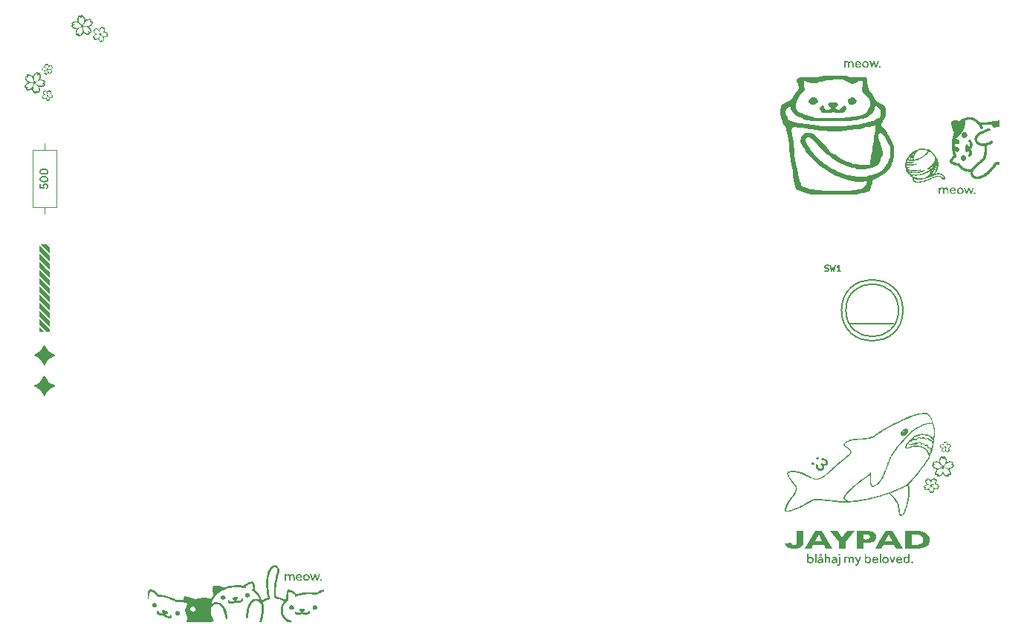
<source format=gbr>
%TF.GenerationSoftware,KiCad,Pcbnew,8.0.5*%
%TF.CreationDate,2024-09-26T23:50:06+10:00*%
%TF.ProjectId,JayPad,4a617950-6164-42e6-9b69-6361645f7063,rev?*%
%TF.SameCoordinates,Original*%
%TF.FileFunction,Legend,Top*%
%TF.FilePolarity,Positive*%
%FSLAX46Y46*%
G04 Gerber Fmt 4.6, Leading zero omitted, Abs format (unit mm)*
G04 Created by KiCad (PCBNEW 8.0.5) date 2024-09-26 23:50:06*
%MOMM*%
%LPD*%
G01*
G04 APERTURE LIST*
%ADD10C,0.150000*%
%ADD11C,0.300000*%
%ADD12C,0.146304*%
%ADD13C,0.000000*%
%ADD14C,0.120000*%
%ADD15C,0.127000*%
G04 APERTURE END LIST*
D10*
G36*
X122386706Y-124095317D02*
G01*
X122386706Y-124830000D01*
X122547662Y-124830000D01*
X122547662Y-124401353D01*
X122554277Y-124349753D01*
X122573383Y-124303852D01*
X122609978Y-124260984D01*
X122652335Y-124236379D01*
X122703665Y-124225733D01*
X122713014Y-124225498D01*
X122767556Y-124234733D01*
X122813442Y-124265536D01*
X122842468Y-124312415D01*
X122855718Y-124361019D01*
X122859804Y-124413565D01*
X122859804Y-124830000D01*
X123021004Y-124830000D01*
X123021004Y-124405017D01*
X123027597Y-124351718D01*
X123046648Y-124304746D01*
X123083164Y-124261229D01*
X123125463Y-124236417D01*
X123176764Y-124225733D01*
X123186113Y-124225498D01*
X123240767Y-124234733D01*
X123286733Y-124265536D01*
X123315797Y-124312415D01*
X123329059Y-124361019D01*
X123333147Y-124413565D01*
X123333147Y-124830000D01*
X123494103Y-124830000D01*
X123494103Y-124395491D01*
X123490134Y-124332694D01*
X123478109Y-124273813D01*
X123457846Y-124220221D01*
X123429165Y-124173292D01*
X123391886Y-124134400D01*
X123345828Y-124104919D01*
X123290812Y-124086223D01*
X123226657Y-124079685D01*
X123170533Y-124085095D01*
X123116773Y-124101015D01*
X123067483Y-124126981D01*
X123024767Y-124162530D01*
X122990733Y-124207197D01*
X122981681Y-124224033D01*
X122953243Y-124176429D01*
X122917393Y-124137789D01*
X122874961Y-124108577D01*
X122826778Y-124089257D01*
X122773675Y-124080292D01*
X122755024Y-124079685D01*
X122706119Y-124084071D01*
X122652315Y-124100027D01*
X122603925Y-124127246D01*
X122562960Y-124165300D01*
X122539357Y-124198876D01*
X122533740Y-124095317D01*
X122386706Y-124095317D01*
G37*
G36*
X124034744Y-124081569D02*
G01*
X124090388Y-124091197D01*
X124141144Y-124108483D01*
X124186783Y-124132860D01*
X124227078Y-124163759D01*
X124261799Y-124200613D01*
X124290719Y-124242856D01*
X124313610Y-124289919D01*
X124330243Y-124341234D01*
X124340391Y-124396235D01*
X124343824Y-124454354D01*
X124343824Y-124501737D01*
X123801849Y-124501737D01*
X123811485Y-124552122D01*
X123829738Y-124598174D01*
X123862757Y-124645291D01*
X123907599Y-124680713D01*
X123953770Y-124699151D01*
X124007745Y-124705680D01*
X124014905Y-124705584D01*
X124068431Y-124697875D01*
X124115463Y-124677713D01*
X124156252Y-124644937D01*
X124187020Y-124605785D01*
X124328436Y-124659274D01*
X124322955Y-124670789D01*
X124296950Y-124713151D01*
X124256222Y-124757801D01*
X124207851Y-124793262D01*
X124153435Y-124819575D01*
X124106626Y-124834064D01*
X124057790Y-124842743D01*
X124007745Y-124845631D01*
X123967337Y-124843716D01*
X123909951Y-124833921D01*
X123856811Y-124816326D01*
X123808340Y-124791495D01*
X123764961Y-124759995D01*
X123727095Y-124722392D01*
X123695167Y-124679253D01*
X123669598Y-124631143D01*
X123650812Y-124578630D01*
X123639230Y-124522280D01*
X123635275Y-124462658D01*
X123636933Y-124425071D01*
X123642862Y-124386943D01*
X123806001Y-124386943D01*
X124175785Y-124386943D01*
X124172405Y-124369380D01*
X124156234Y-124319437D01*
X124130750Y-124275765D01*
X124095616Y-124241139D01*
X124050494Y-124218330D01*
X123995045Y-124210111D01*
X123975832Y-124211043D01*
X123923982Y-124224243D01*
X123880929Y-124251032D01*
X123846818Y-124288810D01*
X123821793Y-124334980D01*
X123806001Y-124386943D01*
X123642862Y-124386943D01*
X123645477Y-124370125D01*
X123660989Y-124317605D01*
X123683128Y-124268302D01*
X123711553Y-124223006D01*
X123745924Y-124182509D01*
X123785900Y-124147602D01*
X123831140Y-124119075D01*
X123881305Y-124097719D01*
X123936053Y-124084326D01*
X123995045Y-124079685D01*
X124034744Y-124081569D01*
G37*
G36*
X124873209Y-124081606D02*
G01*
X124930347Y-124091423D01*
X124983358Y-124109052D01*
X125031797Y-124133916D01*
X125075218Y-124165439D01*
X125113179Y-124203045D01*
X125145234Y-124246159D01*
X125170939Y-124294205D01*
X125189850Y-124346606D01*
X125201523Y-124402786D01*
X125205512Y-124462170D01*
X125203743Y-124501614D01*
X125194637Y-124558485D01*
X125178138Y-124612039D01*
X125154643Y-124661650D01*
X125124545Y-124706686D01*
X125088240Y-124746520D01*
X125046122Y-124780523D01*
X124998587Y-124808064D01*
X124946029Y-124828515D01*
X124888843Y-124841247D01*
X124827424Y-124845631D01*
X124787459Y-124843683D01*
X124730527Y-124833738D01*
X124677623Y-124815906D01*
X124629212Y-124790793D01*
X124585755Y-124759007D01*
X124547715Y-124721155D01*
X124515555Y-124677845D01*
X124489736Y-124629684D01*
X124470721Y-124577280D01*
X124458973Y-124521239D01*
X124454954Y-124462170D01*
X124620062Y-124462170D01*
X124620962Y-124484564D01*
X124630917Y-124539277D01*
X124651489Y-124590034D01*
X124682187Y-124634163D01*
X124722518Y-124668992D01*
X124771990Y-124691849D01*
X124830111Y-124700062D01*
X124854406Y-124698735D01*
X124909185Y-124684616D01*
X124955069Y-124657056D01*
X124991583Y-124618544D01*
X125018254Y-124571567D01*
X125034604Y-124518613D01*
X125040160Y-124462170D01*
X125039293Y-124439306D01*
X125029634Y-124384039D01*
X125009506Y-124333404D01*
X124979198Y-124289818D01*
X124939003Y-124255695D01*
X124889210Y-124233450D01*
X124830111Y-124225498D01*
X124805856Y-124226796D01*
X124751136Y-124240631D01*
X124705261Y-124267732D01*
X124668725Y-124305767D01*
X124642018Y-124352406D01*
X124625633Y-124405317D01*
X124620062Y-124462170D01*
X124454954Y-124462170D01*
X124456724Y-124422696D01*
X124465830Y-124365837D01*
X124482328Y-124312350D01*
X124505824Y-124262848D01*
X124535922Y-124217949D01*
X124572227Y-124178268D01*
X124614344Y-124144420D01*
X124661879Y-124117023D01*
X124714437Y-124096690D01*
X124771623Y-124084039D01*
X124833042Y-124079685D01*
X124873209Y-124081606D01*
G37*
G36*
X125502756Y-124830000D02*
G01*
X125653942Y-124830000D01*
X125816364Y-124296329D01*
X125977320Y-124830000D01*
X126128750Y-124830000D01*
X126373726Y-124095317D01*
X126211304Y-124095317D01*
X126053035Y-124632651D01*
X125890614Y-124095317D01*
X125746510Y-124095317D01*
X125582623Y-124632651D01*
X125427285Y-124095317D01*
X125259246Y-124095317D01*
X125502756Y-124830000D01*
G37*
G36*
X126378855Y-124739385D02*
G01*
X126391944Y-124790110D01*
X126426320Y-124827535D01*
X126474650Y-124845085D01*
X126485345Y-124845631D01*
X126536611Y-124832845D01*
X126573816Y-124798870D01*
X126591057Y-124750279D01*
X126591591Y-124739385D01*
X126578755Y-124687955D01*
X126544722Y-124650683D01*
X126496198Y-124633429D01*
X126485345Y-124632896D01*
X126434563Y-124645738D01*
X126397029Y-124679824D01*
X126379404Y-124728489D01*
X126378855Y-124739385D01*
G37*
G36*
X180399825Y-121191263D02*
G01*
X180575138Y-121183311D01*
X180736642Y-121160109D01*
X180883585Y-121122634D01*
X181015218Y-121071865D01*
X181130792Y-121008779D01*
X181229556Y-120934355D01*
X181310760Y-120849570D01*
X181373656Y-120755404D01*
X181417492Y-120652833D01*
X181441519Y-120542835D01*
X181446161Y-120465861D01*
X181446161Y-119127899D01*
X180714898Y-119127899D01*
X180714898Y-120485889D01*
X180695664Y-120587013D01*
X180625950Y-120681895D01*
X180501943Y-120741776D01*
X180387369Y-120754556D01*
X180244623Y-120729974D01*
X180134825Y-120657591D01*
X180071368Y-120568586D01*
X180051779Y-120525945D01*
X179337369Y-120611919D01*
X179382384Y-120710301D01*
X179439373Y-120800521D01*
X179533580Y-120907547D01*
X179648099Y-120998691D01*
X179782371Y-121073167D01*
X179935838Y-121130193D01*
X180107943Y-121168983D01*
X180298128Y-121188754D01*
X180399825Y-121191263D01*
G37*
G36*
X184772016Y-121191263D02*
G01*
X184015840Y-121191263D01*
X183806280Y-120784842D01*
X182575296Y-120784842D01*
X182365003Y-121191263D01*
X181634473Y-121191263D01*
X182100607Y-120376468D01*
X182798046Y-120376468D01*
X183583531Y-120376468D01*
X183188590Y-119617362D01*
X182798046Y-120376468D01*
X182100607Y-120376468D01*
X182814898Y-119127899D01*
X183591591Y-119127899D01*
X184772016Y-121191263D01*
G37*
G36*
X184473796Y-119127899D02*
G01*
X185511339Y-120397962D01*
X185511339Y-121191263D01*
X186242602Y-121191263D01*
X186242602Y-120397962D01*
X187280146Y-119127899D01*
X186477808Y-119127899D01*
X185889427Y-119927550D01*
X185301779Y-119127899D01*
X184473796Y-119127899D01*
G37*
G36*
X188694891Y-119130229D02*
G01*
X188871832Y-119142731D01*
X189039221Y-119166558D01*
X189194922Y-119202293D01*
X189336797Y-119250517D01*
X189462709Y-119311813D01*
X189570521Y-119386763D01*
X189658095Y-119475948D01*
X189723294Y-119579951D01*
X189763980Y-119699354D01*
X189778018Y-119834738D01*
X189771641Y-119919235D01*
X189739235Y-120035855D01*
X189681481Y-120140301D01*
X189600697Y-120232550D01*
X189499203Y-120312577D01*
X189379316Y-120380359D01*
X189243355Y-120435871D01*
X189093638Y-120479089D01*
X188932483Y-120509989D01*
X188762210Y-120528547D01*
X188585136Y-120534738D01*
X188437491Y-120530647D01*
X188283251Y-120518129D01*
X188283251Y-121191263D01*
X187564445Y-121191263D01*
X187564445Y-120114152D01*
X188283251Y-120114152D01*
X188398412Y-120123220D01*
X188552163Y-120128806D01*
X188676802Y-120122541D01*
X188829211Y-120091248D01*
X188947277Y-120030958D01*
X189021520Y-119938666D01*
X189043091Y-119831807D01*
X189028525Y-119741704D01*
X188963338Y-119644729D01*
X188853552Y-119579539D01*
X188707634Y-119543647D01*
X188560223Y-119534319D01*
X188283251Y-119534319D01*
X188283251Y-120114152D01*
X187564445Y-120114152D01*
X187564445Y-119127899D01*
X188572679Y-119127899D01*
X188694891Y-119130229D01*
G37*
G36*
X192764619Y-121191263D02*
G01*
X192008443Y-121191263D01*
X191798883Y-120784842D01*
X190567899Y-120784842D01*
X190357606Y-121191263D01*
X189627076Y-121191263D01*
X190093210Y-120376468D01*
X190790648Y-120376468D01*
X191576133Y-120376468D01*
X191181193Y-119617362D01*
X190790648Y-120376468D01*
X190093210Y-120376468D01*
X190807501Y-119127899D01*
X191584193Y-119127899D01*
X192764619Y-121191263D01*
G37*
G36*
X194454067Y-119132181D02*
G01*
X194611690Y-119144955D01*
X194763716Y-119166117D01*
X194909361Y-119195562D01*
X195047846Y-119233184D01*
X195178387Y-119278878D01*
X195357598Y-119362325D01*
X195514542Y-119463342D01*
X195605499Y-119540273D01*
X195684607Y-119624751D01*
X195751083Y-119716669D01*
X195804147Y-119815924D01*
X195843018Y-119922409D01*
X195866913Y-120036019D01*
X195875052Y-120156650D01*
X195873059Y-120216435D01*
X195857369Y-120331391D01*
X195826640Y-120440036D01*
X195781550Y-120542176D01*
X195722776Y-120637617D01*
X195650999Y-120726167D01*
X195566895Y-120807632D01*
X195471143Y-120881819D01*
X195307160Y-120979031D01*
X195185257Y-121034178D01*
X195054080Y-121081371D01*
X194914307Y-121120417D01*
X194766618Y-121151122D01*
X194611690Y-121173294D01*
X194450203Y-121186738D01*
X194282833Y-121191263D01*
X193068702Y-121191263D01*
X193068702Y-120760418D01*
X193799965Y-120760418D01*
X194245464Y-120760418D01*
X194293418Y-120759788D01*
X194475156Y-120744815D01*
X194639032Y-120710319D01*
X194782735Y-120656838D01*
X194903956Y-120584909D01*
X195000386Y-120495072D01*
X195069713Y-120387864D01*
X195109630Y-120263823D01*
X195118876Y-120160069D01*
X195117895Y-120125210D01*
X195103376Y-120026120D01*
X195057934Y-119907301D01*
X194984138Y-119804453D01*
X194883579Y-119718417D01*
X194757843Y-119650036D01*
X194608519Y-119600150D01*
X194437197Y-119569602D01*
X194245464Y-119559232D01*
X193799965Y-119559232D01*
X193799965Y-120760418D01*
X193068702Y-120760418D01*
X193068702Y-119127899D01*
X194291625Y-119127899D01*
X194454067Y-119132181D01*
G37*
G36*
X182047662Y-122207180D02*
G01*
X182058306Y-122192144D01*
X182094598Y-122152432D01*
X182136699Y-122121040D01*
X182183672Y-122098258D01*
X182234580Y-122084377D01*
X182288485Y-122079685D01*
X182326696Y-122081788D01*
X182380511Y-122092439D01*
X182429871Y-122111342D01*
X182474492Y-122137660D01*
X182514087Y-122170558D01*
X182548373Y-122209198D01*
X182577064Y-122252743D01*
X182599875Y-122300356D01*
X182616522Y-122351201D01*
X182626719Y-122404441D01*
X182630181Y-122459239D01*
X182628633Y-122496020D01*
X182620620Y-122550285D01*
X182605993Y-122602663D01*
X182584998Y-122652252D01*
X182557877Y-122698152D01*
X182524875Y-122739462D01*
X182486235Y-122775281D01*
X182442202Y-122804708D01*
X182393019Y-122826842D01*
X182338931Y-122840784D01*
X182280181Y-122845631D01*
X182261693Y-122845126D01*
X182208293Y-122837632D01*
X182158642Y-122821380D01*
X182113578Y-122796639D01*
X182073944Y-122763682D01*
X182040579Y-122722777D01*
X182033740Y-122830000D01*
X181886706Y-122830000D01*
X181886706Y-122462170D01*
X182044975Y-122462170D01*
X182045872Y-122484564D01*
X182055802Y-122539277D01*
X182076338Y-122590034D01*
X182107003Y-122634163D01*
X182147322Y-122668992D01*
X182196821Y-122691849D01*
X182255024Y-122700062D01*
X182279276Y-122698735D01*
X182333970Y-122684616D01*
X182379797Y-122657056D01*
X182416277Y-122618544D01*
X182442930Y-122571567D01*
X182459274Y-122518613D01*
X182464829Y-122462170D01*
X182463964Y-122439306D01*
X182454333Y-122384039D01*
X182434251Y-122333404D01*
X182404001Y-122289818D01*
X182363859Y-122255695D01*
X182314107Y-122233450D01*
X182255024Y-122225498D01*
X182230729Y-122226796D01*
X182175951Y-122240631D01*
X182130067Y-122267732D01*
X182093552Y-122305767D01*
X182066882Y-122352406D01*
X182050531Y-122405317D01*
X182044975Y-122462170D01*
X181886706Y-122462170D01*
X181886706Y-121791479D01*
X182047662Y-121791479D01*
X182047662Y-122207180D01*
G37*
G36*
X182770865Y-122830000D02*
G01*
X182931821Y-122830000D01*
X182931821Y-121788548D01*
X182770865Y-121788548D01*
X182770865Y-122830000D01*
G37*
G36*
X183415692Y-122080041D02*
G01*
X183479010Y-122088379D01*
X183536477Y-122107249D01*
X183587170Y-122135935D01*
X183630165Y-122173721D01*
X183664537Y-122219893D01*
X183689361Y-122273733D01*
X183703712Y-122334528D01*
X183707048Y-122384256D01*
X183707048Y-122830000D01*
X183560013Y-122830000D01*
X183554396Y-122728150D01*
X183545242Y-122742833D01*
X183512302Y-122780716D01*
X183472485Y-122809609D01*
X183427509Y-122829840D01*
X183379094Y-122841738D01*
X183328960Y-122845631D01*
X183291531Y-122843445D01*
X183231835Y-122830354D01*
X183177774Y-122806003D01*
X183131976Y-122771022D01*
X183097068Y-122726044D01*
X183075677Y-122671699D01*
X183070062Y-122621905D01*
X183071226Y-122612135D01*
X183232484Y-122612135D01*
X183239230Y-122648107D01*
X183270268Y-122687731D01*
X183318007Y-122710504D01*
X183366817Y-122716915D01*
X183384985Y-122716142D01*
X183436339Y-122704943D01*
X183480905Y-122681470D01*
X183516027Y-122647065D01*
X183539049Y-122603071D01*
X183547313Y-122550830D01*
X183547313Y-122534466D01*
X183520119Y-122524355D01*
X183473307Y-122510041D01*
X183443357Y-122505053D01*
X183393440Y-122501737D01*
X183338718Y-122507309D01*
X183286675Y-122525795D01*
X183247776Y-122559852D01*
X183232484Y-122612135D01*
X183071226Y-122612135D01*
X183076846Y-122564958D01*
X183095983Y-122516487D01*
X183125652Y-122476219D01*
X183164035Y-122443882D01*
X183209309Y-122419204D01*
X183259656Y-122401914D01*
X183313254Y-122391740D01*
X183368283Y-122388408D01*
X183397022Y-122389236D01*
X183448122Y-122394962D01*
X183498274Y-122406274D01*
X183547313Y-122423335D01*
X183547313Y-122377418D01*
X183543536Y-122336229D01*
X183525687Y-122285652D01*
X183493419Y-122246312D01*
X183446992Y-122221492D01*
X183396127Y-122214263D01*
X183365347Y-122216952D01*
X183314866Y-122234658D01*
X183273600Y-122267462D01*
X183244940Y-122313670D01*
X183096685Y-122280697D01*
X183100385Y-122268603D01*
X183120624Y-122223821D01*
X183156720Y-122176066D01*
X183202571Y-122137644D01*
X183255772Y-122108768D01*
X183302009Y-122092684D01*
X183350181Y-122082953D01*
X183399057Y-122079685D01*
X183415692Y-122080041D01*
G37*
G36*
X183454856Y-121744892D02*
G01*
X183500241Y-121770843D01*
X183533391Y-121807355D01*
X183545155Y-121834510D01*
X183552930Y-121884291D01*
X183549820Y-121915286D01*
X183530823Y-121962944D01*
X183497521Y-122000081D01*
X183453349Y-122024197D01*
X183401744Y-122032791D01*
X183349368Y-122023698D01*
X183303124Y-121997451D01*
X183271563Y-121960006D01*
X183258799Y-121933946D01*
X183250558Y-121884291D01*
X183337264Y-121884291D01*
X183356407Y-121932468D01*
X183401744Y-121953168D01*
X183405131Y-121953078D01*
X183449747Y-121930627D01*
X183466224Y-121884291D01*
X183448181Y-121835229D01*
X183401744Y-121815659D01*
X183398357Y-121815748D01*
X183353741Y-121838163D01*
X183337264Y-121884291D01*
X183250558Y-121884291D01*
X183253728Y-121853367D01*
X183273006Y-121805747D01*
X183306576Y-121768581D01*
X183350726Y-121744413D01*
X183401744Y-121735792D01*
X183454856Y-121744892D01*
G37*
G36*
X183880704Y-122830000D02*
G01*
X184041660Y-122830000D01*
X184041660Y-122406482D01*
X184048926Y-122351506D01*
X184069700Y-122303923D01*
X184102446Y-122265820D01*
X184145628Y-122239283D01*
X184197710Y-122226399D01*
X184216782Y-122225498D01*
X184272274Y-122234490D01*
X184319427Y-122264756D01*
X184349628Y-122311425D01*
X184363602Y-122360586D01*
X184367969Y-122414787D01*
X184367969Y-122830000D01*
X184528925Y-122830000D01*
X184528925Y-122396713D01*
X184524718Y-122333933D01*
X184512076Y-122274946D01*
X184490967Y-122221163D01*
X184461361Y-122173994D01*
X184423225Y-122134850D01*
X184376529Y-122105144D01*
X184321240Y-122086285D01*
X184257327Y-122079685D01*
X184201658Y-122084940D01*
X184149456Y-122100682D01*
X184102224Y-122126881D01*
X184061466Y-122163508D01*
X184041660Y-122189106D01*
X184041660Y-121791479D01*
X183880704Y-121791479D01*
X183880704Y-122830000D01*
G37*
G36*
X185013041Y-122080041D02*
G01*
X185076358Y-122088379D01*
X185133825Y-122107249D01*
X185184519Y-122135935D01*
X185227513Y-122173721D01*
X185261885Y-122219893D01*
X185286709Y-122273733D01*
X185301061Y-122334528D01*
X185304396Y-122384256D01*
X185304396Y-122830000D01*
X185157362Y-122830000D01*
X185151744Y-122728150D01*
X185142590Y-122742833D01*
X185109650Y-122780716D01*
X185069833Y-122809609D01*
X185024857Y-122829840D01*
X184976442Y-122841738D01*
X184926308Y-122845631D01*
X184888879Y-122843442D01*
X184829183Y-122830309D01*
X184775123Y-122805806D01*
X184729325Y-122770500D01*
X184694416Y-122724955D01*
X184673025Y-122669736D01*
X184667579Y-122620493D01*
X184668376Y-122613801D01*
X184830144Y-122613801D01*
X184836578Y-122648107D01*
X184867617Y-122687731D01*
X184915355Y-122710504D01*
X184964166Y-122716915D01*
X184982333Y-122716142D01*
X185033687Y-122704962D01*
X185078253Y-122681572D01*
X185113376Y-122647363D01*
X185136397Y-122603726D01*
X185144661Y-122552051D01*
X185144661Y-122535443D01*
X185117467Y-122524993D01*
X185070655Y-122510286D01*
X185040705Y-122505112D01*
X184990788Y-122501737D01*
X184984159Y-122501820D01*
X184929200Y-122509049D01*
X184878228Y-122529876D01*
X184841707Y-122567027D01*
X184830144Y-122613801D01*
X184668376Y-122613801D01*
X184674194Y-122564958D01*
X184693331Y-122516487D01*
X184723001Y-122476219D01*
X184761383Y-122443882D01*
X184806658Y-122419204D01*
X184857004Y-122401914D01*
X184910602Y-122391740D01*
X184965631Y-122388408D01*
X184994370Y-122389236D01*
X185045471Y-122394962D01*
X185095622Y-122406274D01*
X185144661Y-122423335D01*
X185144661Y-122377418D01*
X185140884Y-122336229D01*
X185123036Y-122285652D01*
X185090767Y-122246312D01*
X185044341Y-122221492D01*
X184993475Y-122214263D01*
X184962695Y-122216952D01*
X184912214Y-122234658D01*
X184870948Y-122267462D01*
X184842288Y-122313670D01*
X184694033Y-122280697D01*
X184697733Y-122268603D01*
X184717972Y-122223821D01*
X184754069Y-122176066D01*
X184799919Y-122137644D01*
X184853120Y-122108768D01*
X184899357Y-122092684D01*
X184947529Y-122082953D01*
X184996406Y-122079685D01*
X185013041Y-122080041D01*
G37*
G36*
X184667579Y-122620493D02*
G01*
X184667411Y-122621905D01*
X184667411Y-122618974D01*
X184667579Y-122620493D01*
G37*
G36*
X185347871Y-123118695D02*
G01*
X185396420Y-123126356D01*
X185416503Y-123126999D01*
X185468163Y-123122164D01*
X185524221Y-123103438D01*
X185570338Y-123072208D01*
X185605999Y-123030174D01*
X185630689Y-122979033D01*
X185643895Y-122920487D01*
X185646092Y-122882512D01*
X185646092Y-122095317D01*
X185485136Y-122095317D01*
X185485136Y-122872742D01*
X185477194Y-122925811D01*
X185447692Y-122969017D01*
X185398743Y-122985674D01*
X185392568Y-122985826D01*
X185343466Y-122976379D01*
X185325401Y-122967264D01*
X185287543Y-123092072D01*
X185332159Y-123113127D01*
X185347871Y-123118695D01*
G37*
G36*
X185466817Y-121887955D02*
G01*
X185479840Y-121935605D01*
X185480739Y-121937048D01*
X185515910Y-121971974D01*
X185563068Y-121985884D01*
X185564759Y-121985896D01*
X185613821Y-121973012D01*
X185650244Y-121937048D01*
X185662932Y-121889664D01*
X185662944Y-121887955D01*
X185651011Y-121840549D01*
X185650244Y-121839106D01*
X185616614Y-121803634D01*
X185615317Y-121802714D01*
X185566472Y-121790026D01*
X185564759Y-121790013D01*
X185515422Y-121802470D01*
X185480739Y-121839106D01*
X185466830Y-121886268D01*
X185466817Y-121887955D01*
G37*
G36*
X186116992Y-122095317D02*
G01*
X186116992Y-122830000D01*
X186277948Y-122830000D01*
X186277948Y-122401353D01*
X186284563Y-122349753D01*
X186303669Y-122303852D01*
X186340264Y-122260984D01*
X186382621Y-122236379D01*
X186433951Y-122225733D01*
X186443300Y-122225498D01*
X186497842Y-122234733D01*
X186543728Y-122265536D01*
X186572754Y-122312415D01*
X186586004Y-122361019D01*
X186590090Y-122413565D01*
X186590090Y-122830000D01*
X186751290Y-122830000D01*
X186751290Y-122405017D01*
X186757883Y-122351718D01*
X186776935Y-122304746D01*
X186813450Y-122261229D01*
X186855749Y-122236417D01*
X186907050Y-122225733D01*
X186916399Y-122225498D01*
X186971053Y-122234733D01*
X187017019Y-122265536D01*
X187046084Y-122312415D01*
X187059345Y-122361019D01*
X187063433Y-122413565D01*
X187063433Y-122830000D01*
X187224389Y-122830000D01*
X187224389Y-122395491D01*
X187220420Y-122332694D01*
X187208395Y-122273813D01*
X187188132Y-122220221D01*
X187159451Y-122173292D01*
X187122172Y-122134400D01*
X187076114Y-122104919D01*
X187021098Y-122086223D01*
X186956943Y-122079685D01*
X186900819Y-122085095D01*
X186847059Y-122101015D01*
X186797769Y-122126981D01*
X186755053Y-122162530D01*
X186721019Y-122207197D01*
X186711967Y-122224033D01*
X186683529Y-122176429D01*
X186647679Y-122137789D01*
X186605247Y-122108577D01*
X186557064Y-122089257D01*
X186503961Y-122080292D01*
X186485310Y-122079685D01*
X186436405Y-122084071D01*
X186382601Y-122100027D01*
X186334211Y-122127246D01*
X186293246Y-122165300D01*
X186269644Y-122198876D01*
X186264026Y-122095317D01*
X186116992Y-122095317D01*
G37*
G36*
X187309141Y-122095317D02*
G01*
X187607362Y-122827313D01*
X187584891Y-122885443D01*
X187561721Y-122930903D01*
X187526255Y-122967814D01*
X187476926Y-122985954D01*
X187458862Y-122987048D01*
X187421004Y-122982896D01*
X187386078Y-122970195D01*
X187351151Y-123097690D01*
X187399602Y-123117296D01*
X187450094Y-123126094D01*
X187474249Y-123126999D01*
X187532159Y-123120864D01*
X187581680Y-123103326D01*
X187623689Y-123075680D01*
X187659065Y-123039224D01*
X187688686Y-122995255D01*
X187713428Y-122945069D01*
X187722156Y-122923545D01*
X188032833Y-122095317D01*
X187862107Y-122095317D01*
X187682833Y-122648039D01*
X187485484Y-122095317D01*
X187309141Y-122095317D01*
G37*
G36*
X188598255Y-122207180D02*
G01*
X188608899Y-122192144D01*
X188645192Y-122152432D01*
X188687292Y-122121040D01*
X188734265Y-122098258D01*
X188785173Y-122084377D01*
X188839078Y-122079685D01*
X188877289Y-122081788D01*
X188931104Y-122092439D01*
X188980464Y-122111342D01*
X189025085Y-122137660D01*
X189064680Y-122170558D01*
X189098966Y-122209198D01*
X189127657Y-122252743D01*
X189150468Y-122300356D01*
X189167115Y-122351201D01*
X189177312Y-122404441D01*
X189180774Y-122459239D01*
X189179226Y-122496020D01*
X189171213Y-122550285D01*
X189156586Y-122602663D01*
X189135591Y-122652252D01*
X189108470Y-122698152D01*
X189075468Y-122739462D01*
X189036828Y-122775281D01*
X188992795Y-122804708D01*
X188943613Y-122826842D01*
X188889524Y-122840784D01*
X188830774Y-122845631D01*
X188812286Y-122845126D01*
X188758887Y-122837632D01*
X188709235Y-122821380D01*
X188664171Y-122796639D01*
X188624537Y-122763682D01*
X188591172Y-122722777D01*
X188584333Y-122830000D01*
X188437299Y-122830000D01*
X188437299Y-122462170D01*
X188595568Y-122462170D01*
X188596465Y-122484564D01*
X188606396Y-122539277D01*
X188626931Y-122590034D01*
X188657596Y-122634163D01*
X188697916Y-122668992D01*
X188747414Y-122691849D01*
X188805617Y-122700062D01*
X188829869Y-122698735D01*
X188884563Y-122684616D01*
X188930390Y-122657056D01*
X188966870Y-122618544D01*
X188993523Y-122571567D01*
X189009867Y-122518613D01*
X189015422Y-122462170D01*
X189014557Y-122439306D01*
X189004926Y-122384039D01*
X188984845Y-122333404D01*
X188954594Y-122289818D01*
X188914452Y-122255695D01*
X188864700Y-122233450D01*
X188805617Y-122225498D01*
X188781322Y-122226796D01*
X188726544Y-122240631D01*
X188680660Y-122267732D01*
X188644145Y-122305767D01*
X188617475Y-122352406D01*
X188601124Y-122405317D01*
X188595568Y-122462170D01*
X188437299Y-122462170D01*
X188437299Y-121791479D01*
X188598255Y-121791479D01*
X188598255Y-122207180D01*
G37*
G36*
X189696503Y-122081569D02*
G01*
X189752147Y-122091197D01*
X189802903Y-122108483D01*
X189848542Y-122132860D01*
X189888836Y-122163759D01*
X189923558Y-122200613D01*
X189952478Y-122242856D01*
X189975369Y-122289919D01*
X189992002Y-122341234D01*
X190002149Y-122396235D01*
X190005582Y-122454354D01*
X190005582Y-122501737D01*
X189463607Y-122501737D01*
X189473244Y-122552122D01*
X189491497Y-122598174D01*
X189524515Y-122645291D01*
X189569358Y-122680713D01*
X189615528Y-122699151D01*
X189669504Y-122705680D01*
X189676664Y-122705584D01*
X189730190Y-122697875D01*
X189777222Y-122677713D01*
X189818011Y-122644937D01*
X189848778Y-122605785D01*
X189990195Y-122659274D01*
X189984714Y-122670789D01*
X189958709Y-122713151D01*
X189917980Y-122757801D01*
X189869609Y-122793262D01*
X189815194Y-122819575D01*
X189768384Y-122834064D01*
X189719548Y-122842743D01*
X189669504Y-122845631D01*
X189629096Y-122843716D01*
X189571710Y-122833921D01*
X189518570Y-122816326D01*
X189470099Y-122791495D01*
X189426719Y-122759995D01*
X189388854Y-122722392D01*
X189356926Y-122679253D01*
X189331357Y-122631143D01*
X189312570Y-122578630D01*
X189300988Y-122522280D01*
X189297034Y-122462658D01*
X189298691Y-122425071D01*
X189304621Y-122386943D01*
X189467759Y-122386943D01*
X189837543Y-122386943D01*
X189834164Y-122369380D01*
X189817992Y-122319437D01*
X189792509Y-122275765D01*
X189757375Y-122241139D01*
X189712252Y-122218330D01*
X189656803Y-122210111D01*
X189637590Y-122211043D01*
X189585740Y-122224243D01*
X189542687Y-122251032D01*
X189508576Y-122288810D01*
X189483552Y-122334980D01*
X189467759Y-122386943D01*
X189304621Y-122386943D01*
X189307236Y-122370125D01*
X189322748Y-122317605D01*
X189344887Y-122268302D01*
X189373312Y-122223006D01*
X189407682Y-122182509D01*
X189447658Y-122147602D01*
X189492899Y-122119075D01*
X189543063Y-122097719D01*
X189597812Y-122084326D01*
X189656803Y-122079685D01*
X189696503Y-122081569D01*
G37*
G36*
X190142114Y-122830000D02*
G01*
X190303070Y-122830000D01*
X190303070Y-121788548D01*
X190142114Y-121788548D01*
X190142114Y-122830000D01*
G37*
G36*
X190862253Y-122081606D02*
G01*
X190919391Y-122091423D01*
X190972402Y-122109052D01*
X191020841Y-122133916D01*
X191064262Y-122165439D01*
X191102223Y-122203045D01*
X191134278Y-122246159D01*
X191159983Y-122294205D01*
X191178894Y-122346606D01*
X191190567Y-122402786D01*
X191194556Y-122462170D01*
X191192787Y-122501614D01*
X191183680Y-122558485D01*
X191167182Y-122612039D01*
X191143687Y-122661650D01*
X191113589Y-122706686D01*
X191077284Y-122746520D01*
X191035166Y-122780523D01*
X190987631Y-122808064D01*
X190935073Y-122828515D01*
X190877887Y-122841247D01*
X190816468Y-122845631D01*
X190776503Y-122843683D01*
X190719571Y-122833738D01*
X190666667Y-122815906D01*
X190618256Y-122790793D01*
X190574799Y-122759007D01*
X190536759Y-122721155D01*
X190504598Y-122677845D01*
X190478780Y-122629684D01*
X190459765Y-122577280D01*
X190448017Y-122521239D01*
X190443998Y-122462170D01*
X190609106Y-122462170D01*
X190610005Y-122484564D01*
X190619961Y-122539277D01*
X190640533Y-122590034D01*
X190671231Y-122634163D01*
X190711562Y-122668992D01*
X190761034Y-122691849D01*
X190819155Y-122700062D01*
X190843450Y-122698735D01*
X190898228Y-122684616D01*
X190944113Y-122657056D01*
X190980627Y-122618544D01*
X191007298Y-122571567D01*
X191023648Y-122518613D01*
X191029204Y-122462170D01*
X191028337Y-122439306D01*
X191018678Y-122384039D01*
X190998550Y-122333404D01*
X190968242Y-122289818D01*
X190928047Y-122255695D01*
X190878254Y-122233450D01*
X190819155Y-122225498D01*
X190794900Y-122226796D01*
X190740180Y-122240631D01*
X190694305Y-122267732D01*
X190657768Y-122305767D01*
X190631062Y-122352406D01*
X190614677Y-122405317D01*
X190609106Y-122462170D01*
X190443998Y-122462170D01*
X190445767Y-122422696D01*
X190454874Y-122365837D01*
X190471372Y-122312350D01*
X190494868Y-122262848D01*
X190524966Y-122217949D01*
X190561271Y-122178268D01*
X190603388Y-122144420D01*
X190650923Y-122117023D01*
X190703481Y-122096690D01*
X190760667Y-122084039D01*
X190822086Y-122079685D01*
X190862253Y-122081606D01*
G37*
G36*
X191245359Y-122095317D02*
G01*
X191525261Y-122830000D01*
X191689148Y-122830000D01*
X191969050Y-122095317D01*
X191798325Y-122095317D01*
X191609281Y-122662205D01*
X191421702Y-122095317D01*
X191245359Y-122095317D01*
G37*
G36*
X192420299Y-122081569D02*
G01*
X192475943Y-122091197D01*
X192526699Y-122108483D01*
X192572338Y-122132860D01*
X192612633Y-122163759D01*
X192647354Y-122200613D01*
X192676274Y-122242856D01*
X192699165Y-122289919D01*
X192715798Y-122341234D01*
X192725945Y-122396235D01*
X192729378Y-122454354D01*
X192729378Y-122501737D01*
X192187404Y-122501737D01*
X192197040Y-122552122D01*
X192215293Y-122598174D01*
X192248312Y-122645291D01*
X192293154Y-122680713D01*
X192339324Y-122699151D01*
X192393300Y-122705680D01*
X192400460Y-122705584D01*
X192453986Y-122697875D01*
X192501018Y-122677713D01*
X192541807Y-122644937D01*
X192572575Y-122605785D01*
X192713991Y-122659274D01*
X192708510Y-122670789D01*
X192682505Y-122713151D01*
X192641777Y-122757801D01*
X192593406Y-122793262D01*
X192538990Y-122819575D01*
X192492180Y-122834064D01*
X192443344Y-122842743D01*
X192393300Y-122845631D01*
X192352892Y-122843716D01*
X192295506Y-122833921D01*
X192242366Y-122816326D01*
X192193895Y-122791495D01*
X192150515Y-122759995D01*
X192112650Y-122722392D01*
X192080722Y-122679253D01*
X192055153Y-122631143D01*
X192036366Y-122578630D01*
X192024784Y-122522280D01*
X192020830Y-122462658D01*
X192022488Y-122425071D01*
X192028417Y-122386943D01*
X192191556Y-122386943D01*
X192561339Y-122386943D01*
X192557960Y-122369380D01*
X192541788Y-122319437D01*
X192516305Y-122275765D01*
X192481171Y-122241139D01*
X192436049Y-122218330D01*
X192380600Y-122210111D01*
X192361386Y-122211043D01*
X192309536Y-122224243D01*
X192266483Y-122251032D01*
X192232372Y-122288810D01*
X192207348Y-122334980D01*
X192191556Y-122386943D01*
X192028417Y-122386943D01*
X192031032Y-122370125D01*
X192046544Y-122317605D01*
X192068683Y-122268302D01*
X192097108Y-122223006D01*
X192131478Y-122182509D01*
X192171454Y-122147602D01*
X192216695Y-122119075D01*
X192266860Y-122097719D01*
X192321608Y-122084326D01*
X192380600Y-122079685D01*
X192420299Y-122081569D01*
G37*
G36*
X193583984Y-122830000D02*
G01*
X193436950Y-122830000D01*
X193429867Y-122707145D01*
X193419489Y-122723231D01*
X193383373Y-122765981D01*
X193340572Y-122800089D01*
X193292101Y-122825062D01*
X193238974Y-122840407D01*
X193182205Y-122845631D01*
X193144195Y-122843519D01*
X193090586Y-122832830D01*
X193041334Y-122813887D01*
X192996741Y-122787558D01*
X192957110Y-122754709D01*
X192922745Y-122716207D01*
X192893948Y-122672920D01*
X192871023Y-122625714D01*
X192854273Y-122575456D01*
X192844000Y-122523013D01*
X192840509Y-122469253D01*
X192840755Y-122463391D01*
X193005617Y-122463391D01*
X193006516Y-122485771D01*
X193016472Y-122540348D01*
X193037044Y-122590869D01*
X193067742Y-122634716D01*
X193108073Y-122669276D01*
X193157545Y-122691930D01*
X193215666Y-122700062D01*
X193239720Y-122698751D01*
X193294152Y-122684793D01*
X193339979Y-122657507D01*
X193376625Y-122619309D01*
X193403513Y-122572613D01*
X193420068Y-122519836D01*
X193425715Y-122463391D01*
X193424864Y-122440554D01*
X193415353Y-122385208D01*
X193395447Y-122334346D01*
X193365335Y-122290457D01*
X193325207Y-122256027D01*
X193275254Y-122233545D01*
X193215666Y-122225498D01*
X193191411Y-122226810D01*
X193136690Y-122240781D01*
X193090816Y-122268118D01*
X193054279Y-122306435D01*
X193027573Y-122353344D01*
X193011188Y-122406459D01*
X193005617Y-122463391D01*
X192840755Y-122463391D01*
X192842070Y-122432034D01*
X192850146Y-122377183D01*
X192864868Y-122324302D01*
X192885976Y-122274287D01*
X192913207Y-122228034D01*
X192946300Y-122186438D01*
X192984991Y-122150397D01*
X193029020Y-122120804D01*
X193078124Y-122098558D01*
X193132041Y-122084553D01*
X193190509Y-122079685D01*
X193207975Y-122080162D01*
X193258714Y-122087261D01*
X193306361Y-122102718D01*
X193350145Y-122126352D01*
X193389291Y-122157977D01*
X193423028Y-122197411D01*
X193423028Y-121791479D01*
X193583984Y-121791479D01*
X193583984Y-122830000D01*
G37*
G36*
X193741521Y-122739385D02*
G01*
X193754609Y-122790110D01*
X193788986Y-122827535D01*
X193837316Y-122845085D01*
X193848011Y-122845631D01*
X193899277Y-122832845D01*
X193936482Y-122798870D01*
X193953723Y-122750279D01*
X193954256Y-122739385D01*
X193941421Y-122687955D01*
X193907387Y-122650683D01*
X193858864Y-122633429D01*
X193848011Y-122632896D01*
X193797229Y-122645738D01*
X193759694Y-122679824D01*
X193742070Y-122728489D01*
X193741521Y-122739385D01*
G37*
G36*
X186086706Y-65595317D02*
G01*
X186086706Y-66330000D01*
X186247662Y-66330000D01*
X186247662Y-65901353D01*
X186254277Y-65849753D01*
X186273383Y-65803852D01*
X186309978Y-65760984D01*
X186352335Y-65736379D01*
X186403665Y-65725733D01*
X186413014Y-65725498D01*
X186467556Y-65734733D01*
X186513442Y-65765536D01*
X186542468Y-65812415D01*
X186555718Y-65861019D01*
X186559804Y-65913565D01*
X186559804Y-66330000D01*
X186721004Y-66330000D01*
X186721004Y-65905017D01*
X186727597Y-65851718D01*
X186746648Y-65804746D01*
X186783164Y-65761229D01*
X186825463Y-65736417D01*
X186876764Y-65725733D01*
X186886113Y-65725498D01*
X186940767Y-65734733D01*
X186986733Y-65765536D01*
X187015797Y-65812415D01*
X187029059Y-65861019D01*
X187033147Y-65913565D01*
X187033147Y-66330000D01*
X187194103Y-66330000D01*
X187194103Y-65895491D01*
X187190134Y-65832694D01*
X187178109Y-65773813D01*
X187157846Y-65720221D01*
X187129165Y-65673292D01*
X187091886Y-65634400D01*
X187045828Y-65604919D01*
X186990812Y-65586223D01*
X186926657Y-65579685D01*
X186870533Y-65585095D01*
X186816773Y-65601015D01*
X186767483Y-65626981D01*
X186724767Y-65662530D01*
X186690733Y-65707197D01*
X186681681Y-65724033D01*
X186653243Y-65676429D01*
X186617393Y-65637789D01*
X186574961Y-65608577D01*
X186526778Y-65589257D01*
X186473675Y-65580292D01*
X186455024Y-65579685D01*
X186406119Y-65584071D01*
X186352315Y-65600027D01*
X186303925Y-65627246D01*
X186262960Y-65665300D01*
X186239357Y-65698876D01*
X186233740Y-65595317D01*
X186086706Y-65595317D01*
G37*
G36*
X187734744Y-65581569D02*
G01*
X187790388Y-65591197D01*
X187841144Y-65608483D01*
X187886783Y-65632860D01*
X187927078Y-65663759D01*
X187961799Y-65700613D01*
X187990719Y-65742856D01*
X188013610Y-65789919D01*
X188030243Y-65841234D01*
X188040391Y-65896235D01*
X188043824Y-65954354D01*
X188043824Y-66001737D01*
X187501849Y-66001737D01*
X187511485Y-66052122D01*
X187529738Y-66098174D01*
X187562757Y-66145291D01*
X187607599Y-66180713D01*
X187653770Y-66199151D01*
X187707745Y-66205680D01*
X187714905Y-66205584D01*
X187768431Y-66197875D01*
X187815463Y-66177713D01*
X187856252Y-66144937D01*
X187887020Y-66105785D01*
X188028436Y-66159274D01*
X188022955Y-66170789D01*
X187996950Y-66213151D01*
X187956222Y-66257801D01*
X187907851Y-66293262D01*
X187853435Y-66319575D01*
X187806626Y-66334064D01*
X187757790Y-66342743D01*
X187707745Y-66345631D01*
X187667337Y-66343716D01*
X187609951Y-66333921D01*
X187556811Y-66316326D01*
X187508340Y-66291495D01*
X187464961Y-66259995D01*
X187427095Y-66222392D01*
X187395167Y-66179253D01*
X187369598Y-66131143D01*
X187350812Y-66078630D01*
X187339230Y-66022280D01*
X187335275Y-65962658D01*
X187336933Y-65925071D01*
X187342862Y-65886943D01*
X187506001Y-65886943D01*
X187875785Y-65886943D01*
X187872405Y-65869380D01*
X187856234Y-65819437D01*
X187830750Y-65775765D01*
X187795616Y-65741139D01*
X187750494Y-65718330D01*
X187695045Y-65710111D01*
X187675832Y-65711043D01*
X187623982Y-65724243D01*
X187580929Y-65751032D01*
X187546818Y-65788810D01*
X187521793Y-65834980D01*
X187506001Y-65886943D01*
X187342862Y-65886943D01*
X187345477Y-65870125D01*
X187360989Y-65817605D01*
X187383128Y-65768302D01*
X187411553Y-65723006D01*
X187445924Y-65682509D01*
X187485900Y-65647602D01*
X187531140Y-65619075D01*
X187581305Y-65597719D01*
X187636053Y-65584326D01*
X187695045Y-65579685D01*
X187734744Y-65581569D01*
G37*
G36*
X188573209Y-65581606D02*
G01*
X188630347Y-65591423D01*
X188683358Y-65609052D01*
X188731797Y-65633916D01*
X188775218Y-65665439D01*
X188813179Y-65703045D01*
X188845234Y-65746159D01*
X188870939Y-65794205D01*
X188889850Y-65846606D01*
X188901523Y-65902786D01*
X188905512Y-65962170D01*
X188903743Y-66001614D01*
X188894637Y-66058485D01*
X188878138Y-66112039D01*
X188854643Y-66161650D01*
X188824545Y-66206686D01*
X188788240Y-66246520D01*
X188746122Y-66280523D01*
X188698587Y-66308064D01*
X188646029Y-66328515D01*
X188588843Y-66341247D01*
X188527424Y-66345631D01*
X188487459Y-66343683D01*
X188430527Y-66333738D01*
X188377623Y-66315906D01*
X188329212Y-66290793D01*
X188285755Y-66259007D01*
X188247715Y-66221155D01*
X188215555Y-66177845D01*
X188189736Y-66129684D01*
X188170721Y-66077280D01*
X188158973Y-66021239D01*
X188154954Y-65962170D01*
X188320062Y-65962170D01*
X188320962Y-65984564D01*
X188330917Y-66039277D01*
X188351489Y-66090034D01*
X188382187Y-66134163D01*
X188422518Y-66168992D01*
X188471990Y-66191849D01*
X188530111Y-66200062D01*
X188554406Y-66198735D01*
X188609185Y-66184616D01*
X188655069Y-66157056D01*
X188691583Y-66118544D01*
X188718254Y-66071567D01*
X188734604Y-66018613D01*
X188740160Y-65962170D01*
X188739293Y-65939306D01*
X188729634Y-65884039D01*
X188709506Y-65833404D01*
X188679198Y-65789818D01*
X188639003Y-65755695D01*
X188589210Y-65733450D01*
X188530111Y-65725498D01*
X188505856Y-65726796D01*
X188451136Y-65740631D01*
X188405261Y-65767732D01*
X188368725Y-65805767D01*
X188342018Y-65852406D01*
X188325633Y-65905317D01*
X188320062Y-65962170D01*
X188154954Y-65962170D01*
X188156724Y-65922696D01*
X188165830Y-65865837D01*
X188182328Y-65812350D01*
X188205824Y-65762848D01*
X188235922Y-65717949D01*
X188272227Y-65678268D01*
X188314344Y-65644420D01*
X188361879Y-65617023D01*
X188414437Y-65596690D01*
X188471623Y-65584039D01*
X188533042Y-65579685D01*
X188573209Y-65581606D01*
G37*
G36*
X189202756Y-66330000D02*
G01*
X189353942Y-66330000D01*
X189516364Y-65796329D01*
X189677320Y-66330000D01*
X189828750Y-66330000D01*
X190073726Y-65595317D01*
X189911304Y-65595317D01*
X189753035Y-66132651D01*
X189590614Y-65595317D01*
X189446510Y-65595317D01*
X189282623Y-66132651D01*
X189127285Y-65595317D01*
X188959246Y-65595317D01*
X189202756Y-66330000D01*
G37*
G36*
X190078855Y-66239385D02*
G01*
X190091944Y-66290110D01*
X190126320Y-66327535D01*
X190174650Y-66345085D01*
X190185345Y-66345631D01*
X190236611Y-66332845D01*
X190273816Y-66298870D01*
X190291057Y-66250279D01*
X190291591Y-66239385D01*
X190278755Y-66187955D01*
X190244722Y-66150683D01*
X190196198Y-66133429D01*
X190185345Y-66132896D01*
X190134563Y-66145738D01*
X190097029Y-66179824D01*
X190079404Y-66228489D01*
X190078855Y-66239385D01*
G37*
G36*
X196886706Y-80000317D02*
G01*
X196886706Y-80735000D01*
X197047662Y-80735000D01*
X197047662Y-80306353D01*
X197054277Y-80254753D01*
X197073383Y-80208852D01*
X197109978Y-80165984D01*
X197152335Y-80141379D01*
X197203665Y-80130733D01*
X197213014Y-80130498D01*
X197267556Y-80139733D01*
X197313442Y-80170536D01*
X197342468Y-80217415D01*
X197355718Y-80266019D01*
X197359804Y-80318565D01*
X197359804Y-80735000D01*
X197521004Y-80735000D01*
X197521004Y-80310017D01*
X197527597Y-80256718D01*
X197546648Y-80209746D01*
X197583164Y-80166229D01*
X197625463Y-80141417D01*
X197676764Y-80130733D01*
X197686113Y-80130498D01*
X197740767Y-80139733D01*
X197786733Y-80170536D01*
X197815797Y-80217415D01*
X197829059Y-80266019D01*
X197833147Y-80318565D01*
X197833147Y-80735000D01*
X197994103Y-80735000D01*
X197994103Y-80300491D01*
X197990134Y-80237694D01*
X197978109Y-80178813D01*
X197957846Y-80125221D01*
X197929165Y-80078292D01*
X197891886Y-80039400D01*
X197845828Y-80009919D01*
X197790812Y-79991223D01*
X197726657Y-79984685D01*
X197670533Y-79990095D01*
X197616773Y-80006015D01*
X197567483Y-80031981D01*
X197524767Y-80067530D01*
X197490733Y-80112197D01*
X197481681Y-80129033D01*
X197453243Y-80081429D01*
X197417393Y-80042789D01*
X197374961Y-80013577D01*
X197326778Y-79994257D01*
X197273675Y-79985292D01*
X197255024Y-79984685D01*
X197206119Y-79989071D01*
X197152315Y-80005027D01*
X197103925Y-80032246D01*
X197062960Y-80070300D01*
X197039357Y-80103876D01*
X197033740Y-80000317D01*
X196886706Y-80000317D01*
G37*
G36*
X198534744Y-79986569D02*
G01*
X198590388Y-79996197D01*
X198641144Y-80013483D01*
X198686783Y-80037860D01*
X198727078Y-80068759D01*
X198761799Y-80105613D01*
X198790719Y-80147856D01*
X198813610Y-80194919D01*
X198830243Y-80246234D01*
X198840391Y-80301235D01*
X198843824Y-80359354D01*
X198843824Y-80406737D01*
X198301849Y-80406737D01*
X198311485Y-80457122D01*
X198329738Y-80503174D01*
X198362757Y-80550291D01*
X198407599Y-80585713D01*
X198453770Y-80604151D01*
X198507745Y-80610680D01*
X198514905Y-80610584D01*
X198568431Y-80602875D01*
X198615463Y-80582713D01*
X198656252Y-80549937D01*
X198687020Y-80510785D01*
X198828436Y-80564274D01*
X198822955Y-80575789D01*
X198796950Y-80618151D01*
X198756222Y-80662801D01*
X198707851Y-80698262D01*
X198653435Y-80724575D01*
X198606626Y-80739064D01*
X198557790Y-80747743D01*
X198507745Y-80750631D01*
X198467337Y-80748716D01*
X198409951Y-80738921D01*
X198356811Y-80721326D01*
X198308340Y-80696495D01*
X198264961Y-80664995D01*
X198227095Y-80627392D01*
X198195167Y-80584253D01*
X198169598Y-80536143D01*
X198150812Y-80483630D01*
X198139230Y-80427280D01*
X198135275Y-80367658D01*
X198136933Y-80330071D01*
X198142862Y-80291943D01*
X198306001Y-80291943D01*
X198675785Y-80291943D01*
X198672405Y-80274380D01*
X198656234Y-80224437D01*
X198630750Y-80180765D01*
X198595616Y-80146139D01*
X198550494Y-80123330D01*
X198495045Y-80115111D01*
X198475832Y-80116043D01*
X198423982Y-80129243D01*
X198380929Y-80156032D01*
X198346818Y-80193810D01*
X198321793Y-80239980D01*
X198306001Y-80291943D01*
X198142862Y-80291943D01*
X198145477Y-80275125D01*
X198160989Y-80222605D01*
X198183128Y-80173302D01*
X198211553Y-80128006D01*
X198245924Y-80087509D01*
X198285900Y-80052602D01*
X198331140Y-80024075D01*
X198381305Y-80002719D01*
X198436053Y-79989326D01*
X198495045Y-79984685D01*
X198534744Y-79986569D01*
G37*
G36*
X199373209Y-79986606D02*
G01*
X199430347Y-79996423D01*
X199483358Y-80014052D01*
X199531797Y-80038916D01*
X199575218Y-80070439D01*
X199613179Y-80108045D01*
X199645234Y-80151159D01*
X199670939Y-80199205D01*
X199689850Y-80251606D01*
X199701523Y-80307786D01*
X199705512Y-80367170D01*
X199703743Y-80406614D01*
X199694637Y-80463485D01*
X199678138Y-80517039D01*
X199654643Y-80566650D01*
X199624545Y-80611686D01*
X199588240Y-80651520D01*
X199546122Y-80685523D01*
X199498587Y-80713064D01*
X199446029Y-80733515D01*
X199388843Y-80746247D01*
X199327424Y-80750631D01*
X199287459Y-80748683D01*
X199230527Y-80738738D01*
X199177623Y-80720906D01*
X199129212Y-80695793D01*
X199085755Y-80664007D01*
X199047715Y-80626155D01*
X199015555Y-80582845D01*
X198989736Y-80534684D01*
X198970721Y-80482280D01*
X198958973Y-80426239D01*
X198954954Y-80367170D01*
X199120062Y-80367170D01*
X199120962Y-80389564D01*
X199130917Y-80444277D01*
X199151489Y-80495034D01*
X199182187Y-80539163D01*
X199222518Y-80573992D01*
X199271990Y-80596849D01*
X199330111Y-80605062D01*
X199354406Y-80603735D01*
X199409185Y-80589616D01*
X199455069Y-80562056D01*
X199491583Y-80523544D01*
X199518254Y-80476567D01*
X199534604Y-80423613D01*
X199540160Y-80367170D01*
X199539293Y-80344306D01*
X199529634Y-80289039D01*
X199509506Y-80238404D01*
X199479198Y-80194818D01*
X199439003Y-80160695D01*
X199389210Y-80138450D01*
X199330111Y-80130498D01*
X199305856Y-80131796D01*
X199251136Y-80145631D01*
X199205261Y-80172732D01*
X199168725Y-80210767D01*
X199142018Y-80257406D01*
X199125633Y-80310317D01*
X199120062Y-80367170D01*
X198954954Y-80367170D01*
X198956724Y-80327696D01*
X198965830Y-80270837D01*
X198982328Y-80217350D01*
X199005824Y-80167848D01*
X199035922Y-80122949D01*
X199072227Y-80083268D01*
X199114344Y-80049420D01*
X199161879Y-80022023D01*
X199214437Y-80001690D01*
X199271623Y-79989039D01*
X199333042Y-79984685D01*
X199373209Y-79986606D01*
G37*
G36*
X200002756Y-80735000D02*
G01*
X200153942Y-80735000D01*
X200316364Y-80201329D01*
X200477320Y-80735000D01*
X200628750Y-80735000D01*
X200873726Y-80000317D01*
X200711304Y-80000317D01*
X200553035Y-80537651D01*
X200390614Y-80000317D01*
X200246510Y-80000317D01*
X200082623Y-80537651D01*
X199927285Y-80000317D01*
X199759246Y-80000317D01*
X200002756Y-80735000D01*
G37*
G36*
X200878855Y-80644385D02*
G01*
X200891944Y-80695110D01*
X200926320Y-80732535D01*
X200974650Y-80750085D01*
X200985345Y-80750631D01*
X201036611Y-80737845D01*
X201073816Y-80703870D01*
X201091057Y-80655279D01*
X201091591Y-80644385D01*
X201078755Y-80592955D01*
X201044722Y-80555683D01*
X200996198Y-80538429D01*
X200985345Y-80537896D01*
X200934563Y-80550738D01*
X200897029Y-80584824D01*
X200879404Y-80633489D01*
X200878855Y-80644385D01*
G37*
G36*
X95430631Y-79856559D02*
G01*
X95427153Y-79804343D01*
X95416975Y-79754443D01*
X95400481Y-79707475D01*
X95378055Y-79664054D01*
X95339590Y-79612743D01*
X95292171Y-79570294D01*
X95236710Y-79538165D01*
X95190383Y-79521720D01*
X95140429Y-79512518D01*
X95105300Y-79510711D01*
X95055356Y-79514214D01*
X94993527Y-79529224D01*
X94938041Y-79555041D01*
X94889881Y-79590567D01*
X94850027Y-79634702D01*
X94819462Y-79686348D01*
X94799168Y-79744405D01*
X94790125Y-79807775D01*
X94789738Y-79824319D01*
X94794047Y-79877418D01*
X94806822Y-79925539D01*
X94830667Y-79972615D01*
X94842983Y-79989427D01*
X94595809Y-79989427D01*
X94595809Y-79582030D01*
X94445844Y-79582030D01*
X94445844Y-80143544D01*
X94983178Y-80143544D01*
X94997344Y-80011897D01*
X94964598Y-79969124D01*
X94943346Y-79919240D01*
X94934348Y-79865867D01*
X94934085Y-79855093D01*
X94941261Y-79800093D01*
X94961816Y-79752860D01*
X94994291Y-79715287D01*
X95037228Y-79689268D01*
X95089169Y-79676695D01*
X95108230Y-79675819D01*
X95163775Y-79683729D01*
X95210906Y-79706023D01*
X95248009Y-79740546D01*
X95273472Y-79785144D01*
X95285682Y-79837664D01*
X95286528Y-79856559D01*
X95279462Y-79911245D01*
X95259030Y-79958934D01*
X95226384Y-79998660D01*
X95182674Y-80029455D01*
X95153171Y-80042672D01*
X95179794Y-80196789D01*
X95236083Y-80177311D01*
X95285860Y-80149089D01*
X95328819Y-80113202D01*
X95364655Y-80070729D01*
X95393060Y-80022749D01*
X95413729Y-79970341D01*
X95426354Y-79914585D01*
X95430631Y-79856559D01*
G37*
G36*
X94987613Y-78676560D02*
G01*
X95054774Y-78684058D01*
X95121046Y-78697204D01*
X95184850Y-78716528D01*
X95244608Y-78742564D01*
X95298742Y-78775841D01*
X95345673Y-78816891D01*
X95383824Y-78866245D01*
X95411616Y-78924436D01*
X95427472Y-78991993D01*
X95430631Y-79042497D01*
X95427597Y-79091329D01*
X95412342Y-79156930D01*
X95385534Y-79213750D01*
X95348624Y-79262230D01*
X95303066Y-79302812D01*
X95250312Y-79335938D01*
X95191814Y-79362050D01*
X95129026Y-79381590D01*
X95063400Y-79395000D01*
X94996389Y-79402722D01*
X94929445Y-79405198D01*
X94862966Y-79402715D01*
X94795788Y-79394944D01*
X94729492Y-79381400D01*
X94665658Y-79361599D01*
X94605867Y-79335057D01*
X94551699Y-79301290D01*
X94504735Y-79259814D01*
X94466555Y-79210143D01*
X94438740Y-79151795D01*
X94422872Y-79084285D01*
X94420063Y-79039566D01*
X94570896Y-79039566D01*
X94580875Y-79097196D01*
X94608273Y-79142759D01*
X94649284Y-79177606D01*
X94700101Y-79203087D01*
X94756917Y-79220554D01*
X94815925Y-79231358D01*
X94873319Y-79236850D01*
X94925293Y-79238380D01*
X94977255Y-79236790D01*
X95034622Y-79231152D01*
X95093591Y-79220168D01*
X95150362Y-79202537D01*
X95201134Y-79176962D01*
X95242106Y-79142141D01*
X95269477Y-79096775D01*
X95279445Y-79039566D01*
X95269527Y-78981586D01*
X95242278Y-78935859D01*
X95201456Y-78900990D01*
X95150820Y-78875588D01*
X95094128Y-78858257D01*
X95035137Y-78847603D01*
X94977606Y-78842233D01*
X94925293Y-78840753D01*
X94872899Y-78842183D01*
X94815307Y-78847431D01*
X94756273Y-78857935D01*
X94699551Y-78875130D01*
X94648897Y-78900454D01*
X94608067Y-78935343D01*
X94580815Y-78981235D01*
X94570896Y-79039566D01*
X94420063Y-79039566D01*
X94419710Y-79033949D01*
X94422760Y-78985150D01*
X94438090Y-78919708D01*
X94465017Y-78863154D01*
X94502068Y-78815017D01*
X94547769Y-78774827D01*
X94600647Y-78742111D01*
X94659230Y-78716400D01*
X94722044Y-78697222D01*
X94787616Y-78684106D01*
X94854472Y-78676582D01*
X94921140Y-78674179D01*
X94987613Y-78676560D01*
G37*
G36*
X94987613Y-77819756D02*
G01*
X95054774Y-77827254D01*
X95121046Y-77840400D01*
X95184850Y-77859725D01*
X95244608Y-77885760D01*
X95298742Y-77919037D01*
X95345673Y-77960087D01*
X95383824Y-78009442D01*
X95411616Y-78067632D01*
X95427472Y-78135189D01*
X95430631Y-78185693D01*
X95427597Y-78234525D01*
X95412342Y-78300126D01*
X95385534Y-78356946D01*
X95348624Y-78405426D01*
X95303066Y-78446008D01*
X95250312Y-78479134D01*
X95191814Y-78505246D01*
X95129026Y-78524786D01*
X95063400Y-78538196D01*
X94996389Y-78545918D01*
X94929445Y-78548394D01*
X94862966Y-78545911D01*
X94795788Y-78538140D01*
X94729492Y-78524596D01*
X94665658Y-78504795D01*
X94605867Y-78478253D01*
X94551699Y-78444486D01*
X94504735Y-78403010D01*
X94466555Y-78353339D01*
X94438740Y-78294991D01*
X94422872Y-78227481D01*
X94420063Y-78182762D01*
X94570896Y-78182762D01*
X94580875Y-78240392D01*
X94608273Y-78285955D01*
X94649284Y-78320802D01*
X94700101Y-78346283D01*
X94756917Y-78363750D01*
X94815925Y-78374554D01*
X94873319Y-78380046D01*
X94925293Y-78381576D01*
X94977255Y-78379986D01*
X95034622Y-78374348D01*
X95093591Y-78363364D01*
X95150362Y-78345733D01*
X95201134Y-78320158D01*
X95242106Y-78285337D01*
X95269477Y-78239972D01*
X95279445Y-78182762D01*
X95269527Y-78124782D01*
X95242278Y-78079055D01*
X95201456Y-78044187D01*
X95150820Y-78018784D01*
X95094128Y-78001453D01*
X95035137Y-77990799D01*
X94977606Y-77985429D01*
X94925293Y-77983949D01*
X94872899Y-77985379D01*
X94815307Y-77990627D01*
X94756273Y-78001131D01*
X94699551Y-78018326D01*
X94648897Y-78043650D01*
X94608067Y-78078539D01*
X94580815Y-78124431D01*
X94570896Y-78182762D01*
X94420063Y-78182762D01*
X94419710Y-78177145D01*
X94422760Y-78128346D01*
X94438090Y-78062904D01*
X94465017Y-78006350D01*
X94502068Y-77958213D01*
X94547769Y-77918023D01*
X94600647Y-77885307D01*
X94659230Y-77859596D01*
X94722044Y-77840418D01*
X94787616Y-77827302D01*
X94854472Y-77819778D01*
X94921140Y-77817375D01*
X94987613Y-77819756D01*
G37*
D11*
G36*
X182944170Y-110753360D02*
G01*
X182910247Y-110824331D01*
X182913558Y-110900606D01*
X182952099Y-110967457D01*
X182963859Y-110978400D01*
X183035149Y-111013072D01*
X183110765Y-111009778D01*
X183177499Y-110970482D01*
X183188617Y-110958476D01*
X183223353Y-110887127D01*
X183220225Y-110811434D01*
X183181164Y-110744752D01*
X183169210Y-110733672D01*
X183098476Y-110699466D01*
X183022481Y-110702443D01*
X182955307Y-110741369D01*
X182944170Y-110753360D01*
G37*
G36*
X182430699Y-111613794D02*
G01*
X182501935Y-111648532D01*
X182577445Y-111645364D01*
X182644107Y-111606154D01*
X182655223Y-111594151D01*
X182690063Y-111522678D01*
X182686893Y-111447036D01*
X182647772Y-111380424D01*
X182635815Y-111369347D01*
X182565081Y-111335142D01*
X182489086Y-111338118D01*
X182421912Y-111377045D01*
X182410775Y-111389035D01*
X182376907Y-111459941D01*
X182380324Y-111536090D01*
X182418937Y-111602854D01*
X182430699Y-111613794D01*
G37*
G36*
X183080407Y-112158964D02*
G01*
X183159444Y-112215382D01*
X183245208Y-112258114D01*
X183335160Y-112285741D01*
X183426762Y-112296848D01*
X183517478Y-112290015D01*
X183604769Y-112263827D01*
X183686099Y-112216864D01*
X183741657Y-112167156D01*
X183758928Y-112147710D01*
X183802851Y-112085019D01*
X183837112Y-112005470D01*
X183851156Y-111923024D01*
X183844885Y-111839603D01*
X183818197Y-111757127D01*
X183797167Y-111716845D01*
X183876262Y-111730975D01*
X183952835Y-111728568D01*
X184025590Y-111709655D01*
X184093237Y-111674267D01*
X184154480Y-111622434D01*
X184173248Y-111601507D01*
X184225014Y-111523811D01*
X184254302Y-111443567D01*
X184263111Y-111362404D01*
X184253437Y-111281946D01*
X184227280Y-111203820D01*
X184186637Y-111129652D01*
X184133506Y-111061069D01*
X184069887Y-110999697D01*
X183998107Y-110947739D01*
X183921413Y-110907850D01*
X183841284Y-110880738D01*
X183759199Y-110867111D01*
X183676637Y-110867678D01*
X183595077Y-110883148D01*
X183515999Y-110914229D01*
X183440880Y-110961630D01*
X183585637Y-111141921D01*
X183658771Y-111105743D01*
X183735075Y-111091830D01*
X183811224Y-111100246D01*
X183883890Y-111131052D01*
X183922570Y-111158732D01*
X183975583Y-111215676D01*
X184011834Y-111290665D01*
X184015644Y-111370486D01*
X183987048Y-111439583D01*
X183972730Y-111458600D01*
X183914573Y-111508477D01*
X183839632Y-111532831D01*
X183761965Y-111526213D01*
X183686728Y-111494361D01*
X183637332Y-111459338D01*
X183526475Y-111366318D01*
X183388946Y-111530219D01*
X183507942Y-111630068D01*
X183564075Y-111686803D01*
X183604631Y-111750543D01*
X183626637Y-111830658D01*
X183615014Y-111913450D01*
X183573212Y-111983745D01*
X183512196Y-112036315D01*
X183432529Y-112063705D01*
X183349433Y-112059129D01*
X183280020Y-112033416D01*
X183216262Y-111990789D01*
X183163303Y-111935908D01*
X183123227Y-111864505D01*
X183106439Y-111786429D01*
X183112841Y-111703011D01*
X183131560Y-111640893D01*
X182929106Y-111529362D01*
X182895440Y-111616769D01*
X182878615Y-111703741D01*
X182877722Y-111789253D01*
X182891852Y-111872277D01*
X182920095Y-111951786D01*
X182961542Y-112026755D01*
X183015282Y-112096157D01*
X183080407Y-112158964D01*
G37*
D12*
X183923203Y-89499088D02*
X184018417Y-89530825D01*
X184018417Y-89530825D02*
X184177106Y-89530825D01*
X184177106Y-89530825D02*
X184240582Y-89499088D01*
X184240582Y-89499088D02*
X184272320Y-89467350D01*
X184272320Y-89467350D02*
X184304058Y-89403874D01*
X184304058Y-89403874D02*
X184304058Y-89340398D01*
X184304058Y-89340398D02*
X184272320Y-89276922D01*
X184272320Y-89276922D02*
X184240582Y-89245184D01*
X184240582Y-89245184D02*
X184177106Y-89213446D01*
X184177106Y-89213446D02*
X184050155Y-89181708D01*
X184050155Y-89181708D02*
X183986679Y-89149971D01*
X183986679Y-89149971D02*
X183954941Y-89118233D01*
X183954941Y-89118233D02*
X183923203Y-89054757D01*
X183923203Y-89054757D02*
X183923203Y-88991281D01*
X183923203Y-88991281D02*
X183954941Y-88927805D01*
X183954941Y-88927805D02*
X183986679Y-88896067D01*
X183986679Y-88896067D02*
X184050155Y-88864329D01*
X184050155Y-88864329D02*
X184208844Y-88864329D01*
X184208844Y-88864329D02*
X184304058Y-88896067D01*
X184526223Y-88864329D02*
X184684913Y-89530825D01*
X184684913Y-89530825D02*
X184811864Y-89054757D01*
X184811864Y-89054757D02*
X184938816Y-89530825D01*
X184938816Y-89530825D02*
X185097506Y-88864329D01*
X185700526Y-89530825D02*
X185319671Y-89530825D01*
X185510099Y-89530825D02*
X185510099Y-88864329D01*
X185510099Y-88864329D02*
X185446623Y-88959543D01*
X185446623Y-88959543D02*
X185383147Y-89023019D01*
X185383147Y-89023019D02*
X185319671Y-89054757D01*
D13*
%TO.C,G\u002A\u002A\u002A*%
G36*
X187139917Y-69736779D02*
G01*
X187363613Y-69837697D01*
X187506171Y-70020005D01*
X187531081Y-70153423D01*
X187457779Y-70355206D01*
X187274309Y-70493322D01*
X187035325Y-70551936D01*
X186795479Y-70515209D01*
X186643367Y-70410641D01*
X186514181Y-70183783D01*
X186555348Y-69971644D01*
X186658277Y-69851475D01*
X186887375Y-69735342D01*
X187139917Y-69736779D01*
G37*
G36*
X182954078Y-69814506D02*
G01*
X183012714Y-69866385D01*
X183137802Y-70060869D01*
X183112017Y-70236850D01*
X182983108Y-70395946D01*
X182744006Y-70534850D01*
X182469057Y-70554806D01*
X182227937Y-70454536D01*
X182181205Y-70410641D01*
X182052018Y-70183783D01*
X182093185Y-69971644D01*
X182196115Y-69851475D01*
X182431630Y-69734441D01*
X182710276Y-69722593D01*
X182954078Y-69814506D01*
G37*
G36*
X185127987Y-70314072D02*
G01*
X185295067Y-70335546D01*
X185368010Y-70389052D01*
X185385543Y-70489083D01*
X185385811Y-70518879D01*
X185319843Y-70715231D01*
X185214189Y-70782094D01*
X185065425Y-70861997D01*
X185081892Y-70960710D01*
X185262681Y-71085422D01*
X185514083Y-71147183D01*
X185722536Y-71043679D01*
X185856666Y-70839433D01*
X186007295Y-70684125D01*
X186135551Y-70653378D01*
X186282123Y-70718941D01*
X186344247Y-70880514D01*
X186323191Y-71085426D01*
X186220224Y-71281004D01*
X186118222Y-71372901D01*
X185911200Y-71452742D01*
X185623530Y-71499355D01*
X185317194Y-71510441D01*
X185054173Y-71483698D01*
X184897793Y-71418198D01*
X184794213Y-71371318D01*
X184746851Y-71418198D01*
X184636770Y-71466662D01*
X184406569Y-71500335D01*
X184138468Y-71511486D01*
X183830179Y-71504252D01*
X183642966Y-71472171D01*
X183526536Y-71399670D01*
X183447586Y-71297584D01*
X183349763Y-71051397D01*
X183368215Y-70832590D01*
X183490062Y-70687066D01*
X183628324Y-70653378D01*
X183799698Y-70698031D01*
X183841216Y-70807837D01*
X183906984Y-71028616D01*
X184074640Y-71144042D01*
X184299714Y-71138389D01*
X184489849Y-71037210D01*
X184600764Y-70936098D01*
X184582371Y-70860804D01*
X184463345Y-70769311D01*
X184318832Y-70612296D01*
X184270270Y-70471290D01*
X184290662Y-70383717D01*
X184376743Y-70334881D01*
X184565870Y-70313988D01*
X184828041Y-70310135D01*
X185127987Y-70314072D01*
G37*
G36*
X185616857Y-67218569D02*
G01*
X186021621Y-67236003D01*
X186339412Y-67265223D01*
X186535657Y-67306447D01*
X186574354Y-67328209D01*
X186692009Y-67379109D01*
X186932071Y-67407865D01*
X187312579Y-67415844D01*
X187656729Y-67410203D01*
X188099704Y-67406319D01*
X188434355Y-67419070D01*
X188636704Y-67447029D01*
X188685186Y-67471353D01*
X188719642Y-67599186D01*
X188752865Y-67839078D01*
X188771523Y-68054393D01*
X188810205Y-68446651D01*
X188876255Y-68720981D01*
X188987967Y-68930835D01*
X189126959Y-69092790D01*
X189280715Y-69297608D01*
X189433431Y-69572426D01*
X189477035Y-69669926D01*
X189594651Y-69899470D01*
X189756644Y-70082549D01*
X190008920Y-70264926D01*
X190174180Y-70364845D01*
X190512374Y-70577204D01*
X190722500Y-70758324D01*
X190833206Y-70946921D01*
X190873141Y-71181710D01*
X190875656Y-71312770D01*
X190831842Y-71804792D01*
X190713204Y-72195175D01*
X190528936Y-72455582D01*
X190496294Y-72481617D01*
X190315866Y-72673832D01*
X190302350Y-72871399D01*
X190456940Y-73081506D01*
X190617014Y-73207065D01*
X190860858Y-73419698D01*
X190959144Y-73612948D01*
X190960257Y-73630239D01*
X190998305Y-73803658D01*
X191049958Y-73871675D01*
X191140113Y-73977788D01*
X191257870Y-74176012D01*
X191291131Y-74241435D01*
X191415337Y-74490471D01*
X191523782Y-74700110D01*
X191539567Y-74729391D01*
X191742019Y-75275318D01*
X191809479Y-75920156D01*
X191795796Y-76235357D01*
X191760335Y-76552332D01*
X191715710Y-76806048D01*
X191671307Y-76943703D01*
X191669397Y-76946411D01*
X191599880Y-77087686D01*
X191517429Y-77319443D01*
X191492468Y-77402602D01*
X191335165Y-77717881D01*
X191053403Y-78062389D01*
X190683543Y-78405433D01*
X190261946Y-78716319D01*
X189824975Y-78964356D01*
X189483277Y-79098550D01*
X189361107Y-79214051D01*
X189333108Y-79346180D01*
X189308557Y-79530490D01*
X189269376Y-79612831D01*
X189210909Y-79730220D01*
X189141408Y-79947210D01*
X189119207Y-80033162D01*
X189029453Y-80287740D01*
X188898436Y-80418277D01*
X188818243Y-80448813D01*
X188620328Y-80505235D01*
X188330108Y-80590150D01*
X188088851Y-80661779D01*
X187903760Y-80709891D01*
X187692321Y-80747723D01*
X187431128Y-80776697D01*
X187096778Y-80798235D01*
X186665866Y-80813758D01*
X186114988Y-80824689D01*
X185420741Y-80832447D01*
X185257095Y-80833787D01*
X184612556Y-80835762D01*
X183997168Y-80831957D01*
X183440079Y-80822990D01*
X182970440Y-80809478D01*
X182617400Y-80792038D01*
X182425338Y-80773785D01*
X182078622Y-80703906D01*
X181661304Y-80595244D01*
X181262777Y-80471110D01*
X181256831Y-80469053D01*
X180603188Y-80242415D01*
X180450964Y-79545363D01*
X180370363Y-79125123D01*
X180302703Y-78680844D01*
X180262057Y-78305502D01*
X180261009Y-78290540D01*
X180230097Y-77990575D01*
X180186675Y-77758306D01*
X180144409Y-77651250D01*
X180091329Y-77516427D01*
X180065915Y-77294675D01*
X180065541Y-77264534D01*
X180039606Y-76956414D01*
X179979454Y-76659568D01*
X179941313Y-76463920D01*
X179897325Y-76138656D01*
X179852386Y-75725449D01*
X179811394Y-75265967D01*
X179803063Y-75158446D01*
X179727189Y-74413230D01*
X179621792Y-73779682D01*
X179506760Y-73335218D01*
X180118547Y-73335218D01*
X180124948Y-73510519D01*
X180166484Y-73798283D01*
X180193257Y-73957094D01*
X180256853Y-74367423D01*
X180323488Y-74861519D01*
X180381635Y-75352146D01*
X180397325Y-75501689D01*
X180472530Y-76196571D01*
X180548123Y-76795207D01*
X180621245Y-77278623D01*
X180689042Y-77627848D01*
X180746162Y-77818581D01*
X180794957Y-77992740D01*
X180842953Y-78272250D01*
X180874279Y-78542052D01*
X180919083Y-78862018D01*
X180984895Y-79134844D01*
X181044718Y-79277737D01*
X181153412Y-79509923D01*
X181194579Y-79669709D01*
X181249010Y-79813481D01*
X181392148Y-79902554D01*
X181588683Y-79954493D01*
X181810204Y-80014166D01*
X181939610Y-80074393D01*
X181953379Y-80094504D01*
X182033306Y-80127300D01*
X182250875Y-80169629D01*
X182572761Y-80216005D01*
X182961656Y-80260535D01*
X183374963Y-80303483D01*
X183737790Y-80342771D01*
X184008886Y-80373833D01*
X184141554Y-80391175D01*
X184369500Y-80408368D01*
X184729419Y-80412513D01*
X185182294Y-80405290D01*
X185689110Y-80388378D01*
X186210851Y-80363457D01*
X186708500Y-80332207D01*
X187143041Y-80296308D01*
X187475460Y-80257440D01*
X187556735Y-80244131D01*
X187920697Y-80168019D01*
X188165637Y-80086088D01*
X188343347Y-79975894D01*
X188479201Y-79844363D01*
X188659161Y-79600245D01*
X188728393Y-79399001D01*
X188682906Y-79268728D01*
X188565875Y-79234459D01*
X188401603Y-79273863D01*
X188346284Y-79320270D01*
X188214302Y-79382594D01*
X187950719Y-79391080D01*
X187584607Y-79352207D01*
X187145035Y-79272454D01*
X186661077Y-79158300D01*
X186161804Y-79016224D01*
X185676287Y-78852704D01*
X185233598Y-78674221D01*
X185042568Y-78583989D01*
X184740236Y-78422700D01*
X184413225Y-78232966D01*
X184098485Y-78038206D01*
X183832963Y-77861841D01*
X183653608Y-77727289D01*
X183598086Y-77668412D01*
X183499275Y-77607660D01*
X183462419Y-77604054D01*
X183365822Y-77544356D01*
X183182224Y-77383736D01*
X182938238Y-77149903D01*
X182660475Y-76870567D01*
X182375547Y-76573435D01*
X182110067Y-76286218D01*
X181890647Y-76036625D01*
X181743898Y-75852365D01*
X181695946Y-75764759D01*
X181650878Y-75671799D01*
X181533458Y-75482044D01*
X181390181Y-75267575D01*
X181192428Y-74933731D01*
X181125466Y-74698913D01*
X181131577Y-74647515D01*
X181133941Y-74634553D01*
X181691051Y-74634553D01*
X181758356Y-74898735D01*
X181924476Y-75173900D01*
X181949891Y-75204592D01*
X182104559Y-75407754D01*
X182196564Y-75571363D01*
X182207324Y-75613557D01*
X182266804Y-75709327D01*
X182424182Y-75893779D01*
X182651812Y-76139234D01*
X182922045Y-76418007D01*
X183207235Y-76702418D01*
X183479735Y-76964783D01*
X183711898Y-77177421D01*
X183876076Y-77312650D01*
X183938190Y-77346621D01*
X184043119Y-77393245D01*
X184238025Y-77513904D01*
X184420976Y-77640124D01*
X184688893Y-77813811D01*
X184940522Y-77946291D01*
X185064755Y-77992670D01*
X185234802Y-78057005D01*
X185300000Y-78121403D01*
X185374386Y-78184174D01*
X185555790Y-78244186D01*
X185578885Y-78249240D01*
X185840624Y-78329224D01*
X186049642Y-78428870D01*
X186238793Y-78503957D01*
X186526666Y-78570886D01*
X186760244Y-78604570D01*
X187040382Y-78642625D01*
X187243468Y-78686646D01*
X187317034Y-78720371D01*
X187422137Y-78759395D01*
X187645239Y-78784373D01*
X187933355Y-78795216D01*
X188233497Y-78791835D01*
X188492678Y-78774140D01*
X188657911Y-78742042D01*
X188687621Y-78722679D01*
X188807200Y-78654490D01*
X188957522Y-78633783D01*
X189152246Y-78598543D01*
X189429078Y-78507631D01*
X189641488Y-78419256D01*
X189901660Y-78304888D01*
X190098094Y-78227064D01*
X190175893Y-78204729D01*
X190288599Y-78140136D01*
X190463595Y-77972674D01*
X190667295Y-77741819D01*
X190866114Y-77487047D01*
X191026467Y-77247833D01*
X191088466Y-77132094D01*
X191203943Y-76883094D01*
X191299572Y-76680716D01*
X191319383Y-76639846D01*
X191365834Y-76447467D01*
X191388214Y-76155125D01*
X191386516Y-75832786D01*
X191360734Y-75550412D01*
X191319483Y-75393261D01*
X191241997Y-75233390D01*
X191122828Y-74985576D01*
X191041223Y-74815202D01*
X190858367Y-74480719D01*
X190636827Y-74138248D01*
X190547994Y-74018036D01*
X190368464Y-73806890D01*
X190247815Y-73720666D01*
X190154342Y-73738518D01*
X190139767Y-73749658D01*
X190037671Y-73937862D01*
X190022334Y-74232917D01*
X190089730Y-74596031D01*
X190235835Y-74988411D01*
X190277027Y-75072635D01*
X190460116Y-75528769D01*
X190533911Y-75949290D01*
X190493272Y-76296886D01*
X190457458Y-76382414D01*
X190377546Y-76552821D01*
X190269941Y-76800550D01*
X190232022Y-76891404D01*
X190051760Y-77235284D01*
X189817515Y-77475928D01*
X189484623Y-77650316D01*
X189203363Y-77743029D01*
X188836796Y-77829006D01*
X188440457Y-77891238D01*
X188056730Y-77926736D01*
X187728000Y-77932512D01*
X187496651Y-77905576D01*
X187418369Y-77868909D01*
X187253929Y-77785047D01*
X187182353Y-77775675D01*
X187042600Y-77746893D01*
X186786763Y-77669723D01*
X186458729Y-77557930D01*
X186277049Y-77491749D01*
X185383482Y-77074986D01*
X184605058Y-76534043D01*
X184460318Y-76408177D01*
X184301313Y-76282885D01*
X184195511Y-76231081D01*
X184101728Y-76166006D01*
X183896850Y-75971163D01*
X183581431Y-75647118D01*
X183156026Y-75194441D01*
X182705282Y-74705581D01*
X182413315Y-74428498D01*
X182163765Y-74292926D01*
X181927085Y-74284574D01*
X181867568Y-74300337D01*
X181726232Y-74421654D01*
X181691051Y-74634553D01*
X181133941Y-74634553D01*
X181172340Y-74423999D01*
X181179909Y-74317693D01*
X181258764Y-74103662D01*
X181458823Y-73912596D01*
X181730193Y-73780846D01*
X181969327Y-73742567D01*
X182268632Y-73770785D01*
X182550060Y-73866600D01*
X182836753Y-74046756D01*
X183151853Y-74327995D01*
X183518503Y-74727062D01*
X183807741Y-75072635D01*
X184152644Y-75489716D01*
X184406049Y-75782923D01*
X184579961Y-75965279D01*
X184686388Y-76049807D01*
X184717516Y-76059459D01*
X184836528Y-76105671D01*
X185024847Y-76220023D01*
X185071503Y-76252533D01*
X185495760Y-76536772D01*
X185923925Y-76790417D01*
X186307786Y-76986485D01*
X186564260Y-77088034D01*
X186835681Y-77181114D01*
X187071741Y-77277844D01*
X187093472Y-77288242D01*
X187272555Y-77333726D01*
X187577874Y-77368113D01*
X187964179Y-77387121D01*
X188164387Y-77389527D01*
X189029328Y-77389527D01*
X189096610Y-76960473D01*
X189139365Y-76655064D01*
X189143510Y-76617229D01*
X189762162Y-76617229D01*
X189805068Y-76660135D01*
X189847973Y-76617229D01*
X189805068Y-76574324D01*
X189762162Y-76617229D01*
X189143510Y-76617229D01*
X189169449Y-76380440D01*
X189175835Y-76292379D01*
X189208110Y-76102225D01*
X189260443Y-76008429D01*
X189308083Y-75900943D01*
X189332341Y-75693561D01*
X189333123Y-75646793D01*
X189349268Y-75402673D01*
X189391660Y-75062696D01*
X189451254Y-74698956D01*
X189453577Y-74686486D01*
X189525060Y-74272017D01*
X189591817Y-73830614D01*
X189634761Y-73496661D01*
X189695507Y-72950417D01*
X189364139Y-72999956D01*
X188911981Y-73069858D01*
X188601552Y-73124338D01*
X188404302Y-73169401D01*
X188291682Y-73211054D01*
X188257989Y-73232636D01*
X188139509Y-73267754D01*
X187890399Y-73306313D01*
X187551417Y-73342796D01*
X187289988Y-73363631D01*
X186918998Y-73395620D01*
X186615915Y-73433866D01*
X186419053Y-73472822D01*
X186364942Y-73497583D01*
X186265640Y-73525227D01*
X186028485Y-73546232D01*
X185687111Y-73560732D01*
X185275154Y-73568857D01*
X184826247Y-73570740D01*
X184374025Y-73566513D01*
X183952124Y-73556309D01*
X183594178Y-73540260D01*
X183333822Y-73518497D01*
X183204689Y-73491154D01*
X183197635Y-73485135D01*
X183085830Y-73431667D01*
X182870200Y-73401600D01*
X182784970Y-73399207D01*
X182526994Y-73383835D01*
X182169659Y-73343241D01*
X181781961Y-73285529D01*
X181705968Y-73272491D01*
X181370812Y-73219509D01*
X181101184Y-73188055D01*
X180940739Y-73182798D01*
X180918147Y-73188197D01*
X180818420Y-73170591D01*
X180795798Y-73143291D01*
X180662337Y-73068380D01*
X180454153Y-73068246D01*
X180249658Y-73140177D01*
X180215616Y-73163344D01*
X180148397Y-73232715D01*
X180118547Y-73335218D01*
X179506760Y-73335218D01*
X179490732Y-73273290D01*
X179337867Y-72909546D01*
X179197258Y-72727120D01*
X179071128Y-72565483D01*
X179035811Y-72446814D01*
X179003881Y-72276992D01*
X178925239Y-72041524D01*
X178907095Y-71996681D01*
X178799753Y-71586904D01*
X178796683Y-71364970D01*
X179382191Y-71364970D01*
X179385223Y-71575623D01*
X179492874Y-71707750D01*
X179507770Y-71714139D01*
X179604708Y-71828147D01*
X179636487Y-71986882D01*
X179678075Y-72210147D01*
X179820562Y-72360235D01*
X180090531Y-72456778D01*
X180327983Y-72497605D01*
X180603743Y-72544481D01*
X180811121Y-72597485D01*
X180880743Y-72628811D01*
X180993501Y-72660656D01*
X181243838Y-72700936D01*
X181598204Y-72745141D01*
X182023044Y-72788763D01*
X182167906Y-72801820D01*
X182608202Y-72845152D01*
X182988710Y-72891976D01*
X183275870Y-72937458D01*
X183436120Y-72976763D01*
X183455068Y-72987202D01*
X183562966Y-73009367D01*
X183808711Y-73023916D01*
X184158719Y-73031360D01*
X184579407Y-73032211D01*
X185037192Y-73026979D01*
X185498491Y-73016177D01*
X185929721Y-73000315D01*
X186297300Y-72979905D01*
X186567643Y-72955459D01*
X186672973Y-72938202D01*
X186856639Y-72904555D01*
X187154919Y-72859569D01*
X187511931Y-72811522D01*
X187616892Y-72798392D01*
X187967633Y-72748583D01*
X188262838Y-72694414D01*
X188452966Y-72645386D01*
X188483841Y-72632158D01*
X188649638Y-72573334D01*
X188906109Y-72514979D01*
X189021164Y-72495565D01*
X189312494Y-72423701D01*
X189563927Y-72315355D01*
X189626534Y-72273889D01*
X189811514Y-72157359D01*
X189951609Y-72112162D01*
X190140365Y-72037596D01*
X190248326Y-71813136D01*
X190277027Y-71504509D01*
X190261028Y-71239507D01*
X190188905Y-71067388D01*
X190024471Y-70910576D01*
X189986158Y-70880944D01*
X189695288Y-70659087D01*
X189602994Y-71025621D01*
X189436876Y-71370962D01*
X189142453Y-71691281D01*
X188762954Y-71956155D01*
X188341613Y-72135158D01*
X187937148Y-72197973D01*
X187707366Y-72228490D01*
X187547082Y-72302219D01*
X187543953Y-72305236D01*
X187428900Y-72336312D01*
X187167635Y-72362522D01*
X186785499Y-72383842D01*
X186307831Y-72400243D01*
X185759972Y-72411699D01*
X185167265Y-72418184D01*
X184555048Y-72419671D01*
X183948664Y-72416133D01*
X183373453Y-72407543D01*
X182854755Y-72393876D01*
X182417912Y-72375103D01*
X182088264Y-72351200D01*
X181891152Y-72322138D01*
X181859106Y-72311215D01*
X181632379Y-72215645D01*
X181361883Y-72121215D01*
X181344400Y-72115825D01*
X181023830Y-71985551D01*
X180689365Y-71798216D01*
X180392911Y-71588013D01*
X180186376Y-71389133D01*
X180142552Y-71324171D01*
X180042411Y-71083078D01*
X179985026Y-70878968D01*
X179953802Y-70727276D01*
X180580406Y-70727276D01*
X180636918Y-70965551D01*
X180778713Y-71211271D01*
X180964179Y-71410339D01*
X181151704Y-71508658D01*
X181183645Y-71511486D01*
X181340698Y-71546764D01*
X181388333Y-71585526D01*
X181492084Y-71648486D01*
X181704828Y-71725719D01*
X181843904Y-71765105D01*
X182123973Y-71843526D01*
X182357381Y-71919546D01*
X182425338Y-71946192D01*
X182623134Y-72003458D01*
X182889719Y-72047389D01*
X182940203Y-72052526D01*
X183299584Y-72073430D01*
X183782323Y-72085811D01*
X184341090Y-72090027D01*
X184928555Y-72086438D01*
X185497388Y-72075404D01*
X186000260Y-72057284D01*
X186389842Y-72032437D01*
X186458446Y-72025808D01*
X187247269Y-71923144D01*
X187868730Y-71800077D01*
X188321991Y-71656856D01*
X188606218Y-71493731D01*
X188709315Y-71354832D01*
X188799445Y-71181600D01*
X188918661Y-71006502D01*
X189036709Y-70744297D01*
X189075676Y-70436622D01*
X189052907Y-70191867D01*
X188965623Y-69974953D01*
X188785356Y-69720889D01*
X188735258Y-69659437D01*
X188533813Y-69428757D01*
X188358101Y-69250097D01*
X188264688Y-69174647D01*
X188198345Y-69104917D01*
X188168044Y-68966780D01*
X188169809Y-68722953D01*
X188188643Y-68461716D01*
X188242751Y-67821621D01*
X188017706Y-67821621D01*
X187792608Y-67866511D01*
X187540107Y-67976253D01*
X187511703Y-67992922D01*
X187267348Y-68119141D01*
X187057352Y-68152327D01*
X186817705Y-68091670D01*
X186573819Y-67981058D01*
X186309431Y-67852241D01*
X186081102Y-67743534D01*
X186016582Y-67713751D01*
X185802381Y-67669975D01*
X185460825Y-67660370D01*
X185031940Y-67681196D01*
X184555754Y-67728712D01*
X184072291Y-67799178D01*
X183621579Y-67888854D01*
X183336597Y-67964190D01*
X182959275Y-68071121D01*
X182702288Y-68122135D01*
X182525651Y-68122564D01*
X182410093Y-68087721D01*
X182157320Y-68013614D01*
X181966503Y-67993243D01*
X181748585Y-67956042D01*
X181616642Y-67885979D01*
X181557201Y-67854689D01*
X181530995Y-67924404D01*
X181534020Y-68121316D01*
X181549400Y-68325642D01*
X181595785Y-68872568D01*
X181221899Y-69262753D01*
X180897894Y-69692906D01*
X180676006Y-70179322D01*
X180581917Y-70663363D01*
X180580406Y-70727276D01*
X179953802Y-70727276D01*
X179934314Y-70632598D01*
X179656684Y-70891943D01*
X179475453Y-71121756D01*
X179382191Y-71364970D01*
X178796683Y-71364970D01*
X178793872Y-71161822D01*
X178887929Y-70789207D01*
X178936321Y-70696283D01*
X179032213Y-70556825D01*
X179146703Y-70447389D01*
X179319044Y-70341996D01*
X179588492Y-70214665D01*
X179809094Y-70118650D01*
X180045921Y-69965474D01*
X180222576Y-69764075D01*
X180234527Y-69742060D01*
X180364143Y-69522626D01*
X180546128Y-69257756D01*
X180626000Y-69151689D01*
X180829438Y-68873801D01*
X180928902Y-68670664D01*
X180935659Y-68489853D01*
X180860976Y-68278942D01*
X180828358Y-68210133D01*
X180703108Y-67910192D01*
X180684287Y-67711215D01*
X180777501Y-67575281D01*
X180935256Y-67486995D01*
X181124000Y-67430068D01*
X181385329Y-67403547D01*
X181755250Y-67405436D01*
X182097811Y-67422577D01*
X182555629Y-67443303D01*
X182884311Y-67438218D01*
X183124753Y-67404818D01*
X183298035Y-67349096D01*
X183498565Y-67300451D01*
X183819571Y-67262269D01*
X184226478Y-67234769D01*
X184684711Y-67218173D01*
X185159695Y-67212699D01*
X185616857Y-67218569D01*
G37*
G36*
X99297254Y-60307505D02*
G01*
X99316207Y-60313717D01*
X99346665Y-60330686D01*
X99381080Y-60358353D01*
X99417630Y-60394603D01*
X99454493Y-60437338D01*
X99489840Y-60484441D01*
X99521856Y-60533807D01*
X99547860Y-60581573D01*
X99569343Y-60630597D01*
X99590662Y-60688151D01*
X99610053Y-60748814D01*
X99625759Y-60807158D01*
X99634467Y-60848400D01*
X99643995Y-60902441D01*
X99691221Y-60876997D01*
X99755693Y-60846097D01*
X99823837Y-60820376D01*
X99894051Y-60799920D01*
X99964732Y-60784815D01*
X100034280Y-60775143D01*
X100101094Y-60770995D01*
X100163571Y-60772456D01*
X100220110Y-60779611D01*
X100269110Y-60792546D01*
X100308970Y-60811348D01*
X100338091Y-60836100D01*
X100342649Y-60842008D01*
X100364087Y-60881051D01*
X100372269Y-60920257D01*
X100367284Y-60961335D01*
X100349823Y-61004824D01*
X100331788Y-61039684D01*
X100351418Y-61040484D01*
X100402196Y-61047280D01*
X100442480Y-61063278D01*
X100472616Y-61088752D01*
X100492959Y-61123969D01*
X100502114Y-61157597D01*
X100503003Y-61199960D01*
X100492508Y-61247462D01*
X100471692Y-61298730D01*
X100441620Y-61352395D01*
X100403358Y-61407086D01*
X100357968Y-61461423D01*
X100306513Y-61514043D01*
X100250058Y-61563571D01*
X100189671Y-61608632D01*
X100126411Y-61647856D01*
X100118561Y-61652168D01*
X100098282Y-61663635D01*
X100083249Y-61673020D01*
X100077920Y-61677149D01*
X100080348Y-61684282D01*
X100090764Y-61699051D01*
X100107333Y-61719026D01*
X100120948Y-61734100D01*
X100153939Y-61770376D01*
X100180174Y-61801715D01*
X100203168Y-61832770D01*
X100226441Y-61868187D01*
X100244067Y-61896887D01*
X100274112Y-61949405D01*
X100296743Y-61996384D01*
X100313842Y-62042817D01*
X100327287Y-62093702D01*
X100337300Y-62144490D01*
X100343943Y-62183384D01*
X100347981Y-62211660D01*
X100349561Y-62232469D01*
X100348826Y-62248971D01*
X100345925Y-62264320D01*
X100343262Y-62274081D01*
X100325517Y-62311658D01*
X100297797Y-62341309D01*
X100262532Y-62361706D01*
X100222148Y-62371525D01*
X100179074Y-62369443D01*
X100171591Y-62367794D01*
X100137728Y-62359438D01*
X100144715Y-62413286D01*
X100146871Y-62459096D01*
X100139574Y-62496049D01*
X100122028Y-62526343D01*
X100094934Y-62551112D01*
X100058700Y-62569081D01*
X100013529Y-62578138D01*
X99961002Y-62578689D01*
X99902706Y-62571133D01*
X99840223Y-62555868D01*
X99775135Y-62533300D01*
X99709027Y-62503826D01*
X99643486Y-62467845D01*
X99580091Y-62425761D01*
X99570029Y-62418321D01*
X99540340Y-62395296D01*
X99511645Y-62371778D01*
X99487741Y-62350946D01*
X99475319Y-62339074D01*
X99459310Y-62323218D01*
X99447372Y-62312584D01*
X99442770Y-62309689D01*
X99438294Y-62315848D01*
X99429806Y-62331485D01*
X99419111Y-62353283D01*
X99418565Y-62354444D01*
X99398678Y-62391705D01*
X99371661Y-62435244D01*
X99340193Y-62481279D01*
X99306952Y-62526031D01*
X99274613Y-62565713D01*
X99250104Y-62592368D01*
X99200063Y-62638520D01*
X99148199Y-62678970D01*
X99096262Y-62712797D01*
X99045992Y-62739085D01*
X98999141Y-62756911D01*
X98957446Y-62765349D01*
X98924760Y-62763960D01*
X98883268Y-62749058D01*
X98851159Y-62723697D01*
X98828439Y-62687901D01*
X98815130Y-62641679D01*
X98814847Y-62639950D01*
X98807438Y-62593659D01*
X98778507Y-62613071D01*
X98737829Y-62632649D01*
X98694374Y-62639705D01*
X98661952Y-62636369D01*
X98630433Y-62626424D01*
X98606031Y-62610727D01*
X98583056Y-62585765D01*
X98575085Y-62574622D01*
X98568731Y-62562414D01*
X98563214Y-62546498D01*
X98557753Y-62524242D01*
X98551579Y-62493010D01*
X98550016Y-62484301D01*
X98545100Y-62456936D01*
X98537849Y-62414138D01*
X98533172Y-62381161D01*
X98530826Y-62354071D01*
X98530596Y-62332093D01*
X98667430Y-62332093D01*
X98668493Y-62363501D01*
X98671065Y-62397744D01*
X98674772Y-62431519D01*
X98679250Y-62461514D01*
X98684127Y-62484420D01*
X98689033Y-62496928D01*
X98689522Y-62497490D01*
X98695262Y-62498254D01*
X98707000Y-62493768D01*
X98725928Y-62483344D01*
X98753240Y-62466299D01*
X98790132Y-62441948D01*
X98810853Y-62427966D01*
X98845921Y-62404332D01*
X98876826Y-62383783D01*
X98901772Y-62367489D01*
X98918961Y-62356621D01*
X98926597Y-62352356D01*
X98926798Y-62352346D01*
X98928054Y-62359516D01*
X98929978Y-62378098D01*
X98932333Y-62405490D01*
X98934883Y-62439088D01*
X98935569Y-62448860D01*
X98938344Y-62488801D01*
X98941094Y-62528221D01*
X98943508Y-62562690D01*
X98945273Y-62587786D01*
X98945335Y-62588663D01*
X98948512Y-62633484D01*
X98971141Y-62624298D01*
X98991917Y-62615000D01*
X99016138Y-62603012D01*
X99023087Y-62599350D01*
X99079863Y-62562224D01*
X99136456Y-62512408D01*
X99191557Y-62451207D01*
X99243850Y-62379929D01*
X99245721Y-62377107D01*
X99286573Y-62309670D01*
X99316675Y-62246354D01*
X99337179Y-62183809D01*
X99349231Y-62118683D01*
X99353548Y-62062897D01*
X99352368Y-62013041D01*
X99346036Y-61954441D01*
X99340714Y-61922780D01*
X99335382Y-61891070D01*
X99321226Y-61826894D01*
X99304399Y-61765883D01*
X99285728Y-61712011D01*
X99284689Y-61709571D01*
X99385658Y-61709571D01*
X99389528Y-61813736D01*
X99403144Y-61911770D01*
X99426185Y-62002442D01*
X99458323Y-62084508D01*
X99499230Y-62156732D01*
X99505842Y-62166275D01*
X99551476Y-62221121D01*
X99608218Y-62274254D01*
X99673135Y-62323587D01*
X99743286Y-62367028D01*
X99815746Y-62402495D01*
X99863094Y-62420416D01*
X99895793Y-62429957D01*
X99929025Y-62437444D01*
X99960143Y-62442563D01*
X99986510Y-62444999D01*
X100005476Y-62444432D01*
X100014396Y-62440553D01*
X100014692Y-62438536D01*
X100012358Y-62429477D01*
X100006879Y-62409707D01*
X99999053Y-62381994D01*
X99989676Y-62349117D01*
X99979544Y-62313842D01*
X99969455Y-62278945D01*
X99960201Y-62247196D01*
X99952583Y-62221370D01*
X99947393Y-62204236D01*
X99947367Y-62204148D01*
X99943514Y-62192924D01*
X99940865Y-62184480D01*
X99940964Y-62178861D01*
X99945349Y-62176116D01*
X99955556Y-62176294D01*
X99973131Y-62179439D01*
X99999614Y-62185603D01*
X100036545Y-62194832D01*
X100085464Y-62207174D01*
X100091214Y-62208617D01*
X100129920Y-62218080D01*
X100163639Y-62225880D01*
X100190134Y-62231531D01*
X100207161Y-62234551D01*
X100212509Y-62234700D01*
X100213224Y-62226321D01*
X100212540Y-62208107D01*
X100210854Y-62186798D01*
X100199906Y-62129548D01*
X100178307Y-62067451D01*
X100147461Y-62002883D01*
X100108763Y-61938224D01*
X100063611Y-61875851D01*
X100013407Y-61818142D01*
X99968960Y-61775544D01*
X99908798Y-61731560D01*
X99837905Y-61694919D01*
X99757894Y-61666277D01*
X99670390Y-61646291D01*
X99638792Y-61641528D01*
X99595219Y-61636908D01*
X99549246Y-61633933D01*
X99504216Y-61632640D01*
X99463462Y-61633071D01*
X99430317Y-61635272D01*
X99409854Y-61638766D01*
X99386329Y-61645263D01*
X99385658Y-61709571D01*
X99284689Y-61709571D01*
X99275495Y-61687987D01*
X99266799Y-61672054D01*
X99257286Y-61666196D01*
X99241254Y-61667309D01*
X99238372Y-61667809D01*
X99219691Y-61672362D01*
X99192895Y-61680406D01*
X99162995Y-61690417D01*
X99155060Y-61693249D01*
X99062250Y-61732128D01*
X98978019Y-61778095D01*
X98903547Y-61830292D01*
X98839997Y-61887870D01*
X98788553Y-61949973D01*
X98775508Y-61969589D01*
X98744026Y-62028117D01*
X98716150Y-62096361D01*
X98693200Y-62170156D01*
X98676503Y-62245363D01*
X98668241Y-62306832D01*
X98667430Y-62332093D01*
X98530596Y-62332093D01*
X98530563Y-62328926D01*
X98532138Y-62301788D01*
X98534097Y-62280559D01*
X98542602Y-62222458D01*
X98556577Y-62157647D01*
X98574563Y-62091633D01*
X98595095Y-62029923D01*
X98611502Y-61989285D01*
X98621718Y-61964399D01*
X98628174Y-61944639D01*
X98629887Y-61933210D01*
X98629176Y-61931767D01*
X98619238Y-61928731D01*
X98600085Y-61924986D01*
X98582738Y-61922326D01*
X98502328Y-61906747D01*
X98422041Y-61882675D01*
X98344018Y-61851263D01*
X98270397Y-61813663D01*
X98203318Y-61771032D01*
X98144924Y-61724523D01*
X98097350Y-61675288D01*
X98078576Y-61650433D01*
X98059435Y-61611281D01*
X98055022Y-61587721D01*
X98051368Y-61568215D01*
X98051684Y-61564716D01*
X98185483Y-61564716D01*
X98188103Y-61572327D01*
X98199615Y-61586400D01*
X98217752Y-61604858D01*
X98240254Y-61625628D01*
X98264855Y-61646643D01*
X98289287Y-61665817D01*
X98311288Y-61681078D01*
X98315005Y-61683365D01*
X98362565Y-61710236D01*
X98406847Y-61731218D01*
X98454179Y-61749080D01*
X98493767Y-61761581D01*
X98572755Y-61782165D01*
X98643565Y-61793920D01*
X98708883Y-61796919D01*
X98771399Y-61791235D01*
X98833805Y-61776941D01*
X98852107Y-61771247D01*
X98950920Y-61731802D01*
X99048111Y-61679052D01*
X99142412Y-61613733D01*
X99193926Y-61571557D01*
X99198171Y-61566604D01*
X99198542Y-61562269D01*
X99198715Y-61560240D01*
X99194478Y-61550282D01*
X99184378Y-61534565D01*
X99171339Y-61516467D01*
X99418959Y-61516467D01*
X99420035Y-61523213D01*
X99429485Y-61529732D01*
X99449964Y-61538567D01*
X99478815Y-61548864D01*
X99513375Y-61559769D01*
X99550988Y-61570433D01*
X99588998Y-61579998D01*
X99614673Y-61585641D01*
X99712120Y-61599935D01*
X99804462Y-61602208D01*
X99891028Y-61592519D01*
X99971142Y-61570936D01*
X100029021Y-61545730D01*
X100108387Y-61498673D01*
X100182008Y-61443426D01*
X100247260Y-61382224D01*
X100301520Y-61317300D01*
X100308416Y-61307573D01*
X100326214Y-61279967D01*
X100342570Y-61251218D01*
X100356202Y-61224036D01*
X100365829Y-61201129D01*
X100370173Y-61185203D01*
X100369024Y-61179333D01*
X100361215Y-61178308D01*
X100341578Y-61176933D01*
X100312326Y-61175332D01*
X100275675Y-61173619D01*
X100233840Y-61171919D01*
X100229763Y-61171766D01*
X100187700Y-61170134D01*
X100150753Y-61168588D01*
X100121097Y-61167224D01*
X100100910Y-61166148D01*
X100092367Y-61165455D01*
X100092235Y-61165411D01*
X100095190Y-61159348D01*
X100104508Y-61143217D01*
X100119091Y-61118852D01*
X100137838Y-61088084D01*
X100159651Y-61052749D01*
X100162364Y-61048383D01*
X100184440Y-61012271D01*
X100203408Y-60980076D01*
X100218185Y-60953732D01*
X100227690Y-60935173D01*
X100230840Y-60926331D01*
X100230760Y-60926051D01*
X100221680Y-60921057D01*
X100201875Y-60916045D01*
X100174658Y-60911494D01*
X100143347Y-60907883D01*
X100111258Y-60905689D01*
X100086723Y-60905283D01*
X100012359Y-60911324D01*
X99934374Y-60927725D01*
X99851082Y-60954907D01*
X99792961Y-60978699D01*
X99719689Y-61017634D01*
X99653921Y-61067071D01*
X99595127Y-61127594D01*
X99542768Y-61199782D01*
X99496325Y-61284220D01*
X99478994Y-61322218D01*
X99463880Y-61359389D01*
X99449814Y-61398038D01*
X99437541Y-61435618D01*
X99427810Y-61469581D01*
X99421368Y-61497379D01*
X99418959Y-61516467D01*
X99171339Y-61516467D01*
X99167335Y-61510909D01*
X99156404Y-61496149D01*
X99090722Y-61415412D01*
X99021930Y-61345477D01*
X98950931Y-61287030D01*
X98878626Y-61240761D01*
X98805921Y-61207359D01*
X98758488Y-61192777D01*
X98694434Y-61181431D01*
X98623683Y-61176453D01*
X98549766Y-61177556D01*
X98476221Y-61184469D01*
X98406585Y-61196910D01*
X98344388Y-61214594D01*
X98310580Y-61228316D01*
X98284352Y-61241604D01*
X98260088Y-61255604D01*
X98240729Y-61268424D01*
X98229214Y-61278175D01*
X98227310Y-61281880D01*
X98232812Y-61287298D01*
X98247696Y-61299944D01*
X98270266Y-61318431D01*
X98298816Y-61341362D01*
X98331639Y-61367343D01*
X98335318Y-61370231D01*
X98368314Y-61396288D01*
X98397058Y-61419271D01*
X98419886Y-61437830D01*
X98435145Y-61450617D01*
X98441172Y-61456284D01*
X98441199Y-61456418D01*
X98434575Y-61459549D01*
X98416939Y-61467104D01*
X98390307Y-61478243D01*
X98356690Y-61492126D01*
X98318097Y-61507910D01*
X98314048Y-61509557D01*
X98274937Y-61525610D01*
X98240494Y-61540014D01*
X98212763Y-61551896D01*
X98193790Y-61560376D01*
X98185619Y-61564576D01*
X98185483Y-61564716D01*
X98051684Y-61564716D01*
X98055189Y-61525887D01*
X98056250Y-61521891D01*
X98069063Y-61490849D01*
X98089305Y-61465840D01*
X98119274Y-61444680D01*
X98155325Y-61427578D01*
X98173995Y-61419894D01*
X98146919Y-61395836D01*
X98113307Y-61358739D01*
X98093356Y-61320052D01*
X98086918Y-61280759D01*
X98093842Y-61241838D01*
X98113977Y-61204269D01*
X98147176Y-61169032D01*
X98185824Y-61141484D01*
X98260001Y-61104006D01*
X98343386Y-61074757D01*
X98433514Y-61054152D01*
X98527918Y-61042610D01*
X98624132Y-61040536D01*
X98719693Y-61048357D01*
X98730258Y-61049867D01*
X98772381Y-61056165D01*
X98761654Y-60995335D01*
X98760445Y-60985586D01*
X98750104Y-60902280D01*
X98747524Y-60811958D01*
X98882014Y-60811958D01*
X98882849Y-60857249D01*
X98887555Y-60908518D01*
X98895430Y-60961785D01*
X98905783Y-61013057D01*
X98917911Y-61058342D01*
X98931117Y-61093656D01*
X98931390Y-61094238D01*
X98964733Y-61153508D01*
X99009180Y-61214824D01*
X99062529Y-61275772D01*
X99122561Y-61333933D01*
X99187069Y-61386896D01*
X99222348Y-61412050D01*
X99248052Y-61428943D01*
X99269600Y-61442238D01*
X99284289Y-61450316D01*
X99289114Y-61451990D01*
X99296198Y-61446352D01*
X99309195Y-61432498D01*
X99325412Y-61413317D01*
X99326924Y-61411446D01*
X99352879Y-61375701D01*
X99381244Y-61330810D01*
X99409727Y-61280872D01*
X99436039Y-61229977D01*
X99457883Y-61182220D01*
X99464606Y-61165565D01*
X99486694Y-61094878D01*
X99500893Y-61020158D01*
X99506171Y-60947365D01*
X99505888Y-60927532D01*
X99501750Y-60886724D01*
X99492551Y-60837411D01*
X99479280Y-60783769D01*
X99462931Y-60729970D01*
X99451199Y-60697096D01*
X99430739Y-60651098D01*
X99404424Y-60603380D01*
X99374296Y-60556831D01*
X99342385Y-60514329D01*
X99310730Y-60478757D01*
X99281368Y-60452995D01*
X99276258Y-60449476D01*
X99255900Y-60436163D01*
X99247058Y-60459152D01*
X99241685Y-60473608D01*
X99232655Y-60498423D01*
X99221008Y-60530723D01*
X99207785Y-60567627D01*
X99200049Y-60589312D01*
X99187013Y-60625400D01*
X99175464Y-60656401D01*
X99166257Y-60680090D01*
X99160253Y-60694231D01*
X99158453Y-60697255D01*
X99153079Y-60692382D01*
X99140259Y-60678372D01*
X99121487Y-60656937D01*
X99098260Y-60629775D01*
X99074854Y-60601927D01*
X99042376Y-60562857D01*
X99017778Y-60533467D01*
X98999685Y-60512866D01*
X98986727Y-60500174D01*
X98977520Y-60494494D01*
X98970694Y-60494943D01*
X98964872Y-60500633D01*
X98958683Y-60510677D01*
X98951784Y-60522485D01*
X98923835Y-60579769D01*
X98902672Y-60648213D01*
X98888612Y-60726510D01*
X98882014Y-60811958D01*
X98747524Y-60811958D01*
X98747392Y-60807353D01*
X98753362Y-60714282D01*
X98767851Y-60626807D01*
X98779239Y-60582956D01*
X98801341Y-60519514D01*
X98827046Y-60464213D01*
X98855316Y-60418973D01*
X98885100Y-60385727D01*
X98887068Y-60384024D01*
X98923371Y-60361665D01*
X98963106Y-60351807D01*
X99003710Y-60354252D01*
X99042612Y-60368801D01*
X99077249Y-60395249D01*
X99080922Y-60399134D01*
X99095978Y-60414888D01*
X99107075Y-60425193D01*
X99110905Y-60427589D01*
X99115124Y-60421281D01*
X99121792Y-60405957D01*
X99125139Y-60397036D01*
X99145985Y-60357673D01*
X99175629Y-60328160D01*
X99212062Y-60309377D01*
X99253271Y-60302201D01*
X99297254Y-60307505D01*
G37*
G36*
X197720973Y-108956465D02*
G01*
X197741127Y-108965354D01*
X197761205Y-108980737D01*
X197780789Y-109001808D01*
X197799467Y-109027772D01*
X197816830Y-109057817D01*
X197832461Y-109091143D01*
X197845951Y-109126952D01*
X197856883Y-109164437D01*
X197864849Y-109202795D01*
X197869430Y-109241220D01*
X197869739Y-109245866D01*
X197870688Y-109257942D01*
X197871804Y-109267085D01*
X197872579Y-109270503D01*
X197876476Y-109270925D01*
X197885719Y-109269264D01*
X197898775Y-109265844D01*
X197908870Y-109262742D01*
X197933211Y-109255167D01*
X197953744Y-109249691D01*
X197973432Y-109245681D01*
X197995228Y-109242495D01*
X198012627Y-109240496D01*
X198043975Y-109237880D01*
X198071084Y-109237536D01*
X198096719Y-109239682D01*
X198123649Y-109244526D01*
X198149782Y-109250966D01*
X198169570Y-109256386D01*
X198183780Y-109260697D01*
X198193930Y-109264523D01*
X198201548Y-109268496D01*
X198208142Y-109273236D01*
X198212156Y-109276634D01*
X198225964Y-109293253D01*
X198233843Y-109312831D01*
X198235708Y-109333930D01*
X198231460Y-109355112D01*
X198221014Y-109374955D01*
X198218594Y-109378116D01*
X198207214Y-109392238D01*
X198234122Y-109400777D01*
X198256186Y-109409827D01*
X198271992Y-109421387D01*
X198282410Y-109436307D01*
X198288131Y-109454518D01*
X198288633Y-109475542D01*
X198282979Y-109498814D01*
X198271698Y-109523687D01*
X198255325Y-109549495D01*
X198234404Y-109575585D01*
X198209467Y-109601294D01*
X198181055Y-109625967D01*
X198149701Y-109648944D01*
X198115941Y-109669572D01*
X198110223Y-109672678D01*
X198092852Y-109681609D01*
X198075466Y-109689960D01*
X198060394Y-109696647D01*
X198052071Y-109699892D01*
X198041085Y-109703951D01*
X198033449Y-109707239D01*
X198031073Y-109708771D01*
X198032993Y-109712235D01*
X198038495Y-109719669D01*
X198046418Y-109729499D01*
X198046845Y-109730013D01*
X198060033Y-109747572D01*
X198074612Y-109769867D01*
X198089390Y-109794809D01*
X198103173Y-109820307D01*
X198114765Y-109844264D01*
X198121942Y-109861667D01*
X198132691Y-109895390D01*
X198140355Y-109928715D01*
X198144886Y-109960622D01*
X198146224Y-109990081D01*
X198144328Y-110016076D01*
X198139145Y-110037578D01*
X198131307Y-110052674D01*
X198115168Y-110068951D01*
X198096162Y-110078506D01*
X198074306Y-110081349D01*
X198049600Y-110077465D01*
X198048722Y-110077218D01*
X198025283Y-110070540D01*
X198028073Y-110088433D01*
X198028360Y-110111907D01*
X198022134Y-110133930D01*
X198013441Y-110148474D01*
X198001829Y-110161141D01*
X197989070Y-110169192D01*
X197972259Y-110174533D01*
X197965259Y-110175837D01*
X197958108Y-110176151D01*
X197949399Y-110175251D01*
X197937710Y-110172937D01*
X197921638Y-110168984D01*
X197917192Y-110167806D01*
X197903215Y-110164110D01*
X197881456Y-110158122D01*
X197864890Y-110153082D01*
X197851613Y-110148234D01*
X197839704Y-110142831D01*
X197827261Y-110136129D01*
X197817689Y-110130540D01*
X197792182Y-110113768D01*
X197764714Y-110092940D01*
X197737560Y-110069961D01*
X197712990Y-110046723D01*
X197697446Y-110030067D01*
X197687967Y-110019784D01*
X197680075Y-110012402D01*
X197675066Y-110009082D01*
X197674229Y-110009100D01*
X197670616Y-110013118D01*
X197664642Y-110021319D01*
X197659579Y-110028907D01*
X197634569Y-110063375D01*
X197605584Y-110095915D01*
X197573639Y-110125779D01*
X197539747Y-110152207D01*
X197504922Y-110174447D01*
X197470170Y-110191744D01*
X197436520Y-110203345D01*
X197420683Y-110206728D01*
X197398029Y-110207145D01*
X197385959Y-110204048D01*
X197375962Y-110201484D01*
X197356858Y-110190382D01*
X197355209Y-110189005D01*
X197343396Y-110176143D01*
X197336061Y-110161113D01*
X197332673Y-110142343D01*
X197332538Y-110121599D01*
X197333022Y-110111113D01*
X197315733Y-110118584D01*
X197290867Y-110126271D01*
X197268256Y-110127171D01*
X197248326Y-110121570D01*
X197231509Y-110109756D01*
X197218233Y-110092013D01*
X197208921Y-110068625D01*
X197204431Y-110044364D01*
X197203180Y-110004658D01*
X197272758Y-110004658D01*
X197273256Y-110019935D01*
X197274523Y-110034446D01*
X197276309Y-110046386D01*
X197278380Y-110053956D01*
X197279705Y-110055665D01*
X197283463Y-110054263D01*
X197292696Y-110050026D01*
X197306365Y-110043456D01*
X197323444Y-110035040D01*
X197342896Y-110025280D01*
X197345065Y-110024185D01*
X197364593Y-110014362D01*
X197381738Y-110005868D01*
X197395500Y-109999187D01*
X197404877Y-109994807D01*
X197408869Y-109993211D01*
X197408940Y-109993230D01*
X197408960Y-109997040D01*
X197408647Y-110007009D01*
X197408042Y-110022006D01*
X197407196Y-110040899D01*
X197406154Y-110062548D01*
X197406043Y-110064820D01*
X197405013Y-110086776D01*
X197404233Y-110106170D01*
X197403738Y-110121849D01*
X197403564Y-110132652D01*
X197403747Y-110137423D01*
X197403785Y-110137520D01*
X197407946Y-110137956D01*
X197417104Y-110135625D01*
X197429791Y-110131133D01*
X197444523Y-110125095D01*
X197459827Y-110118119D01*
X197474230Y-110110822D01*
X197486257Y-110103807D01*
X197488149Y-110102558D01*
X197511263Y-110086053D01*
X197530879Y-110069795D01*
X197549695Y-110051417D01*
X197564286Y-110035513D01*
X197591338Y-110002814D01*
X197612437Y-109972034D01*
X197628203Y-109941913D01*
X197639264Y-109911206D01*
X197646240Y-109878660D01*
X197647575Y-109868787D01*
X197650700Y-109813557D01*
X197647505Y-109761174D01*
X197675317Y-109761174D01*
X197678467Y-109810958D01*
X197686702Y-109857522D01*
X197699868Y-109900114D01*
X197717827Y-109938002D01*
X197724205Y-109948459D01*
X197744866Y-109976155D01*
X197770897Y-110004283D01*
X197800625Y-110031310D01*
X197832393Y-110055706D01*
X197859546Y-110073105D01*
X197871270Y-110079039D01*
X197886301Y-110085440D01*
X197903004Y-110091746D01*
X197919734Y-110097425D01*
X197934851Y-110101903D01*
X197946715Y-110104640D01*
X197953685Y-110105076D01*
X197954059Y-110104971D01*
X197955683Y-110102433D01*
X197956147Y-110095917D01*
X197955395Y-110084707D01*
X197953362Y-110068090D01*
X197949994Y-110045358D01*
X197947959Y-110032520D01*
X197944528Y-110010806D01*
X197941636Y-109991726D01*
X197939437Y-109976392D01*
X197938095Y-109965904D01*
X197937762Y-109961371D01*
X197937802Y-109961275D01*
X197941457Y-109962254D01*
X197950635Y-109965433D01*
X197964060Y-109970344D01*
X197980453Y-109976523D01*
X197985207Y-109978346D01*
X198004638Y-109985814D01*
X198023817Y-109993180D01*
X198040588Y-109999619D01*
X198052801Y-110004299D01*
X198053227Y-110004464D01*
X198075044Y-110012814D01*
X198075687Y-110000131D01*
X198075870Y-109988299D01*
X198075550Y-109974254D01*
X198075348Y-109970175D01*
X198070329Y-109935262D01*
X198059291Y-109897651D01*
X198042559Y-109858240D01*
X198020460Y-109817935D01*
X198019546Y-109816435D01*
X197996745Y-109782369D01*
X197973524Y-109754272D01*
X197948556Y-109730867D01*
X197920517Y-109710878D01*
X197895182Y-109696591D01*
X197871430Y-109686189D01*
X197842425Y-109676296D01*
X197826337Y-109671848D01*
X197810223Y-109667395D01*
X197776874Y-109659959D01*
X197744427Y-109654486D01*
X197714941Y-109651447D01*
X197701374Y-109650990D01*
X197691952Y-109651586D01*
X197687103Y-109654782D01*
X197684105Y-109662580D01*
X197683709Y-109664050D01*
X197681748Y-109673851D01*
X197679652Y-109688242D01*
X197677798Y-109704535D01*
X197677390Y-109708893D01*
X197675317Y-109761174D01*
X197647505Y-109761174D01*
X197647200Y-109756169D01*
X197637141Y-109697385D01*
X197628587Y-109663840D01*
X197627185Y-109660752D01*
X197625224Y-109659628D01*
X197624305Y-109659099D01*
X197618685Y-109658907D01*
X197609060Y-109660213D01*
X197594167Y-109663047D01*
X197584809Y-109664949D01*
X197532335Y-109678165D01*
X197484267Y-109695212D01*
X197441123Y-109715824D01*
X197403438Y-109739728D01*
X197371722Y-109766645D01*
X197354428Y-109785795D01*
X197335008Y-109813484D01*
X197317117Y-109845728D01*
X197301395Y-109880802D01*
X197288493Y-109916974D01*
X197279052Y-109952522D01*
X197273723Y-109985712D01*
X197272758Y-110004658D01*
X197203180Y-110004658D01*
X197203070Y-110001174D01*
X197207611Y-109955460D01*
X197217705Y-109908463D01*
X197233008Y-109861442D01*
X197253172Y-109815655D01*
X197277854Y-109772340D01*
X197280888Y-109767696D01*
X197293111Y-109749232D01*
X197262090Y-109740918D01*
X197257231Y-109739346D01*
X197215703Y-109725915D01*
X197170377Y-109706335D01*
X197127836Y-109683072D01*
X197089802Y-109657022D01*
X197071640Y-109642022D01*
X197046602Y-109617670D01*
X197026190Y-109593403D01*
X197011087Y-109570145D01*
X197001964Y-109548804D01*
X197001596Y-109547505D01*
X196999848Y-109532470D01*
X197072234Y-109532470D01*
X197073637Y-109536464D01*
X197077011Y-109541586D01*
X197081060Y-109547433D01*
X197101912Y-109573189D01*
X197129510Y-109598199D01*
X197163314Y-109622028D01*
X197202127Y-109643914D01*
X197223650Y-109653470D01*
X197248845Y-109662520D01*
X197275676Y-109670511D01*
X197302111Y-109676897D01*
X197326113Y-109681133D01*
X197345654Y-109682671D01*
X197345988Y-109682671D01*
X197381243Y-109679984D01*
X197419902Y-109672512D01*
X197460342Y-109660767D01*
X197500939Y-109645256D01*
X197540068Y-109626499D01*
X197559675Y-109615404D01*
X197573278Y-109607002D01*
X197584281Y-109599770D01*
X197591315Y-109594624D01*
X197593163Y-109592715D01*
X197592360Y-109589379D01*
X197705595Y-109589379D01*
X197735752Y-109603825D01*
X197785680Y-109624888D01*
X197834866Y-109640011D01*
X197882655Y-109649078D01*
X197928386Y-109651967D01*
X197971408Y-109648560D01*
X197977357Y-109647541D01*
X198013226Y-109638090D01*
X198050731Y-109623027D01*
X198088241Y-109603276D01*
X198124125Y-109579766D01*
X198156757Y-109553416D01*
X198175601Y-109535044D01*
X198187286Y-109521733D01*
X198198117Y-109507719D01*
X198207365Y-109494180D01*
X198214304Y-109482292D01*
X198218205Y-109473233D01*
X198218336Y-109468176D01*
X198217453Y-109467592D01*
X198212671Y-109466703D01*
X198202153Y-109464942D01*
X198187372Y-109462538D01*
X198169819Y-109459734D01*
X198150971Y-109456757D01*
X198132314Y-109453842D01*
X198115319Y-109451226D01*
X198101476Y-109449143D01*
X198092264Y-109447822D01*
X198092216Y-109447816D01*
X198086080Y-109447166D01*
X198081520Y-109446557D01*
X198078896Y-109445276D01*
X198078563Y-109442606D01*
X198080891Y-109437836D01*
X198086236Y-109430246D01*
X198094957Y-109419117D01*
X198107421Y-109403748D01*
X198123983Y-109383410D01*
X198125925Y-109381016D01*
X198138891Y-109364858D01*
X198149976Y-109350683D01*
X198158462Y-109339440D01*
X198163627Y-109332084D01*
X198164870Y-109329596D01*
X198161079Y-109327416D01*
X198152350Y-109323735D01*
X198141936Y-109319847D01*
X198112554Y-109312428D01*
X198078548Y-109308960D01*
X198041344Y-109309308D01*
X198002375Y-109313336D01*
X197963064Y-109320906D01*
X197924837Y-109331882D01*
X197894999Y-109343468D01*
X197861057Y-109362148D01*
X197828213Y-109387505D01*
X197797138Y-109418911D01*
X197768493Y-109455753D01*
X197759306Y-109469595D01*
X197747556Y-109489112D01*
X197736052Y-109510121D01*
X197725549Y-109531055D01*
X197716799Y-109550354D01*
X197710551Y-109566454D01*
X197707700Y-109576866D01*
X197705595Y-109589379D01*
X197592360Y-109589379D01*
X197592062Y-109588141D01*
X197588391Y-109578973D01*
X197582917Y-109567115D01*
X197582365Y-109565993D01*
X197571226Y-109545908D01*
X197556308Y-109522678D01*
X197539031Y-109498283D01*
X197520832Y-109474705D01*
X197503129Y-109453919D01*
X197496760Y-109447090D01*
X197468303Y-109421153D01*
X197436216Y-109398041D01*
X197403076Y-109379560D01*
X197393670Y-109375336D01*
X197373528Y-109368320D01*
X197348272Y-109361819D01*
X197320079Y-109356287D01*
X197291138Y-109352172D01*
X197273070Y-109350474D01*
X197246897Y-109350007D01*
X197218630Y-109351923D01*
X197190079Y-109355891D01*
X197163040Y-109361585D01*
X197139323Y-109368688D01*
X197120732Y-109376864D01*
X197117950Y-109378498D01*
X197107205Y-109385165D01*
X197116094Y-109394383D01*
X197121724Y-109400091D01*
X197131435Y-109409800D01*
X197144096Y-109422385D01*
X197158580Y-109436723D01*
X197167100Y-109445130D01*
X197181237Y-109459206D01*
X197193307Y-109471459D01*
X197202446Y-109480998D01*
X197207791Y-109486940D01*
X197208823Y-109488448D01*
X197205343Y-109489912D01*
X197195924Y-109492876D01*
X197181700Y-109497011D01*
X197163799Y-109501985D01*
X197145532Y-109506898D01*
X197119988Y-109513617D01*
X197100734Y-109518750D01*
X197087050Y-109522749D01*
X197078223Y-109526066D01*
X197073524Y-109529155D01*
X197072234Y-109532470D01*
X196999848Y-109532470D01*
X196999036Y-109525485D01*
X197003123Y-109504593D01*
X197013196Y-109486001D01*
X197028597Y-109470864D01*
X197048671Y-109460355D01*
X197051310Y-109459478D01*
X197062042Y-109455846D01*
X197069335Y-109452881D01*
X197071307Y-109451603D01*
X197069261Y-109448230D01*
X197063505Y-109441719D01*
X197060038Y-109438181D01*
X197046070Y-109419712D01*
X197038677Y-109399259D01*
X197037833Y-109377964D01*
X197043504Y-109356971D01*
X197055666Y-109337414D01*
X197062763Y-109329845D01*
X197077446Y-109319221D01*
X197098047Y-109309084D01*
X197123159Y-109299826D01*
X197151395Y-109291845D01*
X197181356Y-109285537D01*
X197211651Y-109281302D01*
X197239876Y-109279544D01*
X197267692Y-109280194D01*
X197299499Y-109282794D01*
X197332341Y-109286983D01*
X197363287Y-109292406D01*
X197384632Y-109297364D01*
X197412189Y-109304748D01*
X197410578Y-109276903D01*
X197410307Y-109251311D01*
X197480855Y-109251311D01*
X197483103Y-109294390D01*
X197491945Y-109336244D01*
X197507541Y-109377245D01*
X197530056Y-109417779D01*
X197559641Y-109458219D01*
X197573734Y-109474732D01*
X197587929Y-109490019D01*
X197603049Y-109505140D01*
X197618060Y-109519179D01*
X197631924Y-109531229D01*
X197643612Y-109540373D01*
X197652076Y-109545701D01*
X197655489Y-109546679D01*
X197660637Y-109543656D01*
X197669302Y-109535948D01*
X197680492Y-109524616D01*
X197693220Y-109510728D01*
X197706510Y-109495346D01*
X197719369Y-109479540D01*
X197727674Y-109468682D01*
X197755823Y-109425903D01*
X197777182Y-109382890D01*
X197791636Y-109339971D01*
X197799070Y-109297482D01*
X197799907Y-109264669D01*
X197795174Y-109216932D01*
X197785317Y-109170102D01*
X197770819Y-109125906D01*
X197752148Y-109086074D01*
X197749080Y-109080690D01*
X197739981Y-109066237D01*
X197730031Y-109052212D01*
X197720216Y-109039817D01*
X197711537Y-109030246D01*
X197704986Y-109024699D01*
X197701969Y-109023952D01*
X197699771Y-109027409D01*
X197694806Y-109036359D01*
X197687624Y-109049789D01*
X197678762Y-109066681D01*
X197668774Y-109086022D01*
X197667804Y-109087911D01*
X197657796Y-109107371D01*
X197648947Y-109124440D01*
X197641790Y-109138116D01*
X197636845Y-109147388D01*
X197634640Y-109151264D01*
X197634590Y-109151316D01*
X197632385Y-109148591D01*
X197626831Y-109140660D01*
X197618555Y-109128434D01*
X197608177Y-109112838D01*
X197596317Y-109094796D01*
X197594857Y-109092559D01*
X197582692Y-109074220D01*
X197571688Y-109058210D01*
X197562522Y-109045456D01*
X197555867Y-109036902D01*
X197552392Y-109033475D01*
X197552243Y-109033448D01*
X197547895Y-109036632D01*
X197541181Y-109044863D01*
X197533056Y-109056683D01*
X197524474Y-109070648D01*
X197516391Y-109085284D01*
X197510806Y-109096756D01*
X197497313Y-109133125D01*
X197487906Y-109173477D01*
X197482414Y-109218696D01*
X197480855Y-109251311D01*
X197410307Y-109251311D01*
X197410184Y-109239734D01*
X197413041Y-109201975D01*
X197418827Y-109164393D01*
X197427238Y-109127771D01*
X197437961Y-109092874D01*
X197450687Y-109060483D01*
X197465106Y-109031361D01*
X197480898Y-109006294D01*
X197497762Y-108986047D01*
X197515381Y-108971396D01*
X197533442Y-108963109D01*
X197537228Y-108962262D01*
X197560333Y-108960740D01*
X197580605Y-108965497D01*
X197598866Y-108976871D01*
X197615518Y-108994652D01*
X197627985Y-109010814D01*
X197632678Y-109001739D01*
X197647034Y-108979307D01*
X197663424Y-108963840D01*
X197682051Y-108955235D01*
X197703114Y-108953387D01*
X197720973Y-108956465D01*
G37*
D14*
%TO.C,R1*%
X93630000Y-75730000D02*
X93630000Y-82270000D01*
X93630000Y-82270000D02*
X96370000Y-82270000D01*
X95000000Y-74960000D02*
X95000000Y-75730000D01*
X95000000Y-83040000D02*
X95000000Y-82270000D01*
X96370000Y-75730000D02*
X93630000Y-75730000D01*
X96370000Y-82270000D02*
X96370000Y-75730000D01*
D13*
%TO.C,G\u002A\u002A\u002A*%
G36*
X197269690Y-110639747D02*
G01*
X197305475Y-110660830D01*
X197334993Y-110692891D01*
X197337936Y-110697355D01*
X197350027Y-110715484D01*
X197359166Y-110727560D01*
X197362522Y-110730584D01*
X197367772Y-110725105D01*
X197377000Y-110711171D01*
X197381845Y-110702967D01*
X197409210Y-110667822D01*
X197443528Y-110643905D01*
X197482669Y-110631734D01*
X197524499Y-110631823D01*
X197566892Y-110644684D01*
X197584479Y-110654093D01*
X197611527Y-110676093D01*
X197640615Y-110709316D01*
X197670315Y-110751362D01*
X197699197Y-110799849D01*
X197725828Y-110852374D01*
X197748785Y-110906550D01*
X197766100Y-110958105D01*
X197778743Y-111010115D01*
X197789744Y-111070497D01*
X197798307Y-111133605D01*
X197803643Y-111193790D01*
X197805057Y-111235918D01*
X197805056Y-111290792D01*
X197855983Y-111273936D01*
X197924841Y-111254701D01*
X197996416Y-111241203D01*
X198069116Y-111233251D01*
X198141346Y-111230649D01*
X198211517Y-111233201D01*
X198278036Y-111240718D01*
X198339310Y-111253006D01*
X198393748Y-111269870D01*
X198439757Y-111291117D01*
X198475747Y-111316555D01*
X198500127Y-111345988D01*
X198503590Y-111352597D01*
X198517922Y-111394770D01*
X198519172Y-111434801D01*
X198507130Y-111474389D01*
X198482382Y-111514186D01*
X198458568Y-111545384D01*
X198477761Y-111549581D01*
X198526587Y-111565091D01*
X198563481Y-111587841D01*
X198588736Y-111618161D01*
X198602654Y-111656376D01*
X198605831Y-111691083D01*
X198599350Y-111732957D01*
X198580766Y-111777914D01*
X198551364Y-111824789D01*
X198512430Y-111872417D01*
X198465252Y-111919633D01*
X198411116Y-111965262D01*
X198351305Y-112008148D01*
X198287107Y-112047120D01*
X198219813Y-112081010D01*
X198150703Y-112108653D01*
X198142224Y-112111537D01*
X198120261Y-112119308D01*
X198103827Y-112125940D01*
X198097862Y-112129081D01*
X198099015Y-112136527D01*
X198106708Y-112152881D01*
X198119556Y-112175429D01*
X198130347Y-112192639D01*
X198156537Y-112234092D01*
X198176932Y-112269511D01*
X198194184Y-112304087D01*
X198210953Y-112343007D01*
X198223328Y-112374332D01*
X198243797Y-112431269D01*
X198257926Y-112481464D01*
X198266702Y-112530161D01*
X198271107Y-112582608D01*
X198272149Y-112634363D01*
X198271937Y-112673820D01*
X198271003Y-112702367D01*
X198268946Y-112723135D01*
X198265357Y-112739258D01*
X198259834Y-112753870D01*
X198255517Y-112763021D01*
X198231516Y-112796945D01*
X198199068Y-112821332D01*
X198160797Y-112835296D01*
X198119322Y-112837953D01*
X198077264Y-112828423D01*
X198070181Y-112825499D01*
X198038283Y-112811390D01*
X198035813Y-112865633D01*
X198029982Y-112911122D01*
X198016379Y-112946246D01*
X197993839Y-112973033D01*
X197962855Y-112992721D01*
X197924052Y-113004125D01*
X197877994Y-113005201D01*
X197826170Y-112996622D01*
X197770071Y-112979058D01*
X197711188Y-112953175D01*
X197651008Y-112919647D01*
X197591022Y-112879141D01*
X197532725Y-112832326D01*
X197477601Y-112779873D01*
X197468984Y-112770799D01*
X197443744Y-112742968D01*
X197419569Y-112714825D01*
X197399646Y-112690158D01*
X197389474Y-112676309D01*
X197376461Y-112657914D01*
X197366551Y-112645369D01*
X197362522Y-112641719D01*
X197357044Y-112647007D01*
X197345970Y-112660932D01*
X197331652Y-112680542D01*
X197330913Y-112681591D01*
X197304858Y-112714832D01*
X197270691Y-112753018D01*
X197231707Y-112792890D01*
X197191200Y-112831189D01*
X197152462Y-112864653D01*
X197123696Y-112886647D01*
X197066401Y-112923408D01*
X197008301Y-112954238D01*
X196951279Y-112978532D01*
X196897208Y-112995691D01*
X196847973Y-113005111D01*
X196805447Y-113006181D01*
X196773498Y-112999137D01*
X196735224Y-112977256D01*
X196708007Y-112946705D01*
X196691848Y-112907507D01*
X196686768Y-112859677D01*
X196686789Y-112857925D01*
X196687531Y-112811050D01*
X196655669Y-112825144D01*
X196612209Y-112837361D01*
X196568189Y-112836763D01*
X196536839Y-112827848D01*
X196507526Y-112812581D01*
X196486220Y-112792885D01*
X196467929Y-112764313D01*
X196462014Y-112751955D01*
X196457876Y-112738829D01*
X196455207Y-112722197D01*
X196453694Y-112699331D01*
X196453037Y-112667501D01*
X196453010Y-112658653D01*
X196584237Y-112658653D01*
X196585063Y-112682058D01*
X196587722Y-112695228D01*
X196588106Y-112695866D01*
X196593626Y-112697616D01*
X196605965Y-112695236D01*
X196626416Y-112688257D01*
X196656272Y-112676214D01*
X196696832Y-112658639D01*
X196719667Y-112648468D01*
X196758306Y-112631282D01*
X196792310Y-112616412D01*
X196819706Y-112604697D01*
X196838521Y-112596979D01*
X196846782Y-112594105D01*
X196846981Y-112594130D01*
X196846973Y-112601409D01*
X196845641Y-112620043D01*
X196843204Y-112647428D01*
X196839881Y-112680958D01*
X196838860Y-112690701D01*
X196834657Y-112730517D01*
X196830520Y-112769816D01*
X196826912Y-112804180D01*
X196824292Y-112829201D01*
X196824201Y-112830076D01*
X196819546Y-112874768D01*
X196843427Y-112869651D01*
X196865502Y-112864102D01*
X196891436Y-112856502D01*
X196898916Y-112854102D01*
X196961276Y-112827399D01*
X197025660Y-112788167D01*
X197090551Y-112737464D01*
X197154427Y-112676350D01*
X197156760Y-112673895D01*
X197208701Y-112614577D01*
X197249341Y-112557450D01*
X197280394Y-112499415D01*
X197303572Y-112437372D01*
X197317510Y-112383183D01*
X197325006Y-112333879D01*
X197328946Y-112275070D01*
X197329202Y-112242966D01*
X197329202Y-112242964D01*
X197392596Y-112242964D01*
X197399542Y-112336260D01*
X197416941Y-112422660D01*
X197444685Y-112500890D01*
X197449539Y-112511436D01*
X197484956Y-112573373D01*
X197531610Y-112635552D01*
X197586974Y-112695408D01*
X197648516Y-112750371D01*
X197713716Y-112797881D01*
X197757233Y-112823752D01*
X197787778Y-112838826D01*
X197819205Y-112851970D01*
X197848962Y-112862415D01*
X197874505Y-112869393D01*
X197893281Y-112872128D01*
X197902739Y-112869856D01*
X197903381Y-112867921D01*
X197902656Y-112858595D01*
X197900693Y-112838174D01*
X197897798Y-112809523D01*
X197894273Y-112775517D01*
X197890420Y-112739018D01*
X197886544Y-112702900D01*
X197882944Y-112670026D01*
X197879926Y-112643270D01*
X197877790Y-112625495D01*
X197877780Y-112625404D01*
X197875935Y-112613681D01*
X197874792Y-112604905D01*
X197875865Y-112599389D01*
X197880660Y-112597447D01*
X197890681Y-112599395D01*
X197907443Y-112605544D01*
X197932454Y-112616213D01*
X197967221Y-112631715D01*
X198013254Y-112652364D01*
X198018666Y-112654783D01*
X198055140Y-112670824D01*
X198086993Y-112684361D01*
X198112104Y-112694527D01*
X198128348Y-112700457D01*
X198133589Y-112701533D01*
X198135748Y-112693405D01*
X198138237Y-112675349D01*
X198140277Y-112654071D01*
X198139437Y-112595790D01*
X198128949Y-112530886D01*
X198109783Y-112461942D01*
X198082901Y-112391546D01*
X198049266Y-112322280D01*
X198009846Y-112256730D01*
X197973471Y-112207061D01*
X197921861Y-112153298D01*
X197858408Y-112104903D01*
X197784586Y-112062802D01*
X197701882Y-112027925D01*
X197671591Y-112017747D01*
X197629482Y-112005631D01*
X197584724Y-111994718D01*
X197540603Y-111985626D01*
X197500393Y-111978973D01*
X197467369Y-111975385D01*
X197446611Y-111975273D01*
X197422315Y-111977586D01*
X197410487Y-112040801D01*
X197396210Y-112144055D01*
X197392596Y-112242964D01*
X197329202Y-112242964D01*
X197329458Y-112210812D01*
X197326661Y-112145153D01*
X197320684Y-112082147D01*
X197311651Y-112025851D01*
X197305746Y-112000415D01*
X197299949Y-111983214D01*
X197291597Y-111975793D01*
X197275616Y-111974105D01*
X197272691Y-111974097D01*
X197253503Y-111975337D01*
X197225717Y-111978606D01*
X197194533Y-111983272D01*
X197186227Y-111984684D01*
X197088075Y-112006856D01*
X196997142Y-112037498D01*
X196914737Y-112075970D01*
X196842155Y-112121638D01*
X196780708Y-112173864D01*
X196764455Y-112190917D01*
X196723288Y-112243089D01*
X196683985Y-112305455D01*
X196648569Y-112374144D01*
X196619066Y-112445309D01*
X196600256Y-112504410D01*
X196595071Y-112529146D01*
X196590664Y-112560261D01*
X196587250Y-112594431D01*
X196585036Y-112628336D01*
X196584237Y-112658653D01*
X196453010Y-112658653D01*
X196452920Y-112630850D01*
X196453211Y-112587443D01*
X196454332Y-112554155D01*
X196456726Y-112527069D01*
X196460833Y-112502260D01*
X196467097Y-112475808D01*
X196472712Y-112455242D01*
X196491177Y-112399500D01*
X196516194Y-112338101D01*
X196545370Y-112276213D01*
X196576306Y-112219006D01*
X196599520Y-112181834D01*
X196613903Y-112159100D01*
X196623692Y-112140762D01*
X196627363Y-112129804D01*
X196626914Y-112128259D01*
X196617654Y-112123544D01*
X196599442Y-112116530D01*
X196582821Y-112110898D01*
X196506338Y-112081592D01*
X196431450Y-112043944D01*
X196360067Y-111999461D01*
X196294094Y-111949648D01*
X196235437Y-111896017D01*
X196186006Y-111840074D01*
X196147705Y-111783326D01*
X196133532Y-111755589D01*
X196121480Y-111713708D01*
X196121225Y-111689739D01*
X196121225Y-111689738D01*
X196253699Y-111689738D01*
X196254958Y-111697688D01*
X196263851Y-111713547D01*
X196278507Y-111734874D01*
X196297061Y-111759235D01*
X196317639Y-111784203D01*
X196338370Y-111807328D01*
X196357387Y-111826178D01*
X196360650Y-111829076D01*
X196402822Y-111863797D01*
X196442787Y-111892150D01*
X196486299Y-111917960D01*
X196523114Y-111937145D01*
X196597328Y-111971133D01*
X196665021Y-111995005D01*
X196728826Y-112009301D01*
X196791379Y-112014559D01*
X196855319Y-112011319D01*
X196874332Y-112008889D01*
X196978493Y-111987202D01*
X197083368Y-111952131D01*
X197187579Y-111904179D01*
X197245634Y-111871589D01*
X197250674Y-111867449D01*
X197251792Y-111863244D01*
X197251792Y-111863243D01*
X197476703Y-111863243D01*
X197484877Y-111871304D01*
X197503511Y-111883561D01*
X197530135Y-111898712D01*
X197562277Y-111915452D01*
X197597466Y-111932486D01*
X197633238Y-111948506D01*
X197657543Y-111958521D01*
X197751027Y-111989520D01*
X197841572Y-112007793D01*
X197928505Y-112013283D01*
X198011150Y-112005940D01*
X198072527Y-111991167D01*
X198158858Y-111958607D01*
X198240954Y-111916984D01*
X198315843Y-111868042D01*
X198380552Y-111813527D01*
X198389032Y-111805145D01*
X198411354Y-111781049D01*
X198432454Y-111755577D01*
X198450599Y-111731175D01*
X198464057Y-111710288D01*
X198471101Y-111695358D01*
X198470988Y-111689378D01*
X198463476Y-111687012D01*
X198444376Y-111682248D01*
X198415846Y-111675592D01*
X198380050Y-111667541D01*
X198339146Y-111658602D01*
X198335157Y-111657743D01*
X198294016Y-111648832D01*
X198257899Y-111640894D01*
X198228931Y-111634401D01*
X198209237Y-111629836D01*
X198200944Y-111627670D01*
X198200822Y-111627603D01*
X198204785Y-111622146D01*
X198216762Y-111607878D01*
X198235355Y-111586415D01*
X198259160Y-111559370D01*
X198286777Y-111528360D01*
X198290207Y-111524531D01*
X198318219Y-111492801D01*
X198342489Y-111464389D01*
X198361616Y-111441011D01*
X198374199Y-111424385D01*
X198378837Y-111416224D01*
X198378807Y-111415934D01*
X198370732Y-111409439D01*
X198352098Y-111401065D01*
X198326085Y-111391856D01*
X198295877Y-111382863D01*
X198264656Y-111375130D01*
X198240564Y-111370470D01*
X198166281Y-111363506D01*
X198086633Y-111366116D01*
X197999886Y-111378422D01*
X197938517Y-111391760D01*
X197859597Y-111417379D01*
X197786243Y-111454645D01*
X197717833Y-111504039D01*
X197653734Y-111566038D01*
X197593334Y-111641129D01*
X197569668Y-111675540D01*
X197548329Y-111709522D01*
X197527766Y-111745141D01*
X197509153Y-111780019D01*
X197493672Y-111811776D01*
X197482501Y-111838033D01*
X197476814Y-111856413D01*
X197476703Y-111863243D01*
X197251792Y-111863243D01*
X197252315Y-111861276D01*
X197249872Y-111850733D01*
X197242654Y-111833501D01*
X197229978Y-111807245D01*
X197221776Y-111790811D01*
X197171112Y-111699895D01*
X197115509Y-111619077D01*
X197055738Y-111549189D01*
X196992566Y-111491068D01*
X196926766Y-111445548D01*
X196882585Y-111422951D01*
X196821475Y-111400654D01*
X196752663Y-111383466D01*
X196679678Y-111371717D01*
X196606049Y-111365754D01*
X196535311Y-111365914D01*
X196470988Y-111372529D01*
X196435311Y-111380172D01*
X196407174Y-111388703D01*
X196380848Y-111398277D01*
X196359556Y-111407541D01*
X196346523Y-111415144D01*
X196344005Y-111418462D01*
X196348482Y-111424753D01*
X196360944Y-111439792D01*
X196379961Y-111461917D01*
X196404095Y-111489457D01*
X196431908Y-111520743D01*
X196435030Y-111524226D01*
X196463000Y-111555617D01*
X196487316Y-111583242D01*
X196506575Y-111605483D01*
X196519381Y-111620726D01*
X196524333Y-111627353D01*
X196524336Y-111627490D01*
X196517269Y-111629423D01*
X196498589Y-111633801D01*
X196470427Y-111640146D01*
X196434910Y-111647981D01*
X196394163Y-111656823D01*
X196389889Y-111657742D01*
X196348585Y-111666760D01*
X196312164Y-111674964D01*
X196282791Y-111681850D01*
X196262634Y-111686906D01*
X196253857Y-111689624D01*
X196253699Y-111689738D01*
X196121225Y-111689738D01*
X196121014Y-111669895D01*
X196132127Y-111628874D01*
X196133866Y-111625123D01*
X196151875Y-111596777D01*
X196176152Y-111575663D01*
X196209340Y-111560029D01*
X196247813Y-111549447D01*
X196267534Y-111545121D01*
X196245047Y-111516727D01*
X196218387Y-111474357D01*
X196205457Y-111432793D01*
X196205940Y-111392979D01*
X196219518Y-111355852D01*
X196245871Y-111322350D01*
X196284684Y-111293413D01*
X196327528Y-111272995D01*
X196407087Y-111248967D01*
X196494284Y-111234642D01*
X196586621Y-111230001D01*
X196681595Y-111235027D01*
X196776707Y-111249692D01*
X196869458Y-111273988D01*
X196879600Y-111277310D01*
X196919990Y-111290827D01*
X196919989Y-111229058D01*
X196920491Y-111219248D01*
X197057558Y-111219248D01*
X197058851Y-111271539D01*
X197062931Y-111318242D01*
X197069804Y-111355312D01*
X197069972Y-111355933D01*
X197092516Y-111420092D01*
X197125641Y-111488195D01*
X197167596Y-111557481D01*
X197216616Y-111625183D01*
X197270947Y-111688543D01*
X197301322Y-111719441D01*
X197323702Y-111740541D01*
X197342614Y-111757376D01*
X197355677Y-111767882D01*
X197360138Y-111770368D01*
X197368094Y-111766046D01*
X197383299Y-111754659D01*
X197402600Y-111738586D01*
X197404414Y-111737006D01*
X197436182Y-111706311D01*
X197471911Y-111667027D01*
X197508633Y-111622794D01*
X197543383Y-111577241D01*
X197573188Y-111534003D01*
X197582701Y-111518768D01*
X197616728Y-111452991D01*
X197643687Y-111381872D01*
X197661525Y-111311101D01*
X197664690Y-111291520D01*
X197667701Y-111250614D01*
X197667205Y-111200452D01*
X197663451Y-111145321D01*
X197656692Y-111089500D01*
X197650847Y-111055088D01*
X197638685Y-111006236D01*
X197621056Y-110954674D01*
X197599469Y-110903600D01*
X197575423Y-110856203D01*
X197550426Y-110815674D01*
X197525984Y-110785205D01*
X197521562Y-110780852D01*
X197503825Y-110764206D01*
X197491126Y-110785311D01*
X197483324Y-110798614D01*
X197470122Y-110821484D01*
X197453043Y-110851271D01*
X197433613Y-110885318D01*
X197422229Y-110905330D01*
X197403124Y-110938606D01*
X197386367Y-110967131D01*
X197373187Y-110988861D01*
X197364818Y-111001745D01*
X197362521Y-111004410D01*
X197358074Y-110998678D01*
X197347882Y-110982655D01*
X197333117Y-110958286D01*
X197314960Y-110927503D01*
X197296745Y-110896014D01*
X197271545Y-110851897D01*
X197252424Y-110818682D01*
X197238183Y-110795253D01*
X197227626Y-110780503D01*
X197219545Y-110773311D01*
X197212745Y-110772568D01*
X197206024Y-110777160D01*
X197198185Y-110785977D01*
X197189340Y-110796408D01*
X197151868Y-110847968D01*
X197119142Y-110911697D01*
X197091699Y-110986363D01*
X197070363Y-111069367D01*
X197063321Y-111114115D01*
X197059053Y-111165423D01*
X197057558Y-111219248D01*
X196920491Y-111219248D01*
X196920491Y-111219247D01*
X196924773Y-111135411D01*
X196938586Y-111041455D01*
X196960627Y-110950835D01*
X196990086Y-110867205D01*
X197008916Y-110825998D01*
X197041698Y-110767358D01*
X197076616Y-110717360D01*
X197112312Y-110677717D01*
X197147417Y-110650148D01*
X197149651Y-110648812D01*
X197189285Y-110633097D01*
X197230128Y-110630289D01*
X197269690Y-110639747D01*
G37*
G36*
X196404392Y-113125567D02*
G01*
X196409358Y-113127608D01*
X196436775Y-113144232D01*
X196455989Y-113165729D01*
X196467668Y-113193135D01*
X196472437Y-113226532D01*
X196473739Y-113254756D01*
X196486265Y-113248189D01*
X196520369Y-113234148D01*
X196551241Y-113229623D01*
X196579200Y-113234656D01*
X196604559Y-113249291D01*
X196622371Y-113266960D01*
X196638175Y-113293055D01*
X196648726Y-113326440D01*
X196654204Y-113365901D01*
X196654773Y-113410180D01*
X196650603Y-113458048D01*
X196641866Y-113508263D01*
X196628727Y-113559587D01*
X196611355Y-113610789D01*
X196589928Y-113660618D01*
X196564610Y-113707842D01*
X196561266Y-113713355D01*
X196552749Y-113727802D01*
X196546754Y-113739064D01*
X196544920Y-113743557D01*
X196549004Y-113747129D01*
X196560810Y-113752586D01*
X196578331Y-113759075D01*
X196592246Y-113763574D01*
X196625870Y-113774315D01*
X196653504Y-113784410D01*
X196679021Y-113795494D01*
X196706276Y-113809197D01*
X196727597Y-113820746D01*
X196765230Y-113842675D01*
X196796251Y-113863818D01*
X196823622Y-113886612D01*
X196850320Y-113913495D01*
X196874847Y-113941553D01*
X196892986Y-113963412D01*
X196905681Y-113979586D01*
X196914157Y-113991991D01*
X196919638Y-114002544D01*
X196923352Y-114013156D01*
X196925208Y-114020201D01*
X196927669Y-114050014D01*
X196921060Y-114078478D01*
X196906415Y-114103888D01*
X196884776Y-114124547D01*
X196857172Y-114138753D01*
X196851913Y-114140417D01*
X196827791Y-114147396D01*
X196851530Y-114178451D01*
X196869363Y-114206237D01*
X196878116Y-114231901D01*
X196878081Y-114257103D01*
X196870106Y-114282297D01*
X196853983Y-114306542D01*
X196829080Y-114328447D01*
X196796532Y-114347697D01*
X196757467Y-114363971D01*
X196713020Y-114376943D01*
X196664316Y-114386303D01*
X196612493Y-114391722D01*
X196558681Y-114392882D01*
X196504010Y-114389465D01*
X196495061Y-114388446D01*
X196468261Y-114384778D01*
X196441910Y-114380447D01*
X196419508Y-114376062D01*
X196407490Y-114373132D01*
X196391800Y-114369010D01*
X196380530Y-114366675D01*
X196376620Y-114366525D01*
X196376043Y-114371981D01*
X196376384Y-114384779D01*
X196377560Y-114402222D01*
X196377638Y-114403141D01*
X196378651Y-114433527D01*
X196377480Y-114470399D01*
X196374432Y-114510424D01*
X196369816Y-114550290D01*
X196363939Y-114586669D01*
X196358250Y-114612109D01*
X196343666Y-114658895D01*
X196325891Y-114702782D01*
X196305688Y-114742567D01*
X196283812Y-114777048D01*
X196261019Y-114805023D01*
X196238062Y-114825293D01*
X196217181Y-114836193D01*
X196185952Y-114841837D01*
X196156802Y-114837586D01*
X196129755Y-114823444D01*
X196104819Y-114799419D01*
X196104021Y-114798443D01*
X196082739Y-114772247D01*
X196071692Y-114794768D01*
X196053376Y-114821612D01*
X196028824Y-114841656D01*
X196007412Y-114851244D01*
X195984180Y-114856389D01*
X195963318Y-114855386D01*
X195940009Y-114848093D01*
X195931032Y-114844017D01*
X195922674Y-114838691D01*
X195913505Y-114830754D01*
X195902092Y-114818845D01*
X195886999Y-114801594D01*
X195882890Y-114796731D01*
X195869974Y-114781438D01*
X195850049Y-114757367D01*
X195835265Y-114738490D01*
X195824049Y-114722444D01*
X195814835Y-114706865D01*
X195806052Y-114689376D01*
X195799629Y-114675438D01*
X195784018Y-114636156D01*
X195769404Y-114590719D01*
X195756855Y-114543089D01*
X195747445Y-114497224D01*
X195743045Y-114465985D01*
X195740457Y-114446792D01*
X195737369Y-114432148D01*
X195734324Y-114424406D01*
X195733360Y-114423762D01*
X195726071Y-114425448D01*
X195712782Y-114430008D01*
X195701011Y-114434592D01*
X195645271Y-114453823D01*
X195586552Y-114467715D01*
X195526603Y-114476214D01*
X195467172Y-114479273D01*
X195410007Y-114476839D01*
X195356860Y-114468863D01*
X195309480Y-114455291D01*
X195288831Y-114446552D01*
X195262802Y-114429034D01*
X195251571Y-114415934D01*
X195242272Y-114405089D01*
X195237450Y-114394671D01*
X195838202Y-114394671D01*
X195839645Y-114442492D01*
X195846828Y-114495071D01*
X195859085Y-114549340D01*
X195875741Y-114602236D01*
X195892719Y-114643534D01*
X195901306Y-114659574D01*
X195913271Y-114678772D01*
X195927202Y-114699196D01*
X195941672Y-114718915D01*
X195955257Y-114736006D01*
X195966544Y-114748533D01*
X195974106Y-114754566D01*
X195974610Y-114754735D01*
X195978465Y-114753148D01*
X195984168Y-114746125D01*
X195992217Y-114732815D01*
X196003111Y-114712357D01*
X196017344Y-114683896D01*
X196025229Y-114667722D01*
X196038585Y-114640366D01*
X196050456Y-114616428D01*
X196060143Y-114597292D01*
X196066948Y-114584328D01*
X196070174Y-114578920D01*
X196070298Y-114578845D01*
X196073660Y-114582860D01*
X196081549Y-114593750D01*
X196092874Y-114609982D01*
X196106556Y-114630012D01*
X196110502Y-114635856D01*
X196126611Y-114659759D01*
X196142513Y-114683345D01*
X196156424Y-114703968D01*
X196166558Y-114718977D01*
X196166912Y-114719499D01*
X196185027Y-114746299D01*
X196195829Y-114732427D01*
X196205435Y-114719152D01*
X196216219Y-114702960D01*
X196219232Y-114698175D01*
X196241270Y-114654594D01*
X196258619Y-114603167D01*
X196270942Y-114545177D01*
X196277886Y-114481918D01*
X196278037Y-114479485D01*
X196279233Y-114422736D01*
X196275210Y-114372430D01*
X196265479Y-114326055D01*
X196249554Y-114281114D01*
X196232163Y-114244781D01*
X196213483Y-114214125D01*
X196188442Y-114179869D01*
X196173728Y-114162047D01*
X196158991Y-114144195D01*
X196127064Y-114109281D01*
X196094614Y-114077302D01*
X196063583Y-114050436D01*
X196048556Y-114039143D01*
X196037398Y-114032341D01*
X196029359Y-114032111D01*
X196019764Y-114038575D01*
X196018149Y-114039923D01*
X196008139Y-114049486D01*
X195994333Y-114064148D01*
X195979292Y-114081150D01*
X195975368Y-114085773D01*
X195931497Y-114143418D01*
X195895529Y-114202395D01*
X195867889Y-114261743D01*
X195848994Y-114320510D01*
X195839275Y-114377748D01*
X195838202Y-114394671D01*
X195237450Y-114394671D01*
X195229420Y-114377324D01*
X195228643Y-114374451D01*
X195225457Y-114350484D01*
X195229074Y-114327609D01*
X195240142Y-114303626D01*
X195256461Y-114279990D01*
X195265334Y-114268480D01*
X195239796Y-114263227D01*
X195205486Y-114252197D01*
X195179124Y-114235262D01*
X195160968Y-114213081D01*
X195151274Y-114186323D01*
X195150452Y-114160249D01*
X195248751Y-114160249D01*
X195248899Y-114163248D01*
X195254276Y-114164641D01*
X195268111Y-114167169D01*
X195288836Y-114170571D01*
X195314885Y-114174591D01*
X195344703Y-114178974D01*
X195348033Y-114179450D01*
X195377986Y-114183817D01*
X195404179Y-114187802D01*
X195425090Y-114191156D01*
X195439206Y-114193634D01*
X195445003Y-114194995D01*
X195445068Y-114195072D01*
X195442067Y-114199409D01*
X195433790Y-114210465D01*
X195421197Y-114226997D01*
X195405235Y-114247753D01*
X195386855Y-114271483D01*
X195384924Y-114273969D01*
X195366320Y-114298054D01*
X195350031Y-114319432D01*
X195337019Y-114336822D01*
X195328242Y-114348937D01*
X195324660Y-114354498D01*
X195324626Y-114354635D01*
X195328998Y-114358434D01*
X195341239Y-114363066D01*
X195359194Y-114368046D01*
X195380699Y-114372895D01*
X195403596Y-114377139D01*
X195425731Y-114380300D01*
X195444943Y-114381896D01*
X195448084Y-114381982D01*
X195487407Y-114381617D01*
X195522564Y-114378759D01*
X195558505Y-114372856D01*
X195587684Y-114366402D01*
X195644337Y-114350804D01*
X195692712Y-114332645D01*
X195734516Y-114311004D01*
X195771445Y-114284958D01*
X195805205Y-114253584D01*
X195814567Y-114243445D01*
X195861975Y-114183286D01*
X195903580Y-114115416D01*
X195938859Y-114040751D01*
X195955793Y-113995913D01*
X195956658Y-113991301D01*
X195955327Y-113988462D01*
X195954704Y-113987135D01*
X195948481Y-113982453D01*
X195936527Y-113976291D01*
X195928350Y-113972611D01*
X196102276Y-113972611D01*
X196125009Y-114012949D01*
X196164911Y-114076493D01*
X196208688Y-114132709D01*
X196255689Y-114180946D01*
X196305264Y-114220541D01*
X196356762Y-114250845D01*
X196364321Y-114254415D01*
X196412512Y-114272182D01*
X196467013Y-114284886D01*
X196525241Y-114292273D01*
X196584615Y-114294104D01*
X196642553Y-114290136D01*
X196678527Y-114284264D01*
X196702344Y-114278444D01*
X196725755Y-114271149D01*
X196746999Y-114263141D01*
X196764313Y-114255167D01*
X196775935Y-114247991D01*
X196780099Y-114242358D01*
X196779557Y-114240994D01*
X196774841Y-114236188D01*
X196764310Y-114225833D01*
X196749457Y-114211376D01*
X196731776Y-114194253D01*
X196712761Y-114175908D01*
X196693910Y-114157784D01*
X196676714Y-114141321D01*
X196662669Y-114127960D01*
X196653266Y-114119149D01*
X196653218Y-114119102D01*
X196646778Y-114113490D01*
X196642087Y-114109177D01*
X196640126Y-114105642D01*
X196641869Y-114102352D01*
X196648297Y-114098788D01*
X196660387Y-114094424D01*
X196679115Y-114088733D01*
X196705462Y-114081197D01*
X196740402Y-114071281D01*
X196744507Y-114070110D01*
X196772044Y-114062082D01*
X196795874Y-114054803D01*
X196814425Y-114048790D01*
X196826129Y-114044543D01*
X196829516Y-114042711D01*
X196826944Y-114037232D01*
X196819964Y-114026123D01*
X196811241Y-114013445D01*
X196783810Y-113981693D01*
X196747991Y-113950753D01*
X196705521Y-113921602D01*
X196658120Y-113895220D01*
X196607521Y-113872585D01*
X196555448Y-113854681D01*
X196512405Y-113844120D01*
X196459068Y-113838352D01*
X196401680Y-113841029D01*
X196341490Y-113851971D01*
X196279742Y-113871007D01*
X196258331Y-113879411D01*
X196229498Y-113892214D01*
X196199767Y-113906907D01*
X196171229Y-113922309D01*
X196145976Y-113937249D01*
X196126104Y-113950551D01*
X196114605Y-113960092D01*
X196102276Y-113972611D01*
X195928350Y-113972611D01*
X195917385Y-113967676D01*
X195905260Y-113962406D01*
X195835249Y-113935716D01*
X195767187Y-113916875D01*
X195701885Y-113905992D01*
X195640155Y-113903173D01*
X195582805Y-113908517D01*
X195547984Y-113916502D01*
X195503965Y-113932482D01*
X195458063Y-113954847D01*
X195412378Y-113982142D01*
X195369019Y-114012924D01*
X195330080Y-114045744D01*
X195297670Y-114079155D01*
X195281530Y-114099880D01*
X195269962Y-114117603D01*
X195259874Y-114135065D01*
X195252419Y-114150026D01*
X195248751Y-114160249D01*
X195150452Y-114160249D01*
X195150307Y-114155653D01*
X195158319Y-114121735D01*
X195172500Y-114090649D01*
X195205253Y-114040582D01*
X195246711Y-113992335D01*
X195295483Y-113947050D01*
X195350184Y-113905872D01*
X195409424Y-113869948D01*
X195471816Y-113840426D01*
X195478944Y-113837565D01*
X195507470Y-113826331D01*
X195478890Y-113792269D01*
X195474625Y-113786625D01*
X195438191Y-113738410D01*
X195402334Y-113680205D01*
X195372557Y-113620033D01*
X195350104Y-113560281D01*
X195341420Y-113528844D01*
X195332362Y-113481337D01*
X195328484Y-113437605D01*
X195328783Y-113429038D01*
X195427226Y-113429038D01*
X195430418Y-113474811D01*
X195441862Y-113525098D01*
X195461278Y-113578973D01*
X195487923Y-113634619D01*
X195504744Y-113662553D01*
X195526130Y-113692825D01*
X195550215Y-113723198D01*
X195575123Y-113751438D01*
X195598985Y-113775305D01*
X195619931Y-113792567D01*
X195620310Y-113792832D01*
X195662429Y-113817783D01*
X195712212Y-113840009D01*
X195767409Y-113858805D01*
X195825772Y-113873457D01*
X195885052Y-113883257D01*
X195916099Y-113886242D01*
X195938205Y-113887521D01*
X195956425Y-113888053D01*
X195968489Y-113887803D01*
X195972100Y-113887110D01*
X195974486Y-113881045D01*
X195977600Y-113867728D01*
X195980810Y-113849933D01*
X195981079Y-113848224D01*
X195984393Y-113816595D01*
X195985919Y-113778397D01*
X195985705Y-113737009D01*
X195983788Y-113695812D01*
X195980216Y-113658177D01*
X195978411Y-113645372D01*
X195976885Y-113638571D01*
X196039460Y-113638571D01*
X196040893Y-113707931D01*
X196043770Y-113737857D01*
X196047727Y-113766471D01*
X196052869Y-113795631D01*
X196058744Y-113823476D01*
X196064901Y-113848151D01*
X196070890Y-113867803D01*
X196076257Y-113880569D01*
X196079358Y-113884387D01*
X196087596Y-113885050D01*
X196103544Y-113883188D01*
X196125236Y-113879224D01*
X196150711Y-113873581D01*
X196177998Y-113866688D01*
X196205137Y-113858973D01*
X196223174Y-113853248D01*
X196289072Y-113827086D01*
X196347462Y-113795264D01*
X196397942Y-113758065D01*
X196440119Y-113715776D01*
X196467129Y-113679225D01*
X196499671Y-113621322D01*
X196525685Y-113560379D01*
X196544336Y-113498735D01*
X196554798Y-113438729D01*
X196555593Y-113430185D01*
X196556754Y-113406564D01*
X196556603Y-113382754D01*
X196555316Y-113360899D01*
X196553074Y-113343153D01*
X196550049Y-113331660D01*
X196547221Y-113328417D01*
X196541980Y-113330590D01*
X196529244Y-113336801D01*
X196510431Y-113346330D01*
X196486966Y-113358452D01*
X196460270Y-113372452D01*
X196457674Y-113373825D01*
X196430864Y-113387946D01*
X196407274Y-113400284D01*
X196388294Y-113410107D01*
X196375319Y-113416704D01*
X196369744Y-113419347D01*
X196369648Y-113419365D01*
X196369308Y-113414522D01*
X196369311Y-113401113D01*
X196369631Y-113380671D01*
X196370244Y-113354743D01*
X196371124Y-113324862D01*
X196371243Y-113321162D01*
X196372010Y-113290702D01*
X196372247Y-113263802D01*
X196371975Y-113242060D01*
X196371222Y-113227070D01*
X196370003Y-113220422D01*
X196369853Y-113220276D01*
X196362394Y-113220432D01*
X196348243Y-113224437D01*
X196329636Y-113231395D01*
X196308817Y-113240412D01*
X196288019Y-113250596D01*
X196272579Y-113259174D01*
X196228392Y-113289708D01*
X196185674Y-113328004D01*
X196143530Y-113374932D01*
X196115862Y-113410681D01*
X196084194Y-113461331D01*
X196060985Y-113515823D01*
X196046115Y-113574720D01*
X196039460Y-113638571D01*
X195976885Y-113638571D01*
X195966739Y-113593354D01*
X195948697Y-113541659D01*
X195925785Y-113494376D01*
X195918473Y-113482114D01*
X195901201Y-113458162D01*
X195877715Y-113430729D01*
X195850136Y-113402061D01*
X195820579Y-113374407D01*
X195801429Y-113358135D01*
X195772119Y-113336821D01*
X195738537Y-113316544D01*
X195702998Y-113298369D01*
X195667806Y-113283358D01*
X195635265Y-113272574D01*
X195607690Y-113267085D01*
X195603236Y-113266728D01*
X195585753Y-113265756D01*
X195588513Y-113283272D01*
X195590366Y-113294217D01*
X195593669Y-113312939D01*
X195598035Y-113337265D01*
X195603075Y-113365035D01*
X195606058Y-113381338D01*
X195610921Y-113408529D01*
X195614878Y-113432015D01*
X195617664Y-113450096D01*
X195619012Y-113461073D01*
X195618982Y-113463607D01*
X195613874Y-113462503D01*
X195600837Y-113458383D01*
X195581418Y-113451775D01*
X195557163Y-113443204D01*
X195532547Y-113434265D01*
X195498235Y-113421599D01*
X195472320Y-113412132D01*
X195453628Y-113405801D01*
X195440979Y-113402551D01*
X195433197Y-113402325D01*
X195429100Y-113405060D01*
X195427519Y-113410703D01*
X195427272Y-113419191D01*
X195427226Y-113429038D01*
X195328783Y-113429038D01*
X195329824Y-113399227D01*
X195336426Y-113367779D01*
X195337040Y-113366007D01*
X195351623Y-113339002D01*
X195372848Y-113318553D01*
X195399043Y-113305464D01*
X195428533Y-113300529D01*
X195459648Y-113304552D01*
X195463336Y-113305652D01*
X195478392Y-113310055D01*
X195489019Y-113312485D01*
X195492269Y-113312602D01*
X195492632Y-113307152D01*
X195491273Y-113295196D01*
X195490147Y-113288428D01*
X195488976Y-113256385D01*
X195496833Y-113227316D01*
X195512785Y-113202496D01*
X195535894Y-113183184D01*
X195565223Y-113170661D01*
X195579276Y-113167715D01*
X195604372Y-113167328D01*
X195635787Y-113172187D01*
X195671624Y-113181633D01*
X195709985Y-113195008D01*
X195748981Y-113211651D01*
X195786708Y-113230902D01*
X195820114Y-113251321D01*
X195851151Y-113274151D01*
X195885158Y-113302360D01*
X195919082Y-113333200D01*
X195949876Y-113363919D01*
X195970149Y-113386499D01*
X195995539Y-113416762D01*
X196015826Y-113383900D01*
X196044897Y-113341427D01*
X196078123Y-113300864D01*
X196114535Y-113262839D01*
X196153164Y-113227979D01*
X196193040Y-113196918D01*
X196233202Y-113170283D01*
X196272680Y-113148705D01*
X196310503Y-113132811D01*
X196345709Y-113123242D01*
X196377325Y-113120615D01*
X196404392Y-113125567D01*
G37*
G36*
X198928571Y-76502330D02*
G01*
X198925000Y-76505902D01*
X198921428Y-76502330D01*
X198925000Y-76498759D01*
X198928571Y-76502330D01*
G37*
G36*
X199607143Y-73738045D02*
G01*
X199603571Y-73741616D01*
X199600000Y-73738045D01*
X199603571Y-73734473D01*
X199607143Y-73738045D01*
G37*
G36*
X199635714Y-76302330D02*
G01*
X199632143Y-76305902D01*
X199628571Y-76302330D01*
X199632143Y-76298759D01*
X199635714Y-76302330D01*
G37*
G36*
X199921428Y-77788045D02*
G01*
X199917857Y-77791616D01*
X199914285Y-77788045D01*
X199917857Y-77784473D01*
X199921428Y-77788045D01*
G37*
G36*
X199957143Y-72359473D02*
G01*
X199953571Y-72363045D01*
X199950000Y-72359473D01*
X199953571Y-72355902D01*
X199957143Y-72359473D01*
G37*
G36*
X202264285Y-73316616D02*
G01*
X202260714Y-73320188D01*
X202257143Y-73316616D01*
X202260714Y-73313045D01*
X202264285Y-73316616D01*
G37*
G36*
X202321428Y-73316616D02*
G01*
X202317857Y-73320188D01*
X202314285Y-73316616D01*
X202317857Y-73313045D01*
X202321428Y-73316616D01*
G37*
G36*
X202771428Y-73480902D02*
G01*
X202767857Y-73484473D01*
X202764285Y-73480902D01*
X202767857Y-73477330D01*
X202771428Y-73480902D01*
G37*
G36*
X199859471Y-73687314D02*
G01*
X199923470Y-73700390D01*
X199980893Y-73724881D01*
X200030609Y-73760031D01*
X200071486Y-73805084D01*
X200102394Y-73859285D01*
X200118385Y-73905617D01*
X200126726Y-73955307D01*
X200128565Y-74011149D01*
X200124142Y-74067347D01*
X200113694Y-74118108D01*
X200109097Y-74132308D01*
X200079936Y-74193931D01*
X200041048Y-74245404D01*
X199993347Y-74286080D01*
X199937750Y-74315317D01*
X199875173Y-74332471D01*
X199817857Y-74337071D01*
X199744862Y-74331240D01*
X199680419Y-74314123D01*
X199625010Y-74286201D01*
X199579117Y-74247954D01*
X199543222Y-74199863D01*
X199517807Y-74142409D01*
X199503355Y-74076072D01*
X199500000Y-74020188D01*
X199506138Y-73949141D01*
X199523943Y-73884330D01*
X199552498Y-73826809D01*
X199590887Y-73777633D01*
X199638194Y-73737855D01*
X199693502Y-73708531D01*
X199755897Y-73690714D01*
X199790027Y-73686407D01*
X199859471Y-73687314D01*
G37*
G36*
X199741984Y-76318833D02*
G01*
X199798629Y-76334781D01*
X199851421Y-76361296D01*
X199898440Y-76398131D01*
X199937762Y-76445041D01*
X199951835Y-76468264D01*
X199974845Y-76523668D01*
X199988573Y-76585950D01*
X199992532Y-76650728D01*
X199986232Y-76713622D01*
X199981489Y-76734473D01*
X199957964Y-76799984D01*
X199925348Y-76855698D01*
X199884688Y-76900955D01*
X199837030Y-76935094D01*
X199783422Y-76957456D01*
X199724911Y-76967379D01*
X199662544Y-76964203D01*
X199628571Y-76957060D01*
X199567779Y-76938014D01*
X199518911Y-76915497D01*
X199479724Y-76887871D01*
X199447974Y-76853500D01*
X199421418Y-76810747D01*
X199417533Y-76803084D01*
X199393288Y-76739265D01*
X199381419Y-76672820D01*
X199381643Y-76605962D01*
X199393677Y-76540905D01*
X199417238Y-76479864D01*
X199452043Y-76425053D01*
X199468244Y-76406227D01*
X199515321Y-76365642D01*
X199568156Y-76336857D01*
X199624826Y-76319624D01*
X199683409Y-76313698D01*
X199741984Y-76318833D01*
G37*
G36*
X200434263Y-74558799D02*
G01*
X200457143Y-74568550D01*
X200517406Y-74605805D01*
X200571252Y-74654718D01*
X200618109Y-74713912D01*
X200657406Y-74782009D01*
X200688569Y-74857632D01*
X200711028Y-74939403D01*
X200724211Y-75025946D01*
X200727545Y-75115883D01*
X200720970Y-75203981D01*
X200703482Y-75295088D01*
X200675842Y-75380489D01*
X200638868Y-75458313D01*
X200593374Y-75526693D01*
X200566298Y-75558242D01*
X200536168Y-75590292D01*
X200554955Y-75617740D01*
X200573836Y-75648971D01*
X200594827Y-75689587D01*
X200615996Y-75735273D01*
X200635406Y-75781712D01*
X200651124Y-75824588D01*
X200658514Y-75848759D01*
X200664976Y-75874529D01*
X200669522Y-75898700D01*
X200672467Y-75924698D01*
X200674124Y-75955947D01*
X200674807Y-75995873D01*
X200674878Y-76027330D01*
X200674089Y-76084943D01*
X200671400Y-76131795D01*
X200666128Y-76171358D01*
X200657589Y-76207104D01*
X200645099Y-76242508D01*
X200627975Y-76281041D01*
X200622867Y-76291616D01*
X200597196Y-76334496D01*
X200562979Y-76377880D01*
X200523668Y-76418193D01*
X200482712Y-76451856D01*
X200447544Y-76473390D01*
X200399310Y-76490620D01*
X200353075Y-76494331D01*
X200310145Y-76484830D01*
X200271820Y-76462424D01*
X200239406Y-76427421D01*
X200236824Y-76423666D01*
X200224294Y-76403875D01*
X200217398Y-76387933D01*
X200214783Y-76370317D01*
X200215094Y-76345505D01*
X200215512Y-76336709D01*
X200218004Y-76306548D01*
X200222935Y-76285013D01*
X200231959Y-76266467D01*
X200239401Y-76255305D01*
X200257087Y-76234635D01*
X200276984Y-76217375D01*
X200284789Y-76212434D01*
X200318686Y-76190177D01*
X200343051Y-76163260D01*
X200359682Y-76128827D01*
X200370375Y-76084024D01*
X200371894Y-76074037D01*
X200374184Y-76027748D01*
X200369919Y-75975217D01*
X200359849Y-75922481D01*
X200348438Y-75885068D01*
X200335940Y-75856685D01*
X200318594Y-75824215D01*
X200298882Y-75791688D01*
X200279283Y-75763134D01*
X200262279Y-75742584D01*
X200258565Y-75739029D01*
X200247736Y-75730483D01*
X200242601Y-75732764D01*
X200238994Y-75746172D01*
X200228772Y-75784727D01*
X200215158Y-75825736D01*
X200199882Y-75864645D01*
X200184678Y-75896899D01*
X200176152Y-75911401D01*
X200147006Y-75944112D01*
X200112717Y-75963769D01*
X200074573Y-75970016D01*
X200033861Y-75962498D01*
X200016772Y-75955377D01*
X199985075Y-75934265D01*
X199958727Y-75903830D01*
X199937556Y-75863427D01*
X199921395Y-75812410D01*
X199910072Y-75750134D01*
X199903419Y-75675953D01*
X199901265Y-75589221D01*
X199902359Y-75520188D01*
X199905251Y-75442418D01*
X199909105Y-75377060D01*
X199914226Y-75322259D01*
X199920917Y-75276154D01*
X199929481Y-75236890D01*
X199940224Y-75202608D01*
X199953448Y-75171450D01*
X199962188Y-75154421D01*
X199988377Y-75118187D01*
X200020741Y-75091932D01*
X200056936Y-75076168D01*
X200094614Y-75071407D01*
X200131428Y-75078164D01*
X200165034Y-75096949D01*
X200176670Y-75107550D01*
X200200126Y-75139732D01*
X200220152Y-75182804D01*
X200235782Y-75233580D01*
X200246049Y-75288879D01*
X200249986Y-75345516D01*
X200250000Y-75348966D01*
X200251009Y-75372084D01*
X200253623Y-75388877D01*
X200256384Y-75394719D01*
X200267327Y-75394641D01*
X200285374Y-75388562D01*
X200305806Y-75378503D01*
X200323906Y-75366486D01*
X200325674Y-75365028D01*
X200357651Y-75329250D01*
X200383381Y-75282985D01*
X200402519Y-75228754D01*
X200414722Y-75169081D01*
X200419645Y-75106486D01*
X200416943Y-75043492D01*
X200406273Y-74982620D01*
X200387289Y-74926393D01*
X200385975Y-74923437D01*
X200372610Y-74897327D01*
X200357274Y-74876469D01*
X200336766Y-74857604D01*
X200307886Y-74837470D01*
X200291697Y-74827366D01*
X200256531Y-74798222D01*
X200232508Y-74761505D01*
X200220870Y-74719348D01*
X200219957Y-74704276D01*
X200225603Y-74656181D01*
X200242280Y-74615639D01*
X200268364Y-74583583D01*
X200302230Y-74560940D01*
X200342252Y-74548642D01*
X200386804Y-74547618D01*
X200434263Y-74558799D01*
G37*
G36*
X200458726Y-71959082D02*
G01*
X200528611Y-71965080D01*
X200600446Y-71975339D01*
X200668709Y-71988079D01*
X200806634Y-72023162D01*
X200941949Y-72071681D01*
X201073324Y-72132843D01*
X201199425Y-72205856D01*
X201318919Y-72289926D01*
X201430474Y-72384262D01*
X201532758Y-72488071D01*
X201558320Y-72517277D01*
X201610714Y-72578693D01*
X201735714Y-72574151D01*
X201997850Y-72561729D01*
X202268866Y-72543351D01*
X202544841Y-72519401D01*
X202821851Y-72490265D01*
X203095976Y-72456325D01*
X203363293Y-72417968D01*
X203421369Y-72408884D01*
X203480390Y-72399358D01*
X203540270Y-72389421D01*
X203598727Y-72379474D01*
X203653478Y-72369919D01*
X203702239Y-72361158D01*
X203742728Y-72353591D01*
X203772662Y-72347621D01*
X203783928Y-72345133D01*
X203800000Y-72341344D01*
X203800000Y-72734337D01*
X203799870Y-72830842D01*
X203799482Y-72914054D01*
X203798839Y-72983822D01*
X203797943Y-73039994D01*
X203796798Y-73082417D01*
X203795406Y-73110940D01*
X203793769Y-73125410D01*
X203792825Y-73127330D01*
X203774894Y-73124888D01*
X203746513Y-73118173D01*
X203710540Y-73108107D01*
X203669832Y-73095611D01*
X203627248Y-73081604D01*
X203585646Y-73067007D01*
X203547883Y-73052741D01*
X203516819Y-73039726D01*
X203507946Y-73035582D01*
X203469463Y-73016907D01*
X203450896Y-73041762D01*
X203406898Y-73090275D01*
X203357208Y-73125689D01*
X203301903Y-73147972D01*
X203241060Y-73157089D01*
X203191345Y-73155213D01*
X203134167Y-73142138D01*
X203083399Y-73116487D01*
X203039438Y-73078641D01*
X203002679Y-73028981D01*
X202973518Y-72967889D01*
X202962293Y-72934473D01*
X202954110Y-72906849D01*
X202944123Y-72873110D01*
X202935087Y-72842561D01*
X202919526Y-72789935D01*
X202886671Y-72794438D01*
X202839838Y-72800334D01*
X202780850Y-72806920D01*
X202711808Y-72814017D01*
X202634818Y-72821446D01*
X202551982Y-72829027D01*
X202465403Y-72836581D01*
X202377185Y-72843928D01*
X202289431Y-72850888D01*
X202204244Y-72857283D01*
X202123729Y-72862931D01*
X202049987Y-72867655D01*
X201988781Y-72871088D01*
X201816848Y-72879870D01*
X201848647Y-72941100D01*
X201866838Y-72978122D01*
X201886070Y-73020437D01*
X201902682Y-73059936D01*
X201905238Y-73066449D01*
X201922281Y-73119978D01*
X201928582Y-73165836D01*
X201924121Y-73205792D01*
X201908878Y-73241616D01*
X201903198Y-73250398D01*
X201880825Y-73274548D01*
X201850980Y-73296028D01*
X201818500Y-73312055D01*
X201788224Y-73319851D01*
X201781760Y-73320188D01*
X201743903Y-73314341D01*
X201706539Y-73298432D01*
X201673274Y-73274911D01*
X201647717Y-73246227D01*
X201635062Y-73220633D01*
X201619382Y-73179023D01*
X201596271Y-73128716D01*
X201567187Y-73072197D01*
X201533586Y-73011951D01*
X201496927Y-72950465D01*
X201458667Y-72890224D01*
X201420263Y-72833714D01*
X201383173Y-72783420D01*
X201366328Y-72762295D01*
X201272934Y-72659029D01*
X201171178Y-72565878D01*
X201062281Y-72483738D01*
X200947461Y-72413506D01*
X200827939Y-72356079D01*
X200797147Y-72343705D01*
X200685236Y-72306412D01*
X200572542Y-72281088D01*
X200456277Y-72267284D01*
X200333654Y-72264549D01*
X200310817Y-72265193D01*
X200224034Y-72270838D01*
X200145937Y-72281860D01*
X200071623Y-72299236D01*
X199996187Y-72323941D01*
X199974719Y-72332100D01*
X199904377Y-72359545D01*
X199907545Y-72402366D01*
X199910533Y-72503631D01*
X199905547Y-72613120D01*
X199892984Y-72727482D01*
X199873240Y-72843367D01*
X199846712Y-72957421D01*
X199838273Y-72988045D01*
X199828779Y-73021362D01*
X199819506Y-73053997D01*
X199812041Y-73080363D01*
X199810215Y-73086840D01*
X199789221Y-73153171D01*
X199761453Y-73228183D01*
X199728272Y-73308814D01*
X199691037Y-73392000D01*
X199651110Y-73474681D01*
X199609851Y-73553792D01*
X199576453Y-73613045D01*
X199565702Y-73630871D01*
X199550782Y-73654944D01*
X199533440Y-73682526D01*
X199515419Y-73710881D01*
X199498467Y-73737272D01*
X199484328Y-73758963D01*
X199474748Y-73773218D01*
X199471663Y-73777330D01*
X199466073Y-73784542D01*
X199454673Y-73800450D01*
X199439689Y-73821936D01*
X199435976Y-73827330D01*
X199419572Y-73850729D01*
X199405272Y-73870256D01*
X199395774Y-73882246D01*
X199394796Y-73883306D01*
X199384915Y-73894846D01*
X199371290Y-73912333D01*
X199366319Y-73919020D01*
X199335645Y-73958021D01*
X199296774Y-74003078D01*
X199252144Y-74051714D01*
X199204196Y-74101457D01*
X199155369Y-74149832D01*
X199108103Y-74194364D01*
X199064837Y-74232579D01*
X199028571Y-74261588D01*
X198992703Y-74288110D01*
X198966561Y-74307286D01*
X198948410Y-74320302D01*
X198936518Y-74328343D01*
X198929150Y-74332593D01*
X198924573Y-74334238D01*
X198921905Y-74334473D01*
X198914588Y-74339627D01*
X198914285Y-74341616D01*
X198908847Y-74348548D01*
X198907121Y-74348759D01*
X198897471Y-74352289D01*
X198880285Y-74361367D01*
X198866526Y-74369567D01*
X198833095Y-74390375D01*
X198918333Y-74446182D01*
X198956587Y-74470453D01*
X198997976Y-74495442D01*
X199037553Y-74518228D01*
X199070368Y-74535895D01*
X199070762Y-74536095D01*
X199119602Y-74562074D01*
X199157372Y-74585394D01*
X199186476Y-74608145D01*
X199209316Y-74632419D01*
X199228295Y-74660307D01*
X199241253Y-74684473D01*
X199250179Y-74703857D01*
X199255837Y-74721227D01*
X199258918Y-74740763D01*
X199260112Y-74766640D01*
X199260144Y-74798759D01*
X199259280Y-74836350D01*
X199256957Y-74863694D01*
X199252581Y-74884803D01*
X199245557Y-74903688D01*
X199244088Y-74906899D01*
X199212780Y-74957582D01*
X199171127Y-74999874D01*
X199121287Y-75032296D01*
X199065418Y-75053365D01*
X199019638Y-75060920D01*
X198990200Y-75061976D01*
X198962042Y-75060004D01*
X198932795Y-75054296D01*
X198900089Y-75044146D01*
X198861556Y-75028847D01*
X198814828Y-75007692D01*
X198771691Y-74986929D01*
X198696428Y-74950098D01*
X198692857Y-75041136D01*
X198691617Y-75082758D01*
X198690993Y-75125807D01*
X198691031Y-75164764D01*
X198691613Y-75190404D01*
X198693941Y-75248635D01*
X198845184Y-75323144D01*
X198890934Y-75345507D01*
X198935157Y-75366801D01*
X198975330Y-75385836D01*
X199008933Y-75401423D01*
X199033445Y-75412372D01*
X199041025Y-75415544D01*
X199097720Y-75443343D01*
X199142781Y-75477235D01*
X199178191Y-75518995D01*
X199200363Y-75558124D01*
X199219671Y-75613857D01*
X199225900Y-75669929D01*
X199220087Y-75724685D01*
X199203273Y-75776474D01*
X199176495Y-75823643D01*
X199140794Y-75864540D01*
X199097207Y-75897510D01*
X199046774Y-75920903D01*
X198990534Y-75933065D01*
X198963802Y-75934434D01*
X198932580Y-75931569D01*
X198892860Y-75923638D01*
X198849035Y-75911727D01*
X198805499Y-75896920D01*
X198794314Y-75892547D01*
X198756486Y-75877280D01*
X198761158Y-75904091D01*
X198770590Y-75951412D01*
X198783793Y-76008233D01*
X198799689Y-76070614D01*
X198817202Y-76134618D01*
X198835257Y-76196304D01*
X198852776Y-76251734D01*
X198868011Y-76295188D01*
X198885841Y-76342587D01*
X198899204Y-76378739D01*
X198908629Y-76405781D01*
X198914646Y-76425848D01*
X198917784Y-76441078D01*
X198918574Y-76453606D01*
X198917544Y-76465568D01*
X198915225Y-76479102D01*
X198914534Y-76482829D01*
X198899699Y-76526835D01*
X198874071Y-76563023D01*
X198839671Y-76589889D01*
X198798520Y-76605932D01*
X198752639Y-76609648D01*
X198744853Y-76608983D01*
X198722430Y-76607228D01*
X198708280Y-76609560D01*
X198696533Y-76618065D01*
X198685463Y-76630097D01*
X198645849Y-76676725D01*
X198607329Y-76724881D01*
X198570900Y-76773064D01*
X198537559Y-76819771D01*
X198508302Y-76863499D01*
X198484127Y-76902746D01*
X198466030Y-76936010D01*
X198455007Y-76961787D01*
X198452056Y-76978576D01*
X198452638Y-76981047D01*
X198461645Y-76991589D01*
X198480914Y-77006559D01*
X198507779Y-77024312D01*
X198539571Y-77043206D01*
X198573624Y-77061596D01*
X198607269Y-77077838D01*
X198615728Y-77081553D01*
X198681651Y-77107601D01*
X198758199Y-77134159D01*
X198841792Y-77160240D01*
X198928847Y-77184857D01*
X199015785Y-77207024D01*
X199099022Y-77225755D01*
X199174977Y-77240061D01*
X199210714Y-77245466D01*
X199246919Y-77253776D01*
X199278353Y-77269303D01*
X199307732Y-77293992D01*
X199337771Y-77329786D01*
X199347630Y-77343424D01*
X199394365Y-77407012D01*
X199440719Y-77463608D01*
X199491228Y-77518508D01*
X199534732Y-77561919D01*
X199628670Y-77646090D01*
X199723584Y-77716995D01*
X199821175Y-77775635D01*
X199923142Y-77823009D01*
X200031188Y-77860119D01*
X200050964Y-77865665D01*
X200137418Y-77886150D01*
X200231739Y-77903267D01*
X200328665Y-77916301D01*
X200422935Y-77924538D01*
X200504678Y-77927269D01*
X200562928Y-77927330D01*
X200581259Y-77896051D01*
X200605223Y-77859588D01*
X200639073Y-77814779D01*
X200681913Y-77762651D01*
X200732848Y-77704232D01*
X200790982Y-77640549D01*
X200855419Y-77572629D01*
X200924905Y-77501860D01*
X200968921Y-77457874D01*
X201011966Y-77415086D01*
X201052447Y-77375062D01*
X201088771Y-77339371D01*
X201119342Y-77309579D01*
X201142569Y-77287256D01*
X201153661Y-77276860D01*
X201196679Y-77237402D01*
X201231248Y-77205728D01*
X201259438Y-77179951D01*
X201283315Y-77158187D01*
X201304950Y-77138551D01*
X201326410Y-77119158D01*
X201349765Y-77098123D01*
X201353028Y-77095188D01*
X201384530Y-77067202D01*
X201425012Y-77031784D01*
X201472474Y-76990645D01*
X201524920Y-76945498D01*
X201580351Y-76898052D01*
X201636769Y-76850020D01*
X201692178Y-76803112D01*
X201744578Y-76759040D01*
X201779266Y-76730072D01*
X201812469Y-76702409D01*
X201838267Y-76680107D01*
X201858257Y-76660738D01*
X201874038Y-76641879D01*
X201887208Y-76621103D01*
X201899363Y-76595983D01*
X201912102Y-76564096D01*
X201927023Y-76523015D01*
X201940289Y-76485606D01*
X201993609Y-76320746D01*
X202034374Y-76162084D01*
X202062690Y-76009195D01*
X202068410Y-75967296D01*
X202071770Y-75932972D01*
X202074881Y-75886843D01*
X202077689Y-75831386D01*
X202080138Y-75769080D01*
X202082171Y-75702403D01*
X202083734Y-75633833D01*
X202084771Y-75565849D01*
X202085227Y-75500930D01*
X202085045Y-75441553D01*
X202084170Y-75390197D01*
X202082546Y-75349340D01*
X202082348Y-75346042D01*
X202077046Y-75261197D01*
X201990309Y-75265996D01*
X201868097Y-75266834D01*
X201748530Y-75256018D01*
X201632887Y-75233986D01*
X201522447Y-75201178D01*
X201418487Y-75158033D01*
X201322287Y-75104990D01*
X201235124Y-75042489D01*
X201171428Y-74984628D01*
X201105583Y-74908970D01*
X201052058Y-74827448D01*
X201009931Y-74738450D01*
X200981240Y-74651500D01*
X200973581Y-74621774D01*
X200968253Y-74595887D01*
X200964847Y-74569975D01*
X200962954Y-74540175D01*
X200962166Y-74502623D01*
X200962052Y-74470188D01*
X200962354Y-74424619D01*
X200963514Y-74389400D01*
X200965939Y-74360605D01*
X200970037Y-74334304D01*
X200976218Y-74306571D01*
X200980979Y-74288045D01*
X201007840Y-74204951D01*
X201043617Y-74126089D01*
X201088939Y-74050829D01*
X201144432Y-73978539D01*
X201210723Y-73908588D01*
X201288440Y-73840346D01*
X201378210Y-73773180D01*
X201480659Y-73706460D01*
X201596415Y-73639555D01*
X201658211Y-73606499D01*
X201735750Y-73567634D01*
X201822372Y-73527124D01*
X201915740Y-73485876D01*
X202013517Y-73444799D01*
X202113366Y-73404800D01*
X202212951Y-73366787D01*
X202309935Y-73331669D01*
X202401982Y-73300354D01*
X202486755Y-73273749D01*
X202561916Y-73252763D01*
X202580265Y-73248176D01*
X202627467Y-73243237D01*
X202670834Y-73251046D01*
X202708603Y-73270216D01*
X202739011Y-73299359D01*
X202760294Y-73337088D01*
X202770688Y-73382017D01*
X202771428Y-73398527D01*
X202767029Y-73439834D01*
X202753128Y-73474351D01*
X202728671Y-73503172D01*
X202692602Y-73527396D01*
X202643868Y-73548118D01*
X202620127Y-73555813D01*
X202465108Y-73604980D01*
X202313380Y-73657743D01*
X202166896Y-73713308D01*
X202027604Y-73770882D01*
X201897456Y-73829672D01*
X201778402Y-73888885D01*
X201710714Y-73925631D01*
X201627429Y-73975476D01*
X201550855Y-74027172D01*
X201482233Y-74079659D01*
X201422804Y-74131876D01*
X201373811Y-74182762D01*
X201336495Y-74231258D01*
X201319863Y-74259473D01*
X201287913Y-74335944D01*
X201269895Y-74412520D01*
X201265580Y-74488153D01*
X201274736Y-74561797D01*
X201297133Y-74632405D01*
X201332540Y-74698929D01*
X201380726Y-74760323D01*
X201441461Y-74815540D01*
X201442567Y-74816393D01*
X201518454Y-74865980D01*
X201603483Y-74905433D01*
X201696540Y-74934566D01*
X201796514Y-74953191D01*
X201902292Y-74961124D01*
X202012763Y-74958178D01*
X202126815Y-74944167D01*
X202164285Y-74937236D01*
X202277193Y-74910271D01*
X202395595Y-74873908D01*
X202515674Y-74829583D01*
X202633610Y-74778729D01*
X202745583Y-74722782D01*
X202767857Y-74710589D01*
X202808572Y-74688136D01*
X202839353Y-74671857D01*
X202862632Y-74660774D01*
X202880840Y-74653908D01*
X202896410Y-74650278D01*
X202911771Y-74648906D01*
X202921368Y-74648759D01*
X202964423Y-74655248D01*
X203002094Y-74673247D01*
X203032999Y-74700549D01*
X203055756Y-74734950D01*
X203068983Y-74774245D01*
X203071298Y-74816229D01*
X203061318Y-74858697D01*
X203057928Y-74866616D01*
X203047854Y-74885619D01*
X203035475Y-74901884D01*
X203018408Y-74917443D01*
X202994275Y-74934324D01*
X202960695Y-74954557D01*
X202942857Y-74964739D01*
X202826944Y-75025766D01*
X202702237Y-75083265D01*
X202574183Y-75134825D01*
X202495871Y-75162627D01*
X202460025Y-75174785D01*
X202428901Y-75185567D01*
X202405068Y-75194067D01*
X202391092Y-75199376D01*
X202388722Y-75200471D01*
X202386549Y-75209026D01*
X202385584Y-75230156D01*
X202385836Y-75262199D01*
X202387316Y-75303496D01*
X202388016Y-75317724D01*
X202391246Y-75402960D01*
X202392570Y-75494767D01*
X202392093Y-75590670D01*
X202389920Y-75688194D01*
X202386155Y-75784864D01*
X202380903Y-75878204D01*
X202374270Y-75965741D01*
X202366361Y-76045000D01*
X202357280Y-76113505D01*
X202353219Y-76138045D01*
X202341168Y-76198754D01*
X202325831Y-76264746D01*
X202307780Y-76334333D01*
X202287584Y-76405831D01*
X202265816Y-76477553D01*
X202243047Y-76547813D01*
X202219848Y-76614926D01*
X202196791Y-76677206D01*
X202174446Y-76732966D01*
X202153385Y-76780521D01*
X202134179Y-76818185D01*
X202117400Y-76844272D01*
X202111655Y-76850926D01*
X202098643Y-76863082D01*
X202076906Y-76882164D01*
X202048834Y-76906123D01*
X202016818Y-76932913D01*
X201993246Y-76952330D01*
X201965594Y-76975050D01*
X201937549Y-76998306D01*
X201907802Y-77023213D01*
X201875043Y-77050886D01*
X201837963Y-77082438D01*
X201795252Y-77118983D01*
X201745601Y-77161636D01*
X201687699Y-77211511D01*
X201625162Y-77265471D01*
X201583340Y-77302106D01*
X201534315Y-77345930D01*
X201480120Y-77395055D01*
X201422787Y-77447592D01*
X201364349Y-77501656D01*
X201306837Y-77555359D01*
X201252283Y-77606814D01*
X201202721Y-77654134D01*
X201160182Y-77695431D01*
X201132084Y-77723358D01*
X201058716Y-77798650D01*
X200995785Y-77866003D01*
X200942555Y-77926383D01*
X200898294Y-77980755D01*
X200862266Y-78030087D01*
X200833739Y-78075344D01*
X200811977Y-78117493D01*
X200796248Y-78157501D01*
X200792076Y-78171025D01*
X200788160Y-78192111D01*
X200785189Y-78222407D01*
X200783588Y-78256845D01*
X200783434Y-78273759D01*
X200790395Y-78353204D01*
X200810621Y-78428017D01*
X200844301Y-78498636D01*
X200891628Y-78565496D01*
X200928571Y-78605921D01*
X200985146Y-78655183D01*
X201045099Y-78692191D01*
X201110280Y-78717668D01*
X201182539Y-78732333D01*
X201263727Y-78736911D01*
X201264285Y-78736909D01*
X201311124Y-78735750D01*
X201350778Y-78732047D01*
X201390247Y-78724933D01*
X201421428Y-78717484D01*
X201529255Y-78687199D01*
X201632428Y-78652298D01*
X201732275Y-78611984D01*
X201830122Y-78565460D01*
X201927297Y-78511928D01*
X202025127Y-78450592D01*
X202124940Y-78380654D01*
X202228063Y-78301316D01*
X202335822Y-78211782D01*
X202449546Y-78111254D01*
X202485714Y-78078198D01*
X202554603Y-78013878D01*
X202618876Y-77951782D01*
X202679779Y-77890465D01*
X202738559Y-77828486D01*
X202796463Y-77764402D01*
X202854737Y-77696770D01*
X202914627Y-77624148D01*
X202977380Y-77545093D01*
X203044242Y-77458162D01*
X203116461Y-77361912D01*
X203185529Y-77268227D01*
X203213067Y-77231230D01*
X203239007Y-77197492D01*
X203261755Y-77169000D01*
X203279716Y-77147742D01*
X203291296Y-77135707D01*
X203292753Y-77134548D01*
X203312409Y-77123998D01*
X203337112Y-77114977D01*
X203343610Y-77113263D01*
X203357189Y-77110950D01*
X203382672Y-77107428D01*
X203417753Y-77102959D01*
X203460128Y-77097803D01*
X203507489Y-77092220D01*
X203557531Y-77086472D01*
X203607948Y-77080819D01*
X203656435Y-77075523D01*
X203700686Y-77070843D01*
X203738395Y-77067041D01*
X203767256Y-77064377D01*
X203784964Y-77063113D01*
X203787622Y-77063045D01*
X203791712Y-77064042D01*
X203794792Y-77068202D01*
X203797004Y-77077281D01*
X203798488Y-77093032D01*
X203799387Y-77117209D01*
X203799841Y-77151567D01*
X203799992Y-77197859D01*
X203800000Y-77216616D01*
X203799808Y-77269848D01*
X203799179Y-77310182D01*
X203798032Y-77339001D01*
X203796286Y-77357686D01*
X203793863Y-77367623D01*
X203791071Y-77370228D01*
X203781624Y-77371006D01*
X203760158Y-77373160D01*
X203728847Y-77376461D01*
X203689866Y-77380676D01*
X203645392Y-77385576D01*
X203625000Y-77387850D01*
X203573855Y-77393621D01*
X203534988Y-77398253D01*
X203506475Y-77402161D01*
X203486392Y-77405762D01*
X203472817Y-77409473D01*
X203463826Y-77413709D01*
X203457496Y-77418887D01*
X203451994Y-77425309D01*
X203443257Y-77436613D01*
X203427407Y-77457469D01*
X203405876Y-77485982D01*
X203380092Y-77520255D01*
X203351487Y-77558391D01*
X203334639Y-77580902D01*
X203252835Y-77689081D01*
X203177486Y-77786110D01*
X203107671Y-77873075D01*
X203042471Y-77951059D01*
X202980963Y-78021149D01*
X202922227Y-78084427D01*
X202865342Y-78141980D01*
X202827786Y-78177895D01*
X202791629Y-78211678D01*
X202753727Y-78247090D01*
X202717475Y-78280957D01*
X202686270Y-78310108D01*
X202671657Y-78323759D01*
X202505754Y-78470688D01*
X202334937Y-78606321D01*
X202260246Y-78660911D01*
X202152755Y-78732463D01*
X202038474Y-78799334D01*
X201919840Y-78860453D01*
X201799286Y-78914745D01*
X201679247Y-78961138D01*
X201562157Y-78998558D01*
X201450453Y-79025932D01*
X201418211Y-79032050D01*
X201372062Y-79038031D01*
X201317637Y-79041727D01*
X201259731Y-79043091D01*
X201203137Y-79042073D01*
X201152648Y-79038627D01*
X201125000Y-79034998D01*
X201022862Y-79010807D01*
X200926603Y-78973962D01*
X200837097Y-78925185D01*
X200755217Y-78865202D01*
X200681837Y-78794738D01*
X200617830Y-78714516D01*
X200564070Y-78625261D01*
X200524977Y-78537297D01*
X200508788Y-78486678D01*
X200495064Y-78429249D01*
X200484876Y-78370647D01*
X200479297Y-78316509D01*
X200478571Y-78293284D01*
X200478571Y-78236483D01*
X200366071Y-78227672D01*
X200212426Y-78211096D01*
X200068562Y-78186261D01*
X199935039Y-78153306D01*
X199812418Y-78112370D01*
X199701258Y-78063592D01*
X199699272Y-78062596D01*
X199653771Y-78037801D01*
X199601674Y-78006258D01*
X199547110Y-77970658D01*
X199494210Y-77933687D01*
X199450000Y-77900332D01*
X199407864Y-77865020D01*
X199360289Y-77821785D01*
X199310238Y-77773601D01*
X199260677Y-77723441D01*
X199214572Y-77674279D01*
X199174887Y-77629088D01*
X199154599Y-77604100D01*
X199132351Y-77577010D01*
X199112469Y-77555552D01*
X199097148Y-77541978D01*
X199090466Y-77538401D01*
X199077215Y-77535689D01*
X199053671Y-77530882D01*
X199023537Y-77524737D01*
X199000000Y-77519941D01*
X198867956Y-77490157D01*
X198744921Y-77456552D01*
X198631487Y-77419426D01*
X198528247Y-77379077D01*
X198435791Y-77335805D01*
X198354712Y-77289910D01*
X198285602Y-77241690D01*
X198229053Y-77191446D01*
X198185656Y-77139476D01*
X198159993Y-77095124D01*
X198143513Y-77044455D01*
X198138822Y-76988594D01*
X198146011Y-76927341D01*
X198165168Y-76860495D01*
X198196385Y-76787855D01*
X198239750Y-76709222D01*
X198295354Y-76624394D01*
X198363287Y-76533172D01*
X198443639Y-76435354D01*
X198469151Y-76405869D01*
X198547259Y-76316550D01*
X198534269Y-76273726D01*
X198489110Y-76106595D01*
X198451647Y-75929071D01*
X198422082Y-75742920D01*
X198400614Y-75549908D01*
X198387444Y-75351804D01*
X198382772Y-75150374D01*
X198386040Y-74966616D01*
X198398214Y-74748372D01*
X198417967Y-74541640D01*
X198445276Y-74346546D01*
X198480120Y-74163214D01*
X198522477Y-73991771D01*
X198572325Y-73832343D01*
X198590399Y-73782433D01*
X198608586Y-73733964D01*
X198556991Y-73604043D01*
X198499195Y-73454235D01*
X198449315Y-73315699D01*
X198407215Y-73187903D01*
X198372760Y-73070320D01*
X198345811Y-72962421D01*
X198326234Y-72863676D01*
X198313891Y-72773556D01*
X198308647Y-72691531D01*
X198309006Y-72641616D01*
X198312668Y-72585317D01*
X198319474Y-72540261D01*
X198330422Y-72503571D01*
X198346509Y-72472366D01*
X198368731Y-72443769D01*
X198382394Y-72429606D01*
X198408787Y-72406219D01*
X198434193Y-72390563D01*
X198465524Y-72378468D01*
X198468985Y-72377376D01*
X198530389Y-72362908D01*
X198604624Y-72353652D01*
X198691222Y-72349602D01*
X198789717Y-72350748D01*
X198899642Y-72357085D01*
X199020528Y-72368603D01*
X199151909Y-72385297D01*
X199175802Y-72388729D01*
X199255175Y-72400317D01*
X199318963Y-72349932D01*
X199429637Y-72268966D01*
X199548232Y-72194986D01*
X199675000Y-72127469D01*
X199786019Y-72075983D01*
X199890565Y-72034770D01*
X199991295Y-72003115D01*
X200090864Y-71980302D01*
X200191928Y-71965616D01*
X200297144Y-71958340D01*
X200303571Y-71958126D01*
X200385482Y-71956909D01*
X200458726Y-71959082D01*
G37*
G36*
X95031751Y-97949322D02*
G01*
X95097658Y-98045958D01*
X95171041Y-98182612D01*
X95179293Y-98199861D01*
X95310576Y-98446462D01*
X95448537Y-98629250D01*
X95614477Y-98770163D01*
X95829695Y-98891137D01*
X95867935Y-98909100D01*
X96048775Y-99001110D01*
X96147023Y-99077236D01*
X96163781Y-99145297D01*
X96100148Y-99213113D01*
X95957229Y-99288501D01*
X95923487Y-99303342D01*
X95620407Y-99475316D01*
X95382251Y-99703663D01*
X95203333Y-99993952D01*
X95191109Y-100020686D01*
X95102909Y-100195488D01*
X95027374Y-100286289D01*
X94957258Y-100293764D01*
X94885315Y-100218590D01*
X94804299Y-100061442D01*
X94802305Y-100056943D01*
X94684959Y-99821253D01*
X94559913Y-99646381D01*
X94403673Y-99507606D01*
X94192747Y-99380203D01*
X94127147Y-99346442D01*
X93973277Y-99263043D01*
X93854770Y-99187323D01*
X93789470Y-99131209D01*
X93782191Y-99115885D01*
X93818909Y-99070265D01*
X93915231Y-99005295D01*
X94050407Y-98934943D01*
X94052188Y-98934120D01*
X94321080Y-98786140D01*
X94526339Y-98611831D01*
X94691246Y-98388413D01*
X94780360Y-98221618D01*
X94857430Y-98076232D01*
X94927838Y-97967621D01*
X94978825Y-97914890D01*
X94986710Y-97912672D01*
X95031751Y-97949322D01*
G37*
G36*
X101565264Y-61653522D02*
G01*
X101570511Y-61654670D01*
X101600398Y-61666280D01*
X101623052Y-61684114D01*
X101639312Y-61709075D01*
X101649808Y-61741138D01*
X101655992Y-61768707D01*
X101667187Y-61760064D01*
X101698335Y-61740315D01*
X101727952Y-61730497D01*
X101756360Y-61730599D01*
X101783875Y-61740608D01*
X101804485Y-61754916D01*
X101824580Y-61777870D01*
X101840768Y-61808917D01*
X101853016Y-61846826D01*
X101861264Y-61890333D01*
X101865470Y-61938198D01*
X101865585Y-61989167D01*
X101861558Y-62041994D01*
X101853341Y-62095434D01*
X101840893Y-62148227D01*
X101824160Y-62199130D01*
X101821824Y-62205140D01*
X101815945Y-62220846D01*
X101811998Y-62232978D01*
X101810971Y-62237721D01*
X101815613Y-62240530D01*
X101828187Y-62243854D01*
X101846569Y-62247202D01*
X101861053Y-62249216D01*
X101896032Y-62253955D01*
X101924999Y-62259098D01*
X101952053Y-62265583D01*
X101981273Y-62274345D01*
X102004276Y-62282016D01*
X102045145Y-62297077D01*
X102079366Y-62312512D01*
X102110280Y-62330206D01*
X102141240Y-62352045D01*
X102170267Y-62375418D01*
X102191926Y-62393795D01*
X102207237Y-62407519D01*
X102217738Y-62418264D01*
X102224968Y-62427705D01*
X102230469Y-62437510D01*
X102233520Y-62444126D01*
X102241121Y-62473059D01*
X102239555Y-62502238D01*
X102229545Y-62529805D01*
X102211822Y-62553908D01*
X102187104Y-62572691D01*
X102182213Y-62575243D01*
X102159670Y-62586305D01*
X102188441Y-62612766D01*
X102210828Y-62637033D01*
X102223905Y-62660787D01*
X102228246Y-62685612D01*
X102224768Y-62711809D01*
X102213100Y-62738485D01*
X102192379Y-62764382D01*
X102163668Y-62788991D01*
X102128022Y-62811801D01*
X102086503Y-62832294D01*
X102040164Y-62849970D01*
X101990070Y-62864305D01*
X101937277Y-62874792D01*
X101882843Y-62880920D01*
X101873853Y-62881471D01*
X101846823Y-62882512D01*
X101820119Y-62882823D01*
X101797297Y-62882395D01*
X101784953Y-62881596D01*
X101768787Y-62880261D01*
X101757281Y-62879919D01*
X101753405Y-62880451D01*
X101753784Y-62885923D01*
X101756342Y-62898468D01*
X101760529Y-62915440D01*
X101760766Y-62916333D01*
X101767040Y-62946081D01*
X101772289Y-62982598D01*
X101776238Y-63022543D01*
X101778615Y-63062605D01*
X101779144Y-63099453D01*
X101777959Y-63125493D01*
X101771721Y-63174101D01*
X101761837Y-63220407D01*
X101748849Y-63263096D01*
X101733293Y-63300852D01*
X101715705Y-63332360D01*
X101696616Y-63356309D01*
X101677945Y-63370669D01*
X101648170Y-63381650D01*
X101618725Y-63382526D01*
X101589633Y-63373295D01*
X101560904Y-63353965D01*
X101559949Y-63353142D01*
X101534441Y-63331041D01*
X101527473Y-63355137D01*
X101514097Y-63384754D01*
X101493398Y-63408757D01*
X101473976Y-63421917D01*
X101451991Y-63431018D01*
X101431271Y-63433653D01*
X101407050Y-63430519D01*
X101397502Y-63428063D01*
X101388346Y-63424270D01*
X101377938Y-63418045D01*
X101364630Y-63408299D01*
X101346771Y-63393931D01*
X101341880Y-63389856D01*
X101326505Y-63377038D01*
X101302702Y-63356792D01*
X101284865Y-63340769D01*
X101271033Y-63326915D01*
X101259255Y-63313172D01*
X101247567Y-63297474D01*
X101238822Y-63284863D01*
X101216627Y-63248889D01*
X101194345Y-63206680D01*
X101173715Y-63161952D01*
X101156484Y-63118418D01*
X101146726Y-63088418D01*
X101140845Y-63069966D01*
X101135261Y-63056081D01*
X101130917Y-63048985D01*
X101129856Y-63048518D01*
X101122971Y-63051444D01*
X101110676Y-63058243D01*
X101099879Y-63064801D01*
X101048326Y-63093419D01*
X100992911Y-63117297D01*
X100935349Y-63136076D01*
X100877352Y-63149409D01*
X100820633Y-63156939D01*
X100766908Y-63158313D01*
X100717891Y-63153174D01*
X100696038Y-63148155D01*
X100667363Y-63135422D01*
X100654027Y-63124471D01*
X100642987Y-63115406D01*
X100625508Y-63090294D01*
X100624244Y-63087600D01*
X100616945Y-63064550D01*
X100616535Y-63041394D01*
X100623270Y-63015854D01*
X100635237Y-62989743D01*
X100641976Y-62976867D01*
X100615913Y-62976129D01*
X100580210Y-62971224D01*
X100551308Y-62959124D01*
X100529576Y-62940433D01*
X100515383Y-62915766D01*
X100509105Y-62885729D01*
X100509827Y-62873160D01*
X100606851Y-62873160D01*
X100607517Y-62876087D01*
X100613055Y-62876526D01*
X100627118Y-62876612D01*
X100648120Y-62876365D01*
X100674471Y-62875800D01*
X100704597Y-62874939D01*
X100707959Y-62874829D01*
X100738215Y-62873929D01*
X100764702Y-62873305D01*
X100785878Y-62872977D01*
X100800210Y-62872965D01*
X100806155Y-62873300D01*
X100806233Y-62873364D01*
X100804029Y-62878156D01*
X100797799Y-62890482D01*
X100788268Y-62908949D01*
X100776153Y-62932162D01*
X100762173Y-62958723D01*
X100760703Y-62961506D01*
X100746564Y-62988456D01*
X100734234Y-63012339D01*
X100724440Y-63031723D01*
X100717900Y-63045178D01*
X100715338Y-63051277D01*
X100715328Y-63051417D01*
X100720293Y-63054400D01*
X100733153Y-63056836D01*
X100751700Y-63058622D01*
X100773720Y-63059663D01*
X100797006Y-63059867D01*
X100819354Y-63059135D01*
X100838551Y-63057371D01*
X100841659Y-63056911D01*
X100880322Y-63049723D01*
X100914448Y-63040803D01*
X100948818Y-63028749D01*
X100976432Y-63017326D01*
X101029517Y-62992127D01*
X101074004Y-62965844D01*
X101111415Y-62937274D01*
X101121861Y-62926756D01*
X101225804Y-62926756D01*
X101226172Y-62984811D01*
X101228054Y-63001664D01*
X101237779Y-63048508D01*
X101253983Y-63099041D01*
X101275478Y-63150357D01*
X101301066Y-63199557D01*
X101324957Y-63237279D01*
X101336198Y-63251585D01*
X101351316Y-63268413D01*
X101368582Y-63286108D01*
X101386256Y-63303014D01*
X101402604Y-63317486D01*
X101415894Y-63327863D01*
X101424388Y-63332492D01*
X101424914Y-63332571D01*
X101428435Y-63330338D01*
X101432832Y-63322432D01*
X101438447Y-63307926D01*
X101445622Y-63285887D01*
X101454698Y-63255387D01*
X101459654Y-63238090D01*
X101468057Y-63208830D01*
X101475591Y-63183194D01*
X101481808Y-63162667D01*
X101486258Y-63148718D01*
X101488496Y-63142832D01*
X101488604Y-63142737D01*
X101492614Y-63146107D01*
X101502273Y-63155462D01*
X101516245Y-63169480D01*
X101533198Y-63186830D01*
X101538098Y-63191900D01*
X101558113Y-63212643D01*
X101577870Y-63233109D01*
X101595150Y-63251003D01*
X101607736Y-63264023D01*
X101608176Y-63264477D01*
X101630670Y-63287724D01*
X101638899Y-63272187D01*
X101646053Y-63257446D01*
X101653862Y-63239627D01*
X101655998Y-63234392D01*
X101670134Y-63187646D01*
X101678289Y-63133988D01*
X101680355Y-63074739D01*
X101676209Y-63011235D01*
X101675935Y-63008813D01*
X101667258Y-62952718D01*
X101654561Y-62903875D01*
X101636925Y-62859894D01*
X101613438Y-62818402D01*
X101590002Y-62785640D01*
X101566282Y-62758694D01*
X101535673Y-62729306D01*
X101518088Y-62714310D01*
X101500475Y-62699289D01*
X101462970Y-62670449D01*
X101425460Y-62644591D01*
X101390235Y-62623521D01*
X101373475Y-62615009D01*
X101361306Y-62610248D01*
X101353349Y-62611418D01*
X101345022Y-62619450D01*
X101343666Y-62621058D01*
X101335469Y-62632215D01*
X101324418Y-62649050D01*
X101312558Y-62668406D01*
X101309496Y-62673640D01*
X101276302Y-62738027D01*
X101251122Y-62802354D01*
X101234207Y-62865600D01*
X101225804Y-62926756D01*
X101121861Y-62926756D01*
X101143260Y-62905210D01*
X101171059Y-62868450D01*
X101178518Y-62856839D01*
X101214759Y-62789362D01*
X101243947Y-62715298D01*
X101265724Y-62635642D01*
X101274615Y-62588544D01*
X101274666Y-62583852D01*
X101272862Y-62581288D01*
X101272018Y-62580089D01*
X101265077Y-62576558D01*
X101252234Y-62572566D01*
X101231887Y-62567406D01*
X101219030Y-62564321D01*
X101145449Y-62550194D01*
X101075149Y-62543458D01*
X101008950Y-62544080D01*
X100947668Y-62552023D01*
X100892118Y-62567245D01*
X100859212Y-62581155D01*
X100818636Y-62604536D01*
X100777315Y-62634532D01*
X100737064Y-62669346D01*
X100699708Y-62707189D01*
X100667061Y-62746272D01*
X100640946Y-62784803D01*
X100628649Y-62808016D01*
X100620334Y-62827479D01*
X100613432Y-62846427D01*
X100608688Y-62862456D01*
X100606851Y-62873160D01*
X100509827Y-62873160D01*
X100511105Y-62850935D01*
X100519673Y-62817858D01*
X100543234Y-62762866D01*
X100575684Y-62708151D01*
X100615852Y-62655085D01*
X100662571Y-62605034D01*
X100714673Y-62559369D01*
X100741781Y-62540160D01*
X101414826Y-62540160D01*
X101444217Y-62575938D01*
X101494548Y-62631586D01*
X101547422Y-62679347D01*
X101602085Y-62718690D01*
X101657783Y-62749076D01*
X101713761Y-62769976D01*
X101721825Y-62772179D01*
X101772369Y-62781308D01*
X101828248Y-62784355D01*
X101886874Y-62781518D01*
X101945664Y-62773011D01*
X102002034Y-62759043D01*
X102036441Y-62747013D01*
X102058885Y-62737146D01*
X102080674Y-62725896D01*
X102100204Y-62714321D01*
X102115871Y-62703462D01*
X102126070Y-62694376D01*
X102129193Y-62688106D01*
X102128422Y-62686856D01*
X102122943Y-62682943D01*
X102110774Y-62674575D01*
X102093636Y-62662916D01*
X102073250Y-62649123D01*
X102051340Y-62634358D01*
X102029627Y-62619783D01*
X102009833Y-62606557D01*
X101993682Y-62595837D01*
X101982891Y-62588792D01*
X101982836Y-62588755D01*
X101975519Y-62584347D01*
X101970151Y-62580914D01*
X101967606Y-62577773D01*
X101968751Y-62574230D01*
X101974462Y-62569604D01*
X101985611Y-62563207D01*
X102003066Y-62554352D01*
X102027704Y-62542354D01*
X102060391Y-62526521D01*
X102064231Y-62524655D01*
X102089955Y-62511967D01*
X102112159Y-62500661D01*
X102129384Y-62491518D01*
X102140173Y-62485303D01*
X102143191Y-62482912D01*
X102139706Y-62477962D01*
X102130903Y-62468234D01*
X102120111Y-62457263D01*
X102087583Y-62430757D01*
X102046936Y-62406507D01*
X102000049Y-62385173D01*
X101948787Y-62367423D01*
X101895026Y-62353919D01*
X101840636Y-62345329D01*
X101796412Y-62342403D01*
X101742884Y-62345984D01*
X101686833Y-62358586D01*
X101629457Y-62379813D01*
X101571953Y-62409283D01*
X101552326Y-62421277D01*
X101526155Y-62438892D01*
X101499427Y-62458525D01*
X101473997Y-62478648D01*
X101451722Y-62497747D01*
X101434461Y-62514297D01*
X101424794Y-62525690D01*
X101414826Y-62540160D01*
X100741781Y-62540160D01*
X100770991Y-62519462D01*
X100777513Y-62515406D01*
X100803655Y-62499389D01*
X100769595Y-62470807D01*
X100764414Y-62465989D01*
X100720162Y-62424834D01*
X100674742Y-62373740D01*
X100634969Y-62319653D01*
X100602481Y-62264707D01*
X100588470Y-62235256D01*
X100571300Y-62190043D01*
X100559887Y-62147649D01*
X100554542Y-62109622D01*
X100554726Y-62103959D01*
X100652746Y-62103959D01*
X100653977Y-62112361D01*
X100655641Y-62122066D01*
X100666733Y-62166589D01*
X100686735Y-62214125D01*
X100715211Y-62263810D01*
X100751115Y-62313984D01*
X100772531Y-62338573D01*
X100798849Y-62364671D01*
X100827842Y-62390400D01*
X100857275Y-62413886D01*
X100884919Y-62433247D01*
X100908545Y-62446609D01*
X100908964Y-62446805D01*
X100954776Y-62464063D01*
X101007662Y-62477306D01*
X101065284Y-62486232D01*
X101125305Y-62490527D01*
X101185386Y-62489884D01*
X101216480Y-62487432D01*
X101238472Y-62484853D01*
X101256508Y-62482213D01*
X101268345Y-62479872D01*
X101271781Y-62478563D01*
X101273077Y-62472175D01*
X101273832Y-62458520D01*
X101273903Y-62440438D01*
X101273871Y-62438708D01*
X101271642Y-62406984D01*
X101266512Y-62369102D01*
X101259114Y-62328379D01*
X101250073Y-62288141D01*
X101240020Y-62251698D01*
X101236019Y-62239401D01*
X101215491Y-62190200D01*
X101197502Y-62158066D01*
X101290425Y-62158066D01*
X101294959Y-62222101D01*
X101308415Y-62290160D01*
X101316443Y-62319132D01*
X101325310Y-62346624D01*
X101335437Y-62374448D01*
X101346058Y-62400850D01*
X101356407Y-62424081D01*
X101365717Y-62442394D01*
X101373219Y-62454034D01*
X101376936Y-62457256D01*
X101385164Y-62456478D01*
X101400547Y-62451875D01*
X101421221Y-62444205D01*
X101445328Y-62434224D01*
X101471004Y-62422697D01*
X101496391Y-62410387D01*
X101513160Y-62401616D01*
X101573514Y-62364410D01*
X101625491Y-62322931D01*
X101668745Y-62277531D01*
X101702937Y-62228560D01*
X101723190Y-62187875D01*
X101745183Y-62125201D01*
X101760219Y-62060666D01*
X101767883Y-61996720D01*
X101767765Y-61935809D01*
X101767065Y-61927257D01*
X101764107Y-61903793D01*
X101759823Y-61880371D01*
X101754761Y-61859071D01*
X101749471Y-61841984D01*
X101744496Y-61831191D01*
X101741148Y-61828489D01*
X101736365Y-61831539D01*
X101724900Y-61839867D01*
X101708028Y-61852518D01*
X101687024Y-61868531D01*
X101663165Y-61886953D01*
X101660847Y-61888756D01*
X101636896Y-61907318D01*
X101615806Y-61923566D01*
X101598821Y-61936535D01*
X101587189Y-61945285D01*
X101582157Y-61948856D01*
X101582066Y-61948891D01*
X101580890Y-61944180D01*
X101578565Y-61930974D01*
X101575330Y-61910787D01*
X101571431Y-61885146D01*
X101567109Y-61855567D01*
X101566584Y-61851902D01*
X101562050Y-61821772D01*
X101557612Y-61795239D01*
X101553569Y-61773875D01*
X101550224Y-61759243D01*
X101547870Y-61752908D01*
X101547696Y-61752790D01*
X101540378Y-61754239D01*
X101527137Y-61760641D01*
X101510021Y-61770724D01*
X101491084Y-61783219D01*
X101472371Y-61796860D01*
X101458655Y-61807989D01*
X101420441Y-61845732D01*
X101385023Y-61890864D01*
X101351668Y-61944397D01*
X101330628Y-61984408D01*
X101308236Y-62039787D01*
X101294842Y-62097482D01*
X101290425Y-62158066D01*
X101197502Y-62158066D01*
X101188746Y-62142424D01*
X101157972Y-62099838D01*
X101148641Y-62089031D01*
X101127474Y-62068443D01*
X101099580Y-62045505D01*
X101067442Y-62022061D01*
X101033532Y-61999960D01*
X101011847Y-61987261D01*
X100979281Y-61971360D01*
X100942688Y-61957223D01*
X100904533Y-61945495D01*
X100867270Y-61936823D01*
X100833351Y-61931853D01*
X100805241Y-61931236D01*
X100800793Y-61931658D01*
X100783406Y-61933737D01*
X100789166Y-61950507D01*
X100792891Y-61960964D01*
X100799395Y-61978828D01*
X100807919Y-62002027D01*
X100817705Y-62028500D01*
X100823473Y-62044037D01*
X100832984Y-62069970D01*
X100840959Y-62092412D01*
X100846843Y-62109735D01*
X100850076Y-62120311D01*
X100850487Y-62122812D01*
X100845265Y-62122612D01*
X100831710Y-62120818D01*
X100811439Y-62117683D01*
X100786064Y-62113454D01*
X100760270Y-62108925D01*
X100724280Y-62102409D01*
X100697114Y-62097586D01*
X100677607Y-62094597D01*
X100664586Y-62093593D01*
X100656883Y-62094722D01*
X100653323Y-62098127D01*
X100652746Y-62103959D01*
X100554726Y-62103959D01*
X100555583Y-62077505D01*
X100555880Y-62075653D01*
X100565552Y-62046526D01*
X100582904Y-62022701D01*
X100606428Y-62005263D01*
X100634613Y-61995282D01*
X100665954Y-61993841D01*
X100669777Y-61994284D01*
X100685369Y-61996006D01*
X100696255Y-61996554D01*
X100699477Y-61996104D01*
X100698888Y-61990674D01*
X100695474Y-61979136D01*
X100693190Y-61972666D01*
X100686472Y-61941313D01*
X100689162Y-61911322D01*
X100700562Y-61884108D01*
X100719966Y-61861077D01*
X100746676Y-61843651D01*
X100760003Y-61838310D01*
X100784650Y-61833571D01*
X100816432Y-61832901D01*
X100853365Y-61835980D01*
X100893466Y-61842491D01*
X100934759Y-61852109D01*
X100975256Y-61864517D01*
X101011700Y-61878825D01*
X101046230Y-61895919D01*
X101084619Y-61917794D01*
X101123383Y-61942274D01*
X101159043Y-61967179D01*
X101182929Y-61985896D01*
X101213189Y-62011290D01*
X101227461Y-61975404D01*
X101248715Y-61928529D01*
X101274392Y-61882812D01*
X101303648Y-61839042D01*
X101335637Y-61798004D01*
X101369513Y-61760490D01*
X101404440Y-61727286D01*
X101439571Y-61699180D01*
X101474060Y-61676960D01*
X101507069Y-61661423D01*
X101537749Y-61653346D01*
X101565264Y-61653522D01*
G37*
G36*
X95548356Y-68871912D02*
G01*
X95569617Y-68875768D01*
X95588235Y-68885700D01*
X95603227Y-68900665D01*
X95613588Y-68919622D01*
X95618340Y-68941537D01*
X95618520Y-68945514D01*
X95618880Y-68963647D01*
X95644981Y-68952892D01*
X95667701Y-68945642D01*
X95687239Y-68944337D01*
X95704809Y-68949071D01*
X95720899Y-68959344D01*
X95734797Y-68975126D01*
X95745424Y-68996588D01*
X95752770Y-69022892D01*
X95756818Y-69053187D01*
X95757562Y-69086620D01*
X95754983Y-69122346D01*
X95749078Y-69159509D01*
X95739829Y-69197263D01*
X95727226Y-69234766D01*
X95724843Y-69240820D01*
X95717276Y-69258828D01*
X95709327Y-69276402D01*
X95702080Y-69291212D01*
X95697788Y-69299048D01*
X95691983Y-69309217D01*
X95688247Y-69316645D01*
X95687412Y-69319347D01*
X95691109Y-69320766D01*
X95700101Y-69322923D01*
X95712490Y-69325361D01*
X95713148Y-69325480D01*
X95734535Y-69330454D01*
X95760035Y-69338163D01*
X95787388Y-69347770D01*
X95814337Y-69358443D01*
X95838616Y-69369343D01*
X95855301Y-69378062D01*
X95885211Y-69396986D01*
X95912503Y-69417589D01*
X95936483Y-69439117D01*
X95956442Y-69460825D01*
X95971702Y-69481956D01*
X95981552Y-69501760D01*
X95985251Y-69518361D01*
X95983351Y-69541205D01*
X95974933Y-69560742D01*
X95960018Y-69576968D01*
X95938595Y-69589874D01*
X95937763Y-69590247D01*
X95915516Y-69600199D01*
X95929155Y-69612113D01*
X95944462Y-69629909D01*
X95953851Y-69650783D01*
X95956539Y-69667511D01*
X95955787Y-69684679D01*
X95951187Y-69699048D01*
X95941744Y-69713946D01*
X95937219Y-69719443D01*
X95931943Y-69724281D01*
X95924692Y-69729188D01*
X95914251Y-69734930D01*
X95899398Y-69742234D01*
X95895234Y-69744189D01*
X95882152Y-69750342D01*
X95861635Y-69759740D01*
X95845705Y-69766529D01*
X95832418Y-69771349D01*
X95819822Y-69774865D01*
X95805982Y-69777730D01*
X95795057Y-69779600D01*
X95764736Y-69783147D01*
X95730307Y-69784849D01*
X95694736Y-69784700D01*
X95660976Y-69782692D01*
X95638364Y-69779924D01*
X95624491Y-69778140D01*
X95613701Y-69777558D01*
X95607730Y-69778234D01*
X95607100Y-69778786D01*
X95606915Y-69784187D01*
X95607611Y-69794309D01*
X95608609Y-69803377D01*
X95611607Y-69845856D01*
X95610320Y-69889413D01*
X95605044Y-69932825D01*
X95596069Y-69974856D01*
X95583686Y-70014278D01*
X95568184Y-70049867D01*
X95549863Y-70080383D01*
X95539907Y-70093155D01*
X95522820Y-70108035D01*
X95511583Y-70113421D01*
X95502276Y-70117883D01*
X95480505Y-70121659D01*
X95478356Y-70121664D01*
X95461041Y-70119405D01*
X95445761Y-70112606D01*
X95431101Y-70100405D01*
X95417663Y-70084599D01*
X95411293Y-70076256D01*
X95402852Y-70093093D01*
X95388745Y-70114964D01*
X95372001Y-70130188D01*
X95353134Y-70138709D01*
X95332657Y-70140468D01*
X95311082Y-70135409D01*
X95288915Y-70123480D01*
X95269882Y-70107782D01*
X95241078Y-70075570D01*
X95215171Y-70037631D01*
X95192695Y-69995143D01*
X95174192Y-69949286D01*
X95160207Y-69901248D01*
X95151273Y-69852203D01*
X95150612Y-69846695D01*
X95148107Y-69824694D01*
X95118999Y-69838265D01*
X95114266Y-69840186D01*
X95073822Y-69856590D01*
X95026513Y-69870726D01*
X94978971Y-69880248D01*
X94933091Y-69884742D01*
X94909538Y-69884925D01*
X94874703Y-69882365D01*
X94843469Y-69876896D01*
X94816949Y-69868787D01*
X94796243Y-69858304D01*
X94795126Y-69857543D01*
X94779011Y-69842322D01*
X94768711Y-69823691D01*
X94764478Y-69802973D01*
X94766546Y-69781479D01*
X94775168Y-69760525D01*
X94776626Y-69758155D01*
X94782513Y-69748476D01*
X94786194Y-69741517D01*
X94786884Y-69739269D01*
X94783148Y-69738001D01*
X94774552Y-69736712D01*
X94769622Y-69736231D01*
X94747051Y-69731063D01*
X94728241Y-69720146D01*
X94713906Y-69704377D01*
X94704757Y-69684649D01*
X94701995Y-69665300D01*
X94771678Y-69665300D01*
X94784411Y-69666648D01*
X94792393Y-69667402D01*
X94806074Y-69668599D01*
X94823861Y-69670100D01*
X94844172Y-69671772D01*
X94856104Y-69672737D01*
X94875982Y-69674432D01*
X94893103Y-69676060D01*
X94906237Y-69677495D01*
X94914150Y-69678608D01*
X94915910Y-69679100D01*
X94914185Y-69682460D01*
X94908875Y-69690785D01*
X94900637Y-69703094D01*
X94890121Y-69718412D01*
X94879285Y-69733917D01*
X94864037Y-69755484D01*
X94852587Y-69771792D01*
X94844675Y-69783652D01*
X94840044Y-69791867D01*
X94838430Y-69797253D01*
X94839573Y-69800621D01*
X94843216Y-69802780D01*
X94849092Y-69804534D01*
X94855953Y-69806411D01*
X94888481Y-69812737D01*
X94925699Y-69814156D01*
X94935982Y-69813289D01*
X95218581Y-69813289D01*
X95221503Y-69846982D01*
X95228524Y-69883183D01*
X95239024Y-69920157D01*
X95252392Y-69956160D01*
X95268009Y-69989459D01*
X95285262Y-70018311D01*
X95296699Y-70033444D01*
X95306902Y-70044827D01*
X95317199Y-70055129D01*
X95326242Y-70063127D01*
X95332695Y-70067595D01*
X95334809Y-70068052D01*
X95336787Y-70064562D01*
X95341136Y-70055382D01*
X95347384Y-70041563D01*
X95355057Y-70024137D01*
X95363685Y-70004158D01*
X95364642Y-70001925D01*
X95373287Y-69981847D01*
X95380960Y-69964320D01*
X95387210Y-69950356D01*
X95391577Y-69940973D01*
X95393609Y-69937185D01*
X95393676Y-69937154D01*
X95396140Y-69940060D01*
X95402309Y-69947898D01*
X95411486Y-69959775D01*
X95422981Y-69974792D01*
X95436099Y-69992046D01*
X95437474Y-69993858D01*
X95450798Y-70011340D01*
X95462667Y-70026696D01*
X95472365Y-70039026D01*
X95479177Y-70047413D01*
X95482384Y-70050949D01*
X95482474Y-70051000D01*
X95485941Y-70048659D01*
X95491460Y-70040986D01*
X95498291Y-70029392D01*
X95505694Y-70015296D01*
X95512935Y-70000114D01*
X95519279Y-69985266D01*
X95523982Y-69972161D01*
X95524628Y-69969989D01*
X95531726Y-69942489D01*
X95536303Y-69917424D01*
X95538903Y-69891253D01*
X95539857Y-69869689D01*
X95539560Y-69827253D01*
X95535940Y-69790111D01*
X95528655Y-69756902D01*
X95517390Y-69726270D01*
X95501813Y-69696854D01*
X95496491Y-69688433D01*
X95463383Y-69644116D01*
X95423814Y-69602404D01*
X95378322Y-69563838D01*
X95350206Y-69543642D01*
X95347148Y-69542176D01*
X95344924Y-69542575D01*
X95343880Y-69542761D01*
X95339452Y-69546227D01*
X95332917Y-69553413D01*
X95323330Y-69565156D01*
X95317384Y-69572630D01*
X95285682Y-69616482D01*
X95259817Y-69660439D01*
X95240016Y-69703961D01*
X95226512Y-69746497D01*
X95219518Y-69787501D01*
X95218581Y-69813289D01*
X94935982Y-69813289D01*
X94966913Y-69810681D01*
X95010712Y-69802499D01*
X95033342Y-69795984D01*
X95058460Y-69786722D01*
X95084151Y-69775597D01*
X95108505Y-69763497D01*
X95129615Y-69751314D01*
X95145573Y-69739932D01*
X95145828Y-69739717D01*
X95171109Y-69714997D01*
X95195920Y-69684423D01*
X95219349Y-69649432D01*
X95240478Y-69611455D01*
X95258396Y-69571934D01*
X95266283Y-69550831D01*
X95271304Y-69535652D01*
X95275084Y-69523038D01*
X95277163Y-69514576D01*
X95277353Y-69511925D01*
X95273570Y-69509129D01*
X95264865Y-69504465D01*
X95253448Y-69499088D01*
X95389211Y-69499088D01*
X95391927Y-69506988D01*
X95392568Y-69508370D01*
X95397366Y-69517138D01*
X95405011Y-69529508D01*
X95414063Y-69543181D01*
X95416552Y-69546782D01*
X95448570Y-69588166D01*
X95482983Y-69624276D01*
X95519224Y-69654653D01*
X95556686Y-69678819D01*
X95594797Y-69696298D01*
X95606405Y-69700207D01*
X95640034Y-69708145D01*
X95678055Y-69712960D01*
X95718201Y-69714554D01*
X95758219Y-69712822D01*
X95790202Y-69708698D01*
X95802998Y-69705707D01*
X95818627Y-69700948D01*
X95835476Y-69695043D01*
X95851941Y-69688639D01*
X95866401Y-69682354D01*
X95877249Y-69676823D01*
X95882868Y-69672677D01*
X95883087Y-69672357D01*
X95882700Y-69669368D01*
X95878867Y-69664077D01*
X95871085Y-69655975D01*
X95858846Y-69644551D01*
X95841654Y-69629303D01*
X95831845Y-69620777D01*
X95815257Y-69606348D01*
X95800778Y-69593591D01*
X95789237Y-69583258D01*
X95781467Y-69576087D01*
X95778299Y-69572827D01*
X95778267Y-69572729D01*
X95781697Y-69571130D01*
X95790770Y-69567666D01*
X95804212Y-69562798D01*
X95820741Y-69556994D01*
X95825555Y-69555335D01*
X95845241Y-69548567D01*
X95864667Y-69541880D01*
X95881653Y-69536033D01*
X95894017Y-69531768D01*
X95894450Y-69531619D01*
X95916530Y-69523992D01*
X95908869Y-69513864D01*
X95901405Y-69504682D01*
X95892132Y-69494129D01*
X95889354Y-69491134D01*
X95863069Y-69467615D01*
X95830437Y-69445898D01*
X95792286Y-69426462D01*
X95749451Y-69409792D01*
X95747786Y-69409231D01*
X95708421Y-69397790D01*
X95672574Y-69391193D01*
X95638403Y-69389313D01*
X95604074Y-69392024D01*
X95575484Y-69397364D01*
X95550602Y-69404664D01*
X95522024Y-69415730D01*
X95506840Y-69422664D01*
X95491634Y-69429610D01*
X95461307Y-69445350D01*
X95432934Y-69462014D01*
X95408392Y-69478639D01*
X95397706Y-69487009D01*
X95390872Y-69493523D01*
X95389211Y-69499088D01*
X95253448Y-69499088D01*
X95253049Y-69498900D01*
X95251905Y-69498396D01*
X95230462Y-69490170D01*
X95204102Y-69481963D01*
X95175186Y-69474381D01*
X95146088Y-69468019D01*
X95119167Y-69463473D01*
X95109899Y-69462337D01*
X95071426Y-69460759D01*
X95031990Y-69463681D01*
X94994724Y-69470826D01*
X94984804Y-69473635D01*
X94964864Y-69481207D01*
X94941339Y-69492461D01*
X94916185Y-69506345D01*
X94891370Y-69521796D01*
X94876438Y-69532111D01*
X94856088Y-69548576D01*
X94835666Y-69568213D01*
X94816345Y-69589606D01*
X94799292Y-69611347D01*
X94785689Y-69632033D01*
X94776704Y-69650246D01*
X94775623Y-69653286D01*
X94771678Y-69665300D01*
X94701995Y-69665300D01*
X94701502Y-69661849D01*
X94702074Y-69651489D01*
X94706492Y-69633913D01*
X94715757Y-69612906D01*
X94729043Y-69589672D01*
X94745543Y-69565408D01*
X94764439Y-69541317D01*
X94784925Y-69518600D01*
X94805417Y-69499111D01*
X94827143Y-69481729D01*
X94853180Y-69463275D01*
X94881031Y-69445374D01*
X94908224Y-69429636D01*
X94927758Y-69419714D01*
X94953618Y-69407658D01*
X94934485Y-69387362D01*
X94910291Y-69359143D01*
X94888209Y-69328381D01*
X94868484Y-69295872D01*
X94851387Y-69262411D01*
X94837170Y-69228786D01*
X94826097Y-69195794D01*
X94818425Y-69164216D01*
X94814410Y-69134864D01*
X94814337Y-69115039D01*
X94885232Y-69115039D01*
X94885380Y-69125660D01*
X94886753Y-69139935D01*
X94889156Y-69156152D01*
X94892373Y-69172558D01*
X94895468Y-69184937D01*
X94908509Y-69221469D01*
X94927239Y-69258428D01*
X94952099Y-69296598D01*
X94971871Y-69322585D01*
X95001282Y-69354140D01*
X95034960Y-69380519D01*
X95073260Y-69401904D01*
X95116564Y-69418481D01*
X95165222Y-69430442D01*
X95186631Y-69434033D01*
X95207332Y-69436620D01*
X95228634Y-69438485D01*
X95249157Y-69439590D01*
X95267524Y-69439909D01*
X95282355Y-69439400D01*
X95292262Y-69438042D01*
X95295507Y-69436598D01*
X95297506Y-69430973D01*
X95299190Y-69419499D01*
X95300479Y-69403624D01*
X95301301Y-69384804D01*
X95301595Y-69364477D01*
X95301286Y-69344104D01*
X95300666Y-69330449D01*
X95294734Y-69279585D01*
X95287017Y-69247671D01*
X95321888Y-69247671D01*
X95323627Y-69294306D01*
X95325486Y-69310815D01*
X95329029Y-69333319D01*
X95333722Y-69356808D01*
X95339132Y-69379595D01*
X95344835Y-69400004D01*
X95350397Y-69416353D01*
X95354906Y-69426162D01*
X95361336Y-69437099D01*
X95393723Y-69428781D01*
X95445510Y-69412823D01*
X95492908Y-69392793D01*
X95535345Y-69369020D01*
X95572235Y-69341838D01*
X95603001Y-69311574D01*
X95606904Y-69306969D01*
X95628305Y-69276673D01*
X95647355Y-69241027D01*
X95663393Y-69201786D01*
X95675769Y-69160711D01*
X95683830Y-69119550D01*
X95686457Y-69093364D01*
X95686851Y-69075655D01*
X95686140Y-69057958D01*
X95684522Y-69041641D01*
X95682196Y-69028075D01*
X95679361Y-69018628D01*
X95676212Y-69014669D01*
X95675158Y-69014789D01*
X95670924Y-69017182D01*
X95661736Y-69022593D01*
X95648867Y-69030253D01*
X95633618Y-69039388D01*
X95617265Y-69049223D01*
X95601101Y-69058983D01*
X95586400Y-69067903D01*
X95574458Y-69075204D01*
X95566551Y-69080114D01*
X95566510Y-69080142D01*
X95561392Y-69083587D01*
X95557507Y-69086053D01*
X95554674Y-69086757D01*
X95552703Y-69084927D01*
X95551420Y-69079776D01*
X95550634Y-69070525D01*
X95550162Y-69056393D01*
X95549832Y-69036609D01*
X95549447Y-69010384D01*
X95549396Y-69007302D01*
X95548942Y-68986590D01*
X95548321Y-68968606D01*
X95547596Y-68954538D01*
X95546823Y-68945582D01*
X95546177Y-68942877D01*
X95541871Y-68943645D01*
X95532818Y-68946437D01*
X95522341Y-68950152D01*
X95495064Y-68963356D01*
X95466786Y-68982557D01*
X95438509Y-69006737D01*
X95411245Y-69034872D01*
X95385998Y-69065940D01*
X95363769Y-69098919D01*
X95348360Y-69126973D01*
X95334366Y-69163101D01*
X95325506Y-69203639D01*
X95321888Y-69247671D01*
X95287017Y-69247671D01*
X95283447Y-69232905D01*
X95266931Y-69190736D01*
X95245315Y-69153409D01*
X95224864Y-69127734D01*
X95190552Y-69094208D01*
X95152900Y-69064671D01*
X95113385Y-69040134D01*
X95073480Y-69021622D01*
X95067669Y-69019469D01*
X95051409Y-69014247D01*
X95034771Y-69009899D01*
X95019286Y-69006712D01*
X95006484Y-69004960D01*
X94997901Y-69004920D01*
X94995110Y-69006288D01*
X94995647Y-69010349D01*
X94997597Y-69020398D01*
X95000727Y-69035301D01*
X95004797Y-69053939D01*
X95009578Y-69075174D01*
X95010049Y-69077245D01*
X95014891Y-69098585D01*
X95019084Y-69117348D01*
X95022392Y-69132425D01*
X95024564Y-69142706D01*
X95025366Y-69147093D01*
X95025361Y-69147165D01*
X95021921Y-69146494D01*
X95012568Y-69143989D01*
X94998369Y-69139944D01*
X94980395Y-69134667D01*
X94959714Y-69128469D01*
X94957157Y-69127695D01*
X94936050Y-69121464D01*
X94917328Y-69116273D01*
X94902109Y-69112395D01*
X94891512Y-69110120D01*
X94886649Y-69109730D01*
X94886517Y-69109805D01*
X94885232Y-69115039D01*
X94814337Y-69115039D01*
X94814313Y-69108513D01*
X94818393Y-69085965D01*
X94826902Y-69068007D01*
X94829257Y-69064924D01*
X94845978Y-69048907D01*
X94864565Y-69039521D01*
X94885866Y-69036496D01*
X94910051Y-69039414D01*
X94929989Y-69043781D01*
X94927751Y-69033812D01*
X94924329Y-69007400D01*
X94926943Y-68985016D01*
X94935681Y-68966452D01*
X94950628Y-68951496D01*
X94966287Y-68942374D01*
X94987440Y-68936230D01*
X95012710Y-68935108D01*
X95041255Y-68938660D01*
X95072253Y-68946543D01*
X95104867Y-68958400D01*
X95138261Y-68973881D01*
X95171614Y-68992641D01*
X95204082Y-69014330D01*
X95234840Y-69038593D01*
X95263049Y-69065083D01*
X95266271Y-69068444D01*
X95274762Y-69077083D01*
X95281494Y-69083372D01*
X95284284Y-69085492D01*
X95287540Y-69083310D01*
X95293554Y-69076096D01*
X95301357Y-69065085D01*
X95307096Y-69056219D01*
X95320874Y-69034769D01*
X95333082Y-69017376D01*
X95345587Y-69001649D01*
X95360235Y-68985199D01*
X95372280Y-68972484D01*
X95394611Y-68950330D01*
X95415158Y-68932641D01*
X95436175Y-68917807D01*
X95459917Y-68904207D01*
X95484077Y-68892342D01*
X95502719Y-68883775D01*
X95516374Y-68877943D01*
X95526611Y-68874349D01*
X95534999Y-68872497D01*
X95543097Y-68871889D01*
X95548356Y-68871912D01*
G37*
G36*
X107639894Y-127366930D02*
G01*
X107738969Y-127444377D01*
X107788581Y-127506237D01*
X107806142Y-127562840D01*
X107801934Y-127632294D01*
X107764758Y-127736085D01*
X107692313Y-127811698D01*
X107596570Y-127853311D01*
X107489500Y-127855102D01*
X107405658Y-127825019D01*
X107321541Y-127754263D01*
X107272641Y-127661972D01*
X107261704Y-127561799D01*
X107291475Y-127467395D01*
X107325013Y-127424051D01*
X107424971Y-127355066D01*
X107532155Y-127336134D01*
X107639894Y-127366930D01*
G37*
G36*
X110236719Y-128293241D02*
G01*
X110324868Y-128349177D01*
X110382331Y-128411327D01*
X110406209Y-128475576D01*
X110409614Y-128532099D01*
X110387296Y-128640976D01*
X110326164Y-128722196D01*
X110234955Y-128769792D01*
X110122406Y-128777797D01*
X110066201Y-128766634D01*
X109970714Y-128716260D01*
X109906067Y-128635679D01*
X109876228Y-128538137D01*
X109885165Y-128436882D01*
X109936846Y-128345160D01*
X109939184Y-128342601D01*
X110025009Y-128285368D01*
X110128920Y-128268995D01*
X110236719Y-128293241D01*
G37*
G36*
X115437775Y-126503755D02*
G01*
X115501273Y-126532328D01*
X115547689Y-126572887D01*
X115609423Y-126664593D01*
X115625742Y-126760981D01*
X115601375Y-126852010D01*
X115541056Y-126927641D01*
X115449515Y-126977836D01*
X115349691Y-126993004D01*
X115261607Y-126985750D01*
X115198109Y-126957177D01*
X115151693Y-126916619D01*
X115089959Y-126824912D01*
X115073640Y-126728525D01*
X115098007Y-126637496D01*
X115158326Y-126561864D01*
X115249868Y-126511670D01*
X115349691Y-126496502D01*
X115437775Y-126503755D01*
G37*
G36*
X118216320Y-126248712D02*
G01*
X118281692Y-126274463D01*
X118347529Y-126350129D01*
X118377368Y-126450405D01*
X118367132Y-126558521D01*
X118357386Y-126585888D01*
X118298293Y-126665371D01*
X118208384Y-126716451D01*
X118102579Y-126736010D01*
X117995801Y-126720930D01*
X117915092Y-126678291D01*
X117855060Y-126601341D01*
X117830937Y-126504558D01*
X117841438Y-126404005D01*
X117885281Y-126315743D01*
X117948346Y-126262091D01*
X118023981Y-126240722D01*
X118121450Y-126236565D01*
X118216320Y-126248712D01*
G37*
G36*
X125874731Y-127609866D02*
G01*
X125937005Y-127636391D01*
X126031034Y-127703902D01*
X126082513Y-127786801D01*
X126095310Y-127876457D01*
X126073290Y-127964235D01*
X126020319Y-128041501D01*
X125940265Y-128099624D01*
X125836992Y-128129968D01*
X125718330Y-128124704D01*
X125663871Y-128097687D01*
X125604182Y-128045843D01*
X125594204Y-128034566D01*
X125539455Y-127935237D01*
X125531724Y-127832961D01*
X125567487Y-127738107D01*
X125643225Y-127661042D01*
X125735886Y-127617422D01*
X125811428Y-127601288D01*
X125874731Y-127609866D01*
G37*
G36*
X123236931Y-127638875D02*
G01*
X123298413Y-127661328D01*
X123351926Y-127705686D01*
X123407374Y-127792115D01*
X123427991Y-127894190D01*
X123412989Y-127993887D01*
X123367767Y-128067303D01*
X123299670Y-128106924D01*
X123202636Y-128131069D01*
X123098482Y-128136735D01*
X123009025Y-128120920D01*
X123001111Y-128117779D01*
X122941052Y-128068898D01*
X122891609Y-127988815D01*
X122864557Y-127898577D01*
X122862551Y-127870125D01*
X122879578Y-127809482D01*
X122922077Y-127738905D01*
X122938803Y-127718570D01*
X122992729Y-127666048D01*
X123046108Y-127640856D01*
X123122305Y-127633431D01*
X123147262Y-127633230D01*
X123236931Y-127638875D01*
G37*
G36*
X108636581Y-128203918D02*
G01*
X108817028Y-128256246D01*
X108946705Y-128312460D01*
X109027037Y-128373821D01*
X109059452Y-128441591D01*
X109045376Y-128517031D01*
X109027236Y-128549350D01*
X108983921Y-128594187D01*
X108920577Y-128611719D01*
X108881496Y-128613168D01*
X108816236Y-128616468D01*
X108780114Y-128624705D01*
X108777572Y-128627952D01*
X108801569Y-128689586D01*
X108866297Y-128752051D01*
X108960858Y-128808047D01*
X109074358Y-128850272D01*
X109127844Y-128862673D01*
X109197845Y-128870388D01*
X109243183Y-128853734D01*
X109285429Y-128808624D01*
X109335327Y-128759206D01*
X109384716Y-128748138D01*
X109411534Y-128752985D01*
X109469022Y-128784733D01*
X109496824Y-128824209D01*
X109497876Y-128903791D01*
X109462842Y-128987738D01*
X109401663Y-129055654D01*
X109376217Y-129071705D01*
X109277361Y-129100492D01*
X109149630Y-129106048D01*
X109010637Y-129089023D01*
X108887108Y-129053651D01*
X108789023Y-129005502D01*
X108695869Y-128943109D01*
X108658940Y-128910902D01*
X108599112Y-128856601D01*
X108550580Y-128833893D01*
X108491043Y-128834339D01*
X108466190Y-128837967D01*
X108359423Y-128837846D01*
X108229315Y-128813038D01*
X108094901Y-128769451D01*
X107975211Y-128712992D01*
X107903836Y-128663398D01*
X107818332Y-128565100D01*
X107775449Y-128461917D01*
X107778275Y-128362776D01*
X107789512Y-128332995D01*
X107840760Y-128269481D01*
X107903754Y-128248882D01*
X107965467Y-128268093D01*
X108012871Y-128324012D01*
X108031483Y-128390657D01*
X108037952Y-128438515D01*
X108052729Y-128466600D01*
X108089678Y-128491205D01*
X108138248Y-128516144D01*
X108241370Y-128556272D01*
X108348839Y-128578725D01*
X108439438Y-128579663D01*
X108461720Y-128574692D01*
X108507045Y-128552752D01*
X108506356Y-128526183D01*
X108458237Y-128489251D01*
X108437695Y-128477192D01*
X108376230Y-128416711D01*
X108358559Y-128337397D01*
X108386030Y-128250910D01*
X108407929Y-128219396D01*
X108456393Y-128159545D01*
X108636581Y-128203918D01*
G37*
G36*
X124476770Y-128028772D02*
G01*
X124570467Y-128042011D01*
X124627937Y-128068734D01*
X124657031Y-128112751D01*
X124665603Y-128177873D01*
X124665638Y-128183713D01*
X124643053Y-128268548D01*
X124584056Y-128329119D01*
X124503033Y-128351851D01*
X124461850Y-128362441D01*
X124463296Y-128388805D01*
X124503513Y-128422838D01*
X124547206Y-128444646D01*
X124669345Y-128478116D01*
X124791933Y-128481796D01*
X124902367Y-128458141D01*
X124988043Y-128409608D01*
X125032184Y-128350155D01*
X125065114Y-128295441D01*
X125115353Y-128275189D01*
X125151746Y-128273456D01*
X125215150Y-128280777D01*
X125246426Y-128311224D01*
X125257182Y-128343751D01*
X125255210Y-128436345D01*
X125210105Y-128530433D01*
X125129287Y-128614239D01*
X125058609Y-128658899D01*
X124932552Y-128700682D01*
X124780486Y-128718823D01*
X124623130Y-128713085D01*
X124481203Y-128683234D01*
X124436603Y-128665964D01*
X124366710Y-128636378D01*
X124321358Y-128628907D01*
X124277854Y-128643301D01*
X124240616Y-128663808D01*
X124173450Y-128690565D01*
X124080443Y-128713876D01*
X123980900Y-128730458D01*
X123894125Y-128737028D01*
X123842489Y-128731523D01*
X123798855Y-128719292D01*
X123746510Y-128706923D01*
X123652962Y-128669296D01*
X123576587Y-128607577D01*
X123524501Y-128532765D01*
X123503818Y-128455855D01*
X123521654Y-128387847D01*
X123531690Y-128374910D01*
X123590730Y-128332274D01*
X123651423Y-128338001D01*
X123719740Y-128392972D01*
X123729786Y-128404115D01*
X123777276Y-128450686D01*
X123826973Y-128474109D01*
X123899466Y-128481998D01*
X123941763Y-128482510D01*
X124044539Y-128475595D01*
X124114475Y-128451698D01*
X124146642Y-128428567D01*
X124181641Y-128388611D01*
X124183938Y-128363830D01*
X124182201Y-128362830D01*
X124096353Y-128320839D01*
X124047932Y-128284706D01*
X124025279Y-128242352D01*
X124017557Y-128192224D01*
X124018735Y-128122913D01*
X124040929Y-128075394D01*
X124091502Y-128045841D01*
X124177821Y-128030427D01*
X124307249Y-128025325D01*
X124338991Y-128025205D01*
X124476770Y-128028772D01*
G37*
G36*
X116880253Y-126706949D02*
G01*
X116946322Y-126713302D01*
X116986195Y-126727867D01*
X117012890Y-126753899D01*
X117022211Y-126767357D01*
X117045962Y-126845268D01*
X117026147Y-126922285D01*
X116968789Y-126981007D01*
X116944193Y-126992826D01*
X116895572Y-127019055D01*
X116878395Y-127041450D01*
X116902106Y-127072907D01*
X116963610Y-127098922D01*
X117048461Y-127115680D01*
X117142213Y-127119369D01*
X117166999Y-127117646D01*
X117272743Y-127093459D01*
X117359037Y-127047738D01*
X117413880Y-126988613D01*
X117427160Y-126941412D01*
X117446611Y-126877016D01*
X117494483Y-126843853D01*
X117555061Y-126845170D01*
X117612626Y-126884215D01*
X117624900Y-126900549D01*
X117649599Y-126982949D01*
X117629814Y-127077277D01*
X117568697Y-127173970D01*
X117517740Y-127225457D01*
X117394562Y-127301897D01*
X117243066Y-127347194D01*
X117078484Y-127359095D01*
X116916048Y-127335351D01*
X116870488Y-127321110D01*
X116807299Y-127302188D01*
X116757906Y-127302885D01*
X116699746Y-127326348D01*
X116653578Y-127351363D01*
X116568390Y-127390358D01*
X116471623Y-127414547D01*
X116344468Y-127428377D01*
X116321772Y-127429823D01*
X116211918Y-127434803D01*
X116138289Y-127432157D01*
X116085091Y-127419319D01*
X116036532Y-127393722D01*
X116016049Y-127380143D01*
X115925756Y-127299602D01*
X115877158Y-127213312D01*
X115874223Y-127129333D01*
X115881985Y-127107635D01*
X115927701Y-127055326D01*
X115989395Y-127046615D01*
X116055581Y-127080635D01*
X116094444Y-127123662D01*
X116141447Y-127176144D01*
X116196868Y-127198279D01*
X116259547Y-127201911D01*
X116382686Y-127192128D01*
X116488666Y-127165876D01*
X116564294Y-127127292D01*
X116590639Y-127098105D01*
X116613380Y-127046410D01*
X116600819Y-127024135D01*
X116544890Y-127019151D01*
X116538123Y-127019135D01*
X116465756Y-126997183D01*
X116421786Y-126938616D01*
X116412923Y-126854372D01*
X116418504Y-126824150D01*
X116444622Y-126771
... [104772 chars truncated]
</source>
